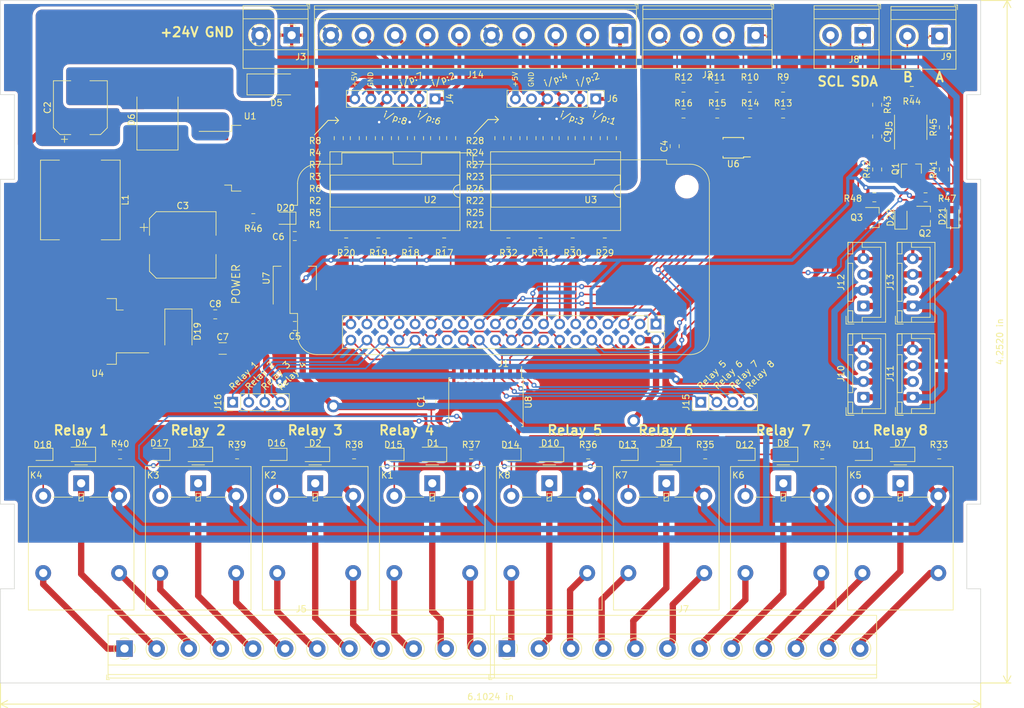
<source format=kicad_pcb>
(kicad_pcb (version 20171130) (host pcbnew 5.1.6)
  (title_block (title Vishnu) (date 2020-02-03) (rev v0.2))
  (layers (0 F.Cu signal) (31 B.Cu signal) (34 B.Paste user) (35 F.Paste user) (36 B.SilkS user) (37 F.SilkS user) (38 B.Mask user) (39 F.Mask user) (44 Edge.Cuts user))
  (net 0 "")
  (net 1 +5V)
  (net 2 +3V3)
  (net 3 "Net-(D1-Pad2)")
  (net 4 "Net-(D6-Pad1)")
  (net 5 DO_2)
  (net 6 CS0)
  (net 7 DO_3)
  (net 8 DI_1)
  (net 9 DI_0)
  (net 10 SCK)
  (net 11 DO_1)
  (net 12 MISO)
  (net 13 MOSI)
  (net 14 DO_0)
  (net 15 DI_3)
  (net 16 DI_2)
  (net 17 /2)
  (net 18 /1)
  (net 19 /3)
  (net 20 /4)
  (net 21 /5)
  (net 22 /6)
  (net 23 /7)
  (net 24 /8)
  (net 25 /9)
  (net 26 /10)
  (net 27 /11)
  (net 28 /12)
  (net 29 /DIGND)
  (net 30 /14)
  (net 31 /13)
  (net 32 /15)
  (net 33 /16)
  (net 34 /17)
  (net 35 /18)
  (net 36 /19)
  (net 37 /20)
  (net 38 /21)
  (net 39 /22)
  (net 40 /23)
  (net 41 /24)
  (net 42 DI_4)
  (net 43 DO_4)
  (net 44 DO_5)
  (net 45 DO_6)
  (net 46 DO_7)
  (net 47 DI_5)
  (net 48 DI_6)
  (net 49 DI_7)
  (net 50 "Net-(D10-Pad2)")
  (net 51 "Net-(D15-Pad2)")
  (net 52 "Net-(D13-Pad2)")
  (net 53 "Net-(D11-Pad2)")
  (net 54 "Net-(D12-Pad2)")
  (net 55 "Net-(D14-Pad2)")
  (net 56 "Net-(D16-Pad2)")
  (net 57 "Net-(D17-Pad2)")
  (net 58 "Net-(D18-Pad2)")
  (net 59 "Net-(D12-Pad1)")
  (net 60 "Net-(D13-Pad1)")
  (net 61 "Net-(D17-Pad1)")
  (net 62 "Net-(D11-Pad1)")
  (net 63 GND)
  (net 64 +12V)
  (net 65 "Net-(D16-Pad1)")
  (net 66 "Net-(D18-Pad1)")
  (net 67 SDA)
  (net 68 SCL)
  (net 69 /TXD)
  (net 70 /RXD)
  (net 71 "Net-(Q1-Pad1)")
  (net 72 "Net-(Q1-Pad3)")
  (net 73 /B)
  (net 74 /A)
  (net 75 "Net-(D20-Pad2)")
  (net 76 "Net-(D21-Pad2)")
  (net 77 "Net-(D22-Pad2)")
  (net 78 "Net-(R10-Pad2)")
  (net 79 "Net-(R11-Pad2)")
  (net 80 "Net-(R12-Pad2)")
  (net 81 "Net-(C4-Pad1)")
  (net 82 "Net-(J2-Pad4)")
  (net 83 "Net-(J2-Pad3)")
  (net 84 "Net-(J2-Pad2)")
  (net 85 "Net-(J2-Pad1)")
  (net 86 "Net-(R13-Pad2)")
  (net 87 "Net-(R1-Pad2)")
  (net 88 "Net-(R2-Pad2)")
  (net 89 "Net-(R3-Pad2)")
  (net 90 "Net-(R4-Pad2)")
  (net 91 "Net-(R21-Pad2)")
  (net 92 "Net-(R22-Pad2)")
  (net 93 "Net-(R23-Pad2)")
  (net 94 "Net-(R24-Pad2)")
  (net 95 in_8)
  (net 96 in_7)
  (net 97 in_6)
  (net 98 in_5)
  (net 99 in_4)
  (net 100 in_3)
  (net 101 in_2)
  (net 102 in_1)
  (net 103 +24V)
  (module fossee_openplc:bergStrip_1x04_P2.54mm_Vertical (layer F.Cu) (at 105.492571 110.871 90)
    (fp_text reference J16 (at 0 -2.33 90) (layer F.SilkS))
    (fp_text value bergStrip_01x04_Male)
    (pad 1 thru_hole rect (at 0 0 90) (size 1.7 1.7) (drill 1) (layers *.Cu *.Mask) (net 14 DO_0))
    (pad 2 thru_hole oval (at 0 2.54 90) (size 1.7 1.7) (drill 1) (layers *.Cu *.Mask) (net 11 DO_1))
    (pad 3 thru_hole oval (at 0 5.08 90) (size 1.7 1.7) (drill 1) (layers *.Cu *.Mask) (net 5 DO_2))
    (pad 4 thru_hole oval (at 0 7.62 90) (size 1.7 1.7) (drill 1) (layers *.Cu *.Mask) (net 7 DO_3))
  )
  (module fossee_openplc:bergStrip_1x04_P2.54mm_Vertical (layer F.Cu) (at 179.515428 110.871 90)
    (fp_text reference J15 (at 0 -2.33 90) (layer F.SilkS))
    (fp_text value bergStrip_01x04_Male)
    (pad 1 thru_hole rect (at 0 0 90) (size 1.7 1.7) (drill 1) (layers *.Cu *.Mask) (net 43 DO_4))
    (pad 2 thru_hole oval (at 0 2.54 90) (size 1.7 1.7) (drill 1) (layers *.Cu *.Mask) (net 44 DO_5))
    (pad 3 thru_hole oval (at 0 5.08 90) (size 1.7 1.7) (drill 1) (layers *.Cu *.Mask) (net 45 DO_6))
    (pad 4 thru_hole oval (at 0 7.62 90) (size 1.7 1.7) (drill 1) (layers *.Cu *.Mask) (net 46 DO_7))
  )
  (module fossee_openplc:R_0805_2012Metric_Pad1.15x1.40mm_HandSolder (layer F.Cu) (at 155.288 69.088 270)
    (fp_text reference R23 (at 6.109284 11.478) (layer F.SilkS))
    (fp_text value 10k)
    (pad 2 smd roundrect (at 1.025 0 270) (size 1.15 1.4) (layers F.Cu F.Paste F.Mask) (roundrect_rratio 0.217391) (net 93 "Net-(R23-Pad2)"))
    (pad 1 smd roundrect (at -1.025 0 270) (size 1.15 1.4) (layers F.Cu F.Paste F.Mask) (roundrect_rratio 0.217391) (net 100 in_3))
  )
  (module fossee_openplc:R_0805_2012Metric_Pad1.15x1.40mm_HandSolder (layer F.Cu) (at 164.338 85.598 180)
    (fp_text reference R29 (at 0 -1.65) (layer F.SilkS))
    (fp_text value 10k)
    (pad 2 smd roundrect (at 1.025 0 180) (size 1.15 1.4) (layers F.Cu F.Paste F.Mask) (roundrect_rratio 0.217391) (net 2 +3V3))
    (pad 1 smd roundrect (at -1.025 0 180) (size 1.15 1.4) (layers F.Cu F.Paste F.Mask) (roundrect_rratio 0.217391) (net 49 DI_7))
  )
  (module fossee_openplc:R_0805_2012Metric_Pad1.15x1.40mm_HandSolder (layer F.Cu) (at 150.208 69.088 270)
    (fp_text reference R24 (at 2.316428 6.398) (layer F.SilkS))
    (fp_text value 10k)
    (pad 2 smd roundrect (at 1.025 0 270) (size 1.15 1.4) (layers F.Cu F.Paste F.Mask) (roundrect_rratio 0.217391) (net 94 "Net-(R24-Pad2)"))
    (pad 1 smd roundrect (at -1.025 0 270) (size 1.15 1.4) (layers F.Cu F.Paste F.Mask) (roundrect_rratio 0.217391) (net 99 in_4))
  )
  (module fossee_openplc:R_0805_2012Metric_Pad1.15x1.40mm_HandSolder (layer F.Cu) (at 152.748 69.088 270)
    (fp_text reference R27 (at 4.212856 8.938) (layer F.SilkS))
    (fp_text value 10k)
    (pad 2 smd roundrect (at 1.025 0 270) (size 1.15 1.4) (layers F.Cu F.Paste F.Mask) (roundrect_rratio 0.217391) (net 93 "Net-(R23-Pad2)"))
    (pad 1 smd roundrect (at -1.025 0 270) (size 1.15 1.4) (layers F.Cu F.Paste F.Mask) (roundrect_rratio 0.217391) (net 29 /DIGND))
  )
  (module fossee_openplc:R_0805_2012Metric_Pad1.15x1.40mm_HandSolder (layer F.Cu) (at 165.448 69.088 270)
    (fp_text reference R21 (at 13.695 21.638) (layer F.SilkS))
    (fp_text value 10k)
    (pad 2 smd roundrect (at 1.025 0 270) (size 1.15 1.4) (layers F.Cu F.Paste F.Mask) (roundrect_rratio 0.217391) (net 91 "Net-(R21-Pad2)"))
    (pad 1 smd roundrect (at -1.025 0 270) (size 1.15 1.4) (layers F.Cu F.Paste F.Mask) (roundrect_rratio 0.217391) (net 102 in_1))
  )
  (module fossee_openplc:DIP-16_W8.89mm_SMDSocket_LongPads (layer F.Cu) (at 131.154262 77.47 270)
    (fp_text reference U2 (at 1.376 -5.564738 180) (layer F.SilkS))
    (fp_text value LTV-847)
    (pad 16 smd rect (at 4.445 -8.89 270) (size 3.1 1.6) (layers F.Cu F.Paste F.Mask) (net 15 DI_3))
    (pad 8 smd rect (at -4.445 8.89 270) (size 3.1 1.6) (layers F.Cu F.Paste F.Mask) (net 29 /DIGND))
    (pad 15 smd rect (at 4.445 -6.35 270) (size 3.1 1.6) (layers F.Cu F.Paste F.Mask) (net 63 GND))
    (pad 7 smd rect (at -4.445 6.35 270) (size 3.1 1.6) (layers F.Cu F.Paste F.Mask) (net 90 "Net-(R4-Pad2)"))
    (pad 14 smd rect (at 4.445 -3.81 270) (size 3.1 1.6) (layers F.Cu F.Paste F.Mask) (net 16 DI_2))
    (pad 6 smd rect (at -4.445 3.81 270) (size 3.1 1.6) (layers F.Cu F.Paste F.Mask) (net 29 /DIGND))
    (pad 13 smd rect (at 4.445 -1.27 270) (size 3.1 1.6) (layers F.Cu F.Paste F.Mask) (net 63 GND))
    (pad 5 smd rect (at -4.445 1.27 270) (size 3.1 1.6) (layers F.Cu F.Paste F.Mask) (net 89 "Net-(R3-Pad2)"))
    (pad 12 smd rect (at 4.445 1.27 270) (size 3.1 1.6) (layers F.Cu F.Paste F.Mask) (net 8 DI_1))
    (pad 4 smd rect (at -4.445 -1.27 270) (size 3.1 1.6) (layers F.Cu F.Paste F.Mask) (net 29 /DIGND))
    (pad 11 smd rect (at 4.445 3.81 270) (size 3.1 1.6) (layers F.Cu F.Paste F.Mask) (net 63 GND))
    (pad 3 smd rect (at -4.445 -3.81 270) (size 3.1 1.6) (layers F.Cu F.Paste F.Mask) (net 88 "Net-(R2-Pad2)"))
    (pad 10 smd rect (at 4.445 6.35 270) (size 3.1 1.6) (layers F.Cu F.Paste F.Mask) (net 9 DI_0))
    (pad 2 smd rect (at -4.445 -6.35 270) (size 3.1 1.6) (layers F.Cu F.Paste F.Mask) (net 29 /DIGND))
    (pad 9 smd rect (at 4.445 8.89 270) (size 3.1 1.6) (layers F.Cu F.Paste F.Mask) (net 63 GND))
    (pad 1 smd rect (at -4.445 -8.89 270) (size 3.1 1.6) (layers F.Cu F.Paste F.Mask) (net 87 "Net-(R1-Pad2)"))
  )
  (module fossee_openplc:R_0805_2012Metric_Pad1.15x1.40mm_HandSolder (layer F.Cu) (at 138.938 85.598 180)
    (fp_text reference R17 (at 0 -1.65) (layer F.SilkS))
    (fp_text value 10k)
    (pad 2 smd roundrect (at 1.025 0 180) (size 1.15 1.4) (layers F.Cu F.Paste F.Mask) (roundrect_rratio 0.217391) (net 2 +3V3))
    (pad 1 smd roundrect (at -1.025 0 180) (size 1.15 1.4) (layers F.Cu F.Paste F.Mask) (roundrect_rratio 0.217391) (net 15 DI_3))
  )
  (module fossee_openplc:R_0805_2012Metric_Pad1.15x1.40mm_HandSolder (layer F.Cu) (at 124.804262 69.088 270)
    (fp_text reference R4 (at 2.316428 6.267262) (layer F.SilkS))
    (fp_text value 10k)
    (pad 2 smd roundrect (at 1.025 0 270) (size 1.15 1.4) (layers F.Cu F.Paste F.Mask) (roundrect_rratio 0.217391) (net 90 "Net-(R4-Pad2)"))
    (pad 1 smd roundrect (at -1.025 0 270) (size 1.15 1.4) (layers F.Cu F.Paste F.Mask) (roundrect_rratio 0.217391) (net 95 in_8))
  )
  (module fossee_openplc:R_0805_2012Metric_Pad1.15x1.40mm_HandSolder (layer F.Cu) (at 132.424262 69.088 270)
    (fp_text reference R6 (at 8.005712 13.887262) (layer F.SilkS))
    (fp_text value 10k)
    (pad 2 smd roundrect (at 1.025 0 270) (size 1.15 1.4) (layers F.Cu F.Paste F.Mask) (roundrect_rratio 0.217391) (net 88 "Net-(R2-Pad2)"))
    (pad 1 smd roundrect (at -1.025 0 270) (size 1.15 1.4) (layers F.Cu F.Paste F.Mask) (roundrect_rratio 0.217391) (net 29 /DIGND))
  )
  (module fossee_openplc:R_0805_2012Metric_Pad1.15x1.40mm_HandSolder (layer F.Cu) (at 154.178 85.598 180)
    (fp_text reference R31 (at 0 -1.65) (layer F.SilkS))
    (fp_text value 10k)
    (pad 2 smd roundrect (at 1.025 0 180) (size 1.15 1.4) (layers F.Cu F.Paste F.Mask) (roundrect_rratio 0.217391) (net 2 +3V3))
    (pad 1 smd roundrect (at -1.025 0 180) (size 1.15 1.4) (layers F.Cu F.Paste F.Mask) (roundrect_rratio 0.217391) (net 47 DI_5))
  )
  (module fossee_openplc:R_0805_2012Metric_Pad1.15x1.40mm_HandSolder (layer F.Cu) (at 129.884262 69.088 270)
    (fp_text reference R3 (at 6.109284 11.347262) (layer F.SilkS))
    (fp_text value 10k)
    (pad 2 smd roundrect (at 1.025 0 270) (size 1.15 1.4) (layers F.Cu F.Paste F.Mask) (roundrect_rratio 0.217391) (net 89 "Net-(R3-Pad2)"))
    (pad 1 smd roundrect (at -1.025 0 270) (size 1.15 1.4) (layers F.Cu F.Paste F.Mask) (roundrect_rratio 0.217391) (net 96 in_7))
  )
  (module fossee_openplc:R_0805_2012Metric_Pad1.15x1.40mm_HandSolder (layer F.Cu) (at 162.908 69.088 270)
    (fp_text reference R25 (at 11.798568 19.098) (layer F.SilkS))
    (fp_text value 10k)
    (pad 2 smd roundrect (at 1.025 0 270) (size 1.15 1.4) (layers F.Cu F.Paste F.Mask) (roundrect_rratio 0.217391) (net 91 "Net-(R21-Pad2)"))
    (pad 1 smd roundrect (at -1.025 0 270) (size 1.15 1.4) (layers F.Cu F.Paste F.Mask) (roundrect_rratio 0.217391) (net 29 /DIGND))
  )
  (module fossee_openplc:R_0805_2012Metric_Pad1.15x1.40mm_HandSolder (layer F.Cu) (at 137.504262 69.088 270)
    (fp_text reference R5 (at 11.798568 18.967262) (layer F.SilkS))
    (fp_text value 10k)
    (pad 2 smd roundrect (at 1.025 0 270) (size 1.15 1.4) (layers F.Cu F.Paste F.Mask) (roundrect_rratio 0.217391) (net 87 "Net-(R1-Pad2)"))
    (pad 1 smd roundrect (at -1.025 0 270) (size 1.15 1.4) (layers F.Cu F.Paste F.Mask) (roundrect_rratio 0.217391) (net 29 /DIGND))
  )
  (module fossee_openplc:R_0805_2012Metric_Pad1.15x1.40mm_HandSolder (layer F.Cu) (at 127.344262 69.088 270)
    (fp_text reference R7 (at 4.212856 8.807262) (layer F.SilkS))
    (fp_text value 10k)
    (pad 2 smd roundrect (at 1.025 0 270) (size 1.15 1.4) (layers F.Cu F.Paste F.Mask) (roundrect_rratio 0.217391) (net 89 "Net-(R3-Pad2)"))
    (pad 1 smd roundrect (at -1.025 0 270) (size 1.15 1.4) (layers F.Cu F.Paste F.Mask) (roundrect_rratio 0.217391) (net 29 /DIGND))
  )
  (module fossee_openplc:DIP-16_W8.89mm_SMDSocket_LongPads (layer F.Cu) (at 156.558 77.47 270)
    (fp_text reference U3 (at 1.376 -5.561 180) (layer F.SilkS))
    (fp_text value LTV-847)
    (pad 16 smd rect (at 4.445 -8.89 270) (size 3.1 1.6) (layers F.Cu F.Paste F.Mask) (net 49 DI_7))
    (pad 8 smd rect (at -4.445 8.89 270) (size 3.1 1.6) (layers F.Cu F.Paste F.Mask) (net 29 /DIGND))
    (pad 15 smd rect (at 4.445 -6.35 270) (size 3.1 1.6) (layers F.Cu F.Paste F.Mask) (net 63 GND))
    (pad 7 smd rect (at -4.445 6.35 270) (size 3.1 1.6) (layers F.Cu F.Paste F.Mask) (net 94 "Net-(R24-Pad2)"))
    (pad 14 smd rect (at 4.445 -3.81 270) (size 3.1 1.6) (layers F.Cu F.Paste F.Mask) (net 48 DI_6))
    (pad 6 smd rect (at -4.445 3.81 270) (size 3.1 1.6) (layers F.Cu F.Paste F.Mask) (net 29 /DIGND))
    (pad 13 smd rect (at 4.445 -1.27 270) (size 3.1 1.6) (layers F.Cu F.Paste F.Mask) (net 63 GND))
    (pad 5 smd rect (at -4.445 1.27 270) (size 3.1 1.6) (layers F.Cu F.Paste F.Mask) (net 93 "Net-(R23-Pad2)"))
    (pad 12 smd rect (at 4.445 1.27 270) (size 3.1 1.6) (layers F.Cu F.Paste F.Mask) (net 47 DI_5))
    (pad 4 smd rect (at -4.445 -1.27 270) (size 3.1 1.6) (layers F.Cu F.Paste F.Mask) (net 29 /DIGND))
    (pad 11 smd rect (at 4.445 3.81 270) (size 3.1 1.6) (layers F.Cu F.Paste F.Mask) (net 63 GND))
    (pad 3 smd rect (at -4.445 -3.81 270) (size 3.1 1.6) (layers F.Cu F.Paste F.Mask) (net 92 "Net-(R22-Pad2)"))
    (pad 10 smd rect (at 4.445 6.35 270) (size 3.1 1.6) (layers F.Cu F.Paste F.Mask) (net 42 DI_4))
    (pad 2 smd rect (at -4.445 -6.35 270) (size 3.1 1.6) (layers F.Cu F.Paste F.Mask) (net 29 /DIGND))
    (pad 9 smd rect (at 4.445 8.89 270) (size 3.1 1.6) (layers F.Cu F.Paste F.Mask) (net 63 GND))
    (pad 1 smd rect (at -4.445 -8.89 270) (size 3.1 1.6) (layers F.Cu F.Paste F.Mask) (net 91 "Net-(R21-Pad2)"))
  )
  (module fossee_openplc:R_0805_2012Metric_Pad1.15x1.40mm_HandSolder (layer F.Cu) (at 133.604 85.598 180)
    (fp_text reference R18 (at 0 -1.65) (layer F.SilkS))
    (fp_text value 10k)
    (pad 2 smd roundrect (at 1.025 0 180) (size 1.15 1.4) (layers F.Cu F.Paste F.Mask) (roundrect_rratio 0.217391) (net 2 +3V3))
    (pad 1 smd roundrect (at -1.025 0 180) (size 1.15 1.4) (layers F.Cu F.Paste F.Mask) (roundrect_rratio 0.217391) (net 16 DI_2))
  )
  (module fossee_openplc:R_0805_2012Metric_Pad1.15x1.40mm_HandSolder (layer F.Cu) (at 160.368 69.088 270)
    (fp_text reference R22 (at 9.90214 16.558) (layer F.SilkS))
    (fp_text value 10k)
    (pad 2 smd roundrect (at 1.025 0 270) (size 1.15 1.4) (layers F.Cu F.Paste F.Mask) (roundrect_rratio 0.217391) (net 92 "Net-(R22-Pad2)"))
    (pad 1 smd roundrect (at -1.025 0 270) (size 1.15 1.4) (layers F.Cu F.Paste F.Mask) (roundrect_rratio 0.217391) (net 101 in_2))
  )
  (module fossee_openplc:R_0805_2012Metric_Pad1.15x1.40mm_HandSolder (layer F.Cu) (at 149.098 85.598 180)
    (fp_text reference R32 (at 0 -1.65) (layer F.SilkS))
    (fp_text value 10k)
    (pad 2 smd roundrect (at 1.025 0 180) (size 1.15 1.4) (layers F.Cu F.Paste F.Mask) (roundrect_rratio 0.217391) (net 2 +3V3))
    (pad 1 smd roundrect (at -1.025 0 180) (size 1.15 1.4) (layers F.Cu F.Paste F.Mask) (roundrect_rratio 0.217391) (net 42 DI_4))
  )
  (module fossee_openplc:R_0805_2012Metric_Pad1.15x1.40mm_HandSolder (layer F.Cu) (at 134.964262 69.088 270)
    (fp_text reference R2 (at 9.90214 16.427262) (layer F.SilkS))
    (fp_text value 10k)
    (pad 2 smd roundrect (at 1.025 0 270) (size 1.15 1.4) (layers F.Cu F.Paste F.Mask) (roundrect_rratio 0.217391) (net 88 "Net-(R2-Pad2)"))
    (pad 1 smd roundrect (at -1.025 0 270) (size 1.15 1.4) (layers F.Cu F.Paste F.Mask) (roundrect_rratio 0.217391) (net 97 in_6))
  )
  (module fossee_openplc:R_0805_2012Metric_Pad1.15x1.40mm_HandSolder (layer F.Cu) (at 128.524 85.598 180)
    (fp_text reference R19 (at 0 -1.65) (layer F.SilkS))
    (fp_text value 10k)
    (pad 2 smd roundrect (at 1.025 0 180) (size 1.15 1.4) (layers F.Cu F.Paste F.Mask) (roundrect_rratio 0.217391) (net 2 +3V3))
    (pad 1 smd roundrect (at -1.025 0 180) (size 1.15 1.4) (layers F.Cu F.Paste F.Mask) (roundrect_rratio 0.217391) (net 8 DI_1))
  )
  (module fossee_openplc:R_0805_2012Metric_Pad1.15x1.40mm_HandSolder (layer F.Cu) (at 159.258 85.598 180)
    (fp_text reference R30 (at 0 -1.65) (layer F.SilkS))
    (fp_text value 10k)
    (pad 2 smd roundrect (at 1.025 0 180) (size 1.15 1.4) (layers F.Cu F.Paste F.Mask) (roundrect_rratio 0.217391) (net 2 +3V3))
    (pad 1 smd roundrect (at -1.025 0 180) (size 1.15 1.4) (layers F.Cu F.Paste F.Mask) (roundrect_rratio 0.217391) (net 48 DI_6))
  )
  (module fossee_openplc:R_0805_2012Metric_Pad1.15x1.40mm_HandSolder (layer F.Cu) (at 157.828 69.088 270)
    (fp_text reference R26 (at 8.005712 14.018) (layer F.SilkS))
    (fp_text value 10k)
    (pad 2 smd roundrect (at 1.025 0 270) (size 1.15 1.4) (layers F.Cu F.Paste F.Mask) (roundrect_rratio 0.217391) (net 92 "Net-(R22-Pad2)"))
    (pad 1 smd roundrect (at -1.025 0 270) (size 1.15 1.4) (layers F.Cu F.Paste F.Mask) (roundrect_rratio 0.217391) (net 29 /DIGND))
  )
  (module fossee_openplc:R_0805_2012Metric_Pad1.15x1.40mm_HandSolder (layer F.Cu) (at 147.668 69.088 270)
    (fp_text reference R28 (at 0.42 3.858) (layer F.SilkS))
    (fp_text value 10k)
    (pad 2 smd roundrect (at 1.025 0 270) (size 1.15 1.4) (layers F.Cu F.Paste F.Mask) (roundrect_rratio 0.217391) (net 94 "Net-(R24-Pad2)"))
    (pad 1 smd roundrect (at -1.025 0 270) (size 1.15 1.4) (layers F.Cu F.Paste F.Mask) (roundrect_rratio 0.217391) (net 29 /DIGND))
  )
  (module fossee_openplc:R_0805_2012Metric_Pad1.15x1.40mm_HandSolder (layer F.Cu) (at 123.444 85.598 180)
    (fp_text reference R20 (at 0 -1.65) (layer F.SilkS))
    (fp_text value 10k)
    (pad 2 smd roundrect (at 1.025 0 180) (size 1.15 1.4) (layers F.Cu F.Paste F.Mask) (roundrect_rratio 0.217391) (net 2 +3V3))
    (pad 1 smd roundrect (at -1.025 0 180) (size 1.15 1.4) (layers F.Cu F.Paste F.Mask) (roundrect_rratio 0.217391) (net 9 DI_0))
  )
  (module fossee_openplc:R_0805_2012Metric_Pad1.15x1.40mm_HandSolder (layer F.Cu) (at 122.264262 69.088 270)
    (fp_text reference R8 (at 0.42 3.727262) (layer F.SilkS))
    (fp_text value 10k)
    (pad 2 smd roundrect (at 1.025 0 270) (size 1.15 1.4) (layers F.Cu F.Paste F.Mask) (roundrect_rratio 0.217391) (net 90 "Net-(R4-Pad2)"))
    (pad 1 smd roundrect (at -1.025 0 270) (size 1.15 1.4) (layers F.Cu F.Paste F.Mask) (roundrect_rratio 0.217391) (net 29 /DIGND))
  )
  (module fossee_openplc:R_0805_2012Metric_Pad1.15x1.40mm_HandSolder (layer F.Cu) (at 140.044262 69.088 270)
    (fp_text reference R1 (at 13.695 21.507262) (layer F.SilkS))
    (fp_text value 10k)
    (pad 2 smd roundrect (at 1.025 0 270) (size 1.15 1.4) (layers F.Cu F.Paste F.Mask) (roundrect_rratio 0.217391) (net 87 "Net-(R1-Pad2)"))
    (pad 1 smd roundrect (at -1.025 0 270) (size 1.15 1.4) (layers F.Cu F.Paste F.Mask) (roundrect_rratio 0.217391) (net 98 in_5))
  )
  (module fossee_openplc:C_0805_2012Metric (layer F.Cu) (at 115.316 84.582 180)
    (fp_text reference C6 (at 2.6 -0.106) (layer F.SilkS))
    (fp_text value 22uf)
    (pad 2 smd roundrect (at 0.9375 0 180) (size 0.975 1.4) (layers F.Cu F.Paste F.Mask) (net 63 GND))
    (pad 1 smd roundrect (at -0.9375 0 180) (size 0.975 1.4) (layers F.Cu F.Paste F.Mask) (net 2 +3V3))
  )
  (module fossee_openplc:Raspberry_Pi_Zero_FaceUp_SingleMountingHole (layer F.Cu) (at 172.4406 98.5012 270)
    (fp_text reference J1 (at 6.27 24.13) (layer F.SilkS))
    (fp_text value Raspberry_Pi_2_3)
    (pad "" np_thru_hole circle (at -21.73 -4.87 180) (size 2.75 2.75) (drill 2.75) (layers *.Cu *.Mask))
    (pad 40 thru_hole oval (at 2.54 48.26 270) (size 1.7 1.7) (drill 1) (layers *.Cu *.Mask) (net 14 DO_0))
    (pad 39 thru_hole oval (at 0 48.26 270) (size 1.7 1.7) (drill 1) (layers *.Cu *.Mask) (net 63 GND))
    (pad 26 thru_hole oval (at 2.54 30.48 270) (size 1.7 1.7) (drill 1) (layers *.Cu *.Mask) (net 43 DO_4))
    (pad 25 thru_hole oval (at 0 30.48 270) (size 1.7 1.7) (drill 1) (layers *.Cu *.Mask) (net 63 GND))
    (pad 22 thru_hole oval (at 2.54 25.4 270) (size 1.7 1.7) (drill 1) (layers *.Cu *.Mask) (net 44 DO_5))
    (pad 21 thru_hole oval (at 0 25.4 270) (size 1.7 1.7) (drill 1) (layers *.Cu *.Mask) (net 12 MISO))
    (pad 30 thru_hole oval (at 2.54 35.56 270) (size 1.7 1.7) (drill 1) (layers *.Cu *.Mask) (net 63 GND))
    (pad 29 thru_hole oval (at 0 35.56 270) (size 1.7 1.7) (drill 1) (layers *.Cu *.Mask) (net 42 DI_4))
    (pad 8 thru_hole oval (at 2.54 7.62 270) (size 1.7 1.7) (drill 1) (layers *.Cu *.Mask) (net 69 /TXD))
    (pad 7 thru_hole oval (at 0 7.62 270) (size 1.7 1.7) (drill 1) (layers *.Cu *.Mask))
    (pad 32 thru_hole oval (at 2.54 38.1 270) (size 1.7 1.7) (drill 1) (layers *.Cu *.Mask) (net 7 DO_3))
    (pad 31 thru_hole oval (at 0 38.1 270) (size 1.7 1.7) (drill 1) (layers *.Cu *.Mask) (net 15 DI_3))
    (pad 18 thru_hole oval (at 2.54 20.32 270) (size 1.7 1.7) (drill 1) (layers *.Cu *.Mask) (net 45 DO_6))
    (pad 17 thru_hole oval (at 0 20.32 270) (size 1.7 1.7) (drill 1) (layers *.Cu *.Mask) (net 2 +3V3))
    (pad 36 thru_hole oval (at 2.54 43.18 270) (size 1.7 1.7) (drill 1) (layers *.Cu *.Mask) (net 5 DO_2))
    (pad 35 thru_hole oval (at 0 43.18 270) (size 1.7 1.7) (drill 1) (layers *.Cu *.Mask) (net 8 DI_1))
    (pad 34 thru_hole oval (at 2.54 40.64 270) (size 1.7 1.7) (drill 1) (layers *.Cu *.Mask) (net 63 GND))
    (pad 33 thru_hole oval (at 0 40.64 270) (size 1.7 1.7) (drill 1) (layers *.Cu *.Mask) (net 16 DI_2))
    (pad 38 thru_hole oval (at 2.54 45.72 270) (size 1.7 1.7) (drill 1) (layers *.Cu *.Mask) (net 11 DO_1))
    (pad 37 thru_hole oval (at 0 45.72 270) (size 1.7 1.7) (drill 1) (layers *.Cu *.Mask) (net 9 DI_0))
    (pad 20 thru_hole oval (at 2.54 22.86 270) (size 1.7 1.7) (drill 1) (layers *.Cu *.Mask) (net 63 GND))
    (pad 19 thru_hole oval (at 0 22.86 270) (size 1.7 1.7) (drill 1) (layers *.Cu *.Mask) (net 13 MOSI))
    (pad 10 thru_hole oval (at 2.54 10.16 270) (size 1.7 1.7) (drill 1) (layers *.Cu *.Mask) (net 70 /RXD))
    (pad 9 thru_hole oval (at 0 10.16 270) (size 1.7 1.7) (drill 1) (layers *.Cu *.Mask) (net 63 GND))
    (pad 14 thru_hole oval (at 2.54 15.24 270) (size 1.7 1.7) (drill 1) (layers *.Cu *.Mask) (net 63 GND))
    (pad 13 thru_hole oval (at 0 15.24 270) (size 1.7 1.7) (drill 1) (layers *.Cu *.Mask) (net 48 DI_6))
    (pad 28 thru_hole oval (at 2.54 33.02 270) (size 1.7 1.7) (drill 1) (layers *.Cu *.Mask))
    (pad 27 thru_hole oval (at 0 33.02 270) (size 1.7 1.7) (drill 1) (layers *.Cu *.Mask))
    (pad 12 thru_hole oval (at 2.54 12.7 270) (size 1.7 1.7) (drill 1) (layers *.Cu *.Mask))
    (pad 11 thru_hole oval (at 0 12.7 270) (size 1.7 1.7) (drill 1) (layers *.Cu *.Mask) (net 49 DI_7))
    (pad 24 thru_hole oval (at 2.54 27.94 270) (size 1.7 1.7) (drill 1) (layers *.Cu *.Mask) (net 6 CS0))
    (pad 23 thru_hole oval (at 0 27.94 270) (size 1.7 1.7) (drill 1) (layers *.Cu *.Mask) (net 10 SCK))
    (pad 1 thru_hole rect (at 0 0 270) (size 1.7 1.7) (drill 1) (layers *.Cu *.Mask) (net 2 +3V3))
    (pad 2 thru_hole oval (at 2.54 0 270) (size 1.7 1.7) (drill 1) (layers *.Cu *.Mask) (net 1 +5V))
    (pad 5 thru_hole oval (at 0 5.08 270) (size 1.7 1.7) (drill 1) (layers *.Cu *.Mask) (net 68 SCL))
    (pad 4 thru_hole oval (at 2.54 2.54 270) (size 1.7 1.7) (drill 1) (layers *.Cu *.Mask) (net 1 +5V))
    (pad 16 thru_hole oval (at 2.54 17.78 270) (size 1.7 1.7) (drill 1) (layers *.Cu *.Mask) (net 46 DO_7))
    (pad 15 thru_hole oval (at 0 17.78 270) (size 1.7 1.7) (drill 1) (layers *.Cu *.Mask) (net 47 DI_5))
    (pad 3 thru_hole oval (at 0 2.54 270) (size 1.7 1.7) (drill 1) (layers *.Cu *.Mask) (net 67 SDA))
    (pad 6 thru_hole oval (at 2.54 5.08 270) (size 1.7 1.7) (drill 1) (layers *.Cu *.Mask) (net 63 GND))
  )
  (module fossee_openplc:bergStrip_male_1x06_P2.54mm_Vertical (layer F.Cu) (at 162.908 62.872278 270)
    (fp_text reference J6 (at -0.028278 -2.64) (layer F.SilkS))
    (fp_text value bergStrip_01x06_Male)
    (pad 6 thru_hole oval (at 0 12.7 270) (size 1.7 1.7) (drill 1) (layers *.Cu *.Mask) (net 1 +5V))
    (pad 5 thru_hole oval (at 0 10.16 270) (size 1.7 1.7) (drill 1) (layers *.Cu *.Mask) (net 63 GND))
    (pad 4 thru_hole oval (at 0 7.62 270) (size 1.7 1.7) (drill 1) (layers *.Cu *.Mask) (net 99 in_4))
    (pad 3 thru_hole oval (at 0 5.08 270) (size 1.7 1.7) (drill 1) (layers *.Cu *.Mask) (net 100 in_3))
    (pad 2 thru_hole oval (at 0 2.54 270) (size 1.7 1.7) (drill 1) (layers *.Cu *.Mask) (net 101 in_2))
    (pad 1 thru_hole rect (at 0 0 270) (size 1.7 1.7) (drill 1) (layers *.Cu *.Mask) (net 102 in_1))
  )
  (module fossee_openplc:bergStrip_male_1x06_P2.54mm_Vertical (layer F.Cu) (at 137.504262 62.872278 270)
    (fp_text reference J4 (at 0 -2.33 90) (layer F.SilkS))
    (fp_text value bergStrip_01x06_Male)
    (pad 6 thru_hole oval (at 0 12.7 270) (size 1.7 1.7) (drill 1) (layers *.Cu *.Mask) (net 1 +5V))
    (pad 5 thru_hole oval (at 0 10.16 270) (size 1.7 1.7) (drill 1) (layers *.Cu *.Mask) (net 63 GND))
    (pad 4 thru_hole oval (at 0 7.62 270) (size 1.7 1.7) (drill 1) (layers *.Cu *.Mask) (net 95 in_8))
    (pad 3 thru_hole oval (at 0 5.08 270) (size 1.7 1.7) (drill 1) (layers *.Cu *.Mask) (net 96 in_7))
    (pad 2 thru_hole oval (at 0 2.54 270) (size 1.7 1.7) (drill 1) (layers *.Cu *.Mask) (net 97 in_6))
    (pad 1 thru_hole rect (at 0 0 270) (size 1.7 1.7) (drill 1) (layers *.Cu *.Mask) (net 98 in_5))
  )
  (module fossee_openplc:TerminalBlock_Phoenix_MKDS-1,5-10-5.08_1x10_P5.08mm_Horizontal (layer F.Cu) (at 166.74 52.796556 180)
    (fp_text reference J14 (at 22.86 -6.26) (layer F.SilkS))
    (fp_text value Screw_Terminal_01x10)
    (pad 10 thru_hole circle (at 45.72 0 180) (size 2.6 2.6) (drill 1.3) (layers *.Cu *.Mask) (net 29 /DIGND))
    (pad 9 thru_hole circle (at 40.64 0 180) (size 2.6 2.6) (drill 1.3) (layers *.Cu *.Mask) (net 95 in_8))
    (pad 8 thru_hole circle (at 35.56 0 180) (size 2.6 2.6) (drill 1.3) (layers *.Cu *.Mask) (net 96 in_7))
    (pad 7 thru_hole circle (at 30.48 0 180) (size 2.6 2.6) (drill 1.3) (layers *.Cu *.Mask) (net 97 in_6))
    (pad 6 thru_hole circle (at 25.4 0 180) (size 2.6 2.6) (drill 1.3) (layers *.Cu *.Mask) (net 98 in_5))
    (pad 5 thru_hole circle (at 20.32 0 180) (size 2.6 2.6) (drill 1.3) (layers *.Cu *.Mask) (net 29 /DIGND))
    (pad 4 thru_hole circle (at 15.24 0 180) (size 2.6 2.6) (drill 1.3) (layers *.Cu *.Mask) (net 99 in_4))
    (pad 3 thru_hole circle (at 10.16 0 180) (size 2.6 2.6) (drill 1.3) (layers *.Cu *.Mask) (net 100 in_3))
    (pad 2 thru_hole circle (at 5.08 0 180) (size 2.6 2.6) (drill 1.3) (layers *.Cu *.Mask) (net 101 in_2))
    (pad 1 thru_hole rect (at 0 0 180) (size 2.6 2.6) (drill 1.3) (layers *.Cu *.Mask) (net 102 in_1))
  )
  (module fossee_openplc:JST_XH_B4B-XH-A_1x04_P2.50mm_Vertical (layer F.Cu) (at 205.235001 95.645999 90)
    (fp_text reference J12 (at 3.75 -3.55 90) (layer F.SilkS))
    (fp_text value Conn_01x04)
    (pad 4 thru_hole oval (at 7.5 0 90) (size 1.7 1.95) (drill 0.95) (layers *.Cu *.Mask) (net 63 GND))
    (pad 3 thru_hole oval (at 5 0 90) (size 1.7 1.95) (drill 0.95) (layers *.Cu *.Mask) (net 1 +5V))
    (pad 2 thru_hole oval (at 2.5 0 90) (size 1.7 1.95) (drill 0.95) (layers *.Cu *.Mask) (net 64 +12V))
    (pad 1 thru_hole roundrect (at 0 0 90) (size 1.7 1.95) (drill 0.95) (layers *.Cu *.Mask) (roundrect_rratio 0.147059) (net 103 +24V))
  )
  (module fossee_openplc:SOIC-18W_7.5x11.6mm_P1.27mm (layer F.Cu) (at 145.542 110.871 270)
    (fp_text reference U8 (at 0 -6.72 90) (layer F.SilkS))
    (fp_text value ULN2803A)
    (pad 18 smd roundrect (at 4.65 -5.08 270) (size 2.05 0.6) (layers F.Cu F.Paste F.Mask) (net 62 "Net-(D11-Pad1)"))
    (pad 17 smd roundrect (at 4.65 -3.81 270) (size 2.05 0.6) (layers F.Cu F.Paste F.Mask) (net 59 "Net-(D12-Pad1)"))
    (pad 16 smd roundrect (at 4.65 -2.54 270) (size 2.05 0.6) (layers F.Cu F.Paste F.Mask) (net 60 "Net-(D13-Pad1)"))
    (pad 15 smd roundrect (at 4.65 -1.27 270) (size 2.05 0.6) (layers F.Cu F.Paste F.Mask) (net 50 "Net-(D10-Pad2)"))
    (pad 14 smd roundrect (at 4.65 0 270) (size 2.05 0.6) (layers F.Cu F.Paste F.Mask) (net 3 "Net-(D1-Pad2)"))
    (pad 13 smd roundrect (at 4.65 1.27 270) (size 2.05 0.6) (layers F.Cu F.Paste F.Mask) (net 65 "Net-(D16-Pad1)"))
    (pad 12 smd roundrect (at 4.65 2.54 270) (size 2.05 0.6) (layers F.Cu F.Paste F.Mask) (net 61 "Net-(D17-Pad1)"))
    (pad 11 smd roundrect (at 4.65 3.81 270) (size 2.05 0.6) (layers F.Cu F.Paste F.Mask) (net 66 "Net-(D18-Pad1)"))
    (pad 10 smd roundrect (at 4.65 5.08 270) (size 2.05 0.6) (layers F.Cu F.Paste F.Mask) (net 1 +5V))
    (pad 9 smd roundrect (at -4.65 5.08 270) (size 2.05 0.6) (layers F.Cu F.Paste F.Mask) (net 63 GND))
    (pad 8 smd roundrect (at -4.65 3.81 270) (size 2.05 0.6) (layers F.Cu F.Paste F.Mask) (net 14 DO_0))
    (pad 7 smd roundrect (at -4.65 2.54 270) (size 2.05 0.6) (layers F.Cu F.Paste F.Mask) (net 11 DO_1))
    (pad 6 smd roundrect (at -4.65 1.27 270) (size 2.05 0.6) (layers F.Cu F.Paste F.Mask) (net 5 DO_2))
    (pad 5 smd roundrect (at -4.65 0 270) (size 2.05 0.6) (layers F.Cu F.Paste F.Mask) (net 7 DO_3))
    (pad 4 smd roundrect (at -4.65 -1.27 270) (size 2.05 0.6) (layers F.Cu F.Paste F.Mask) (net 43 DO_4))
    (pad 3 smd roundrect (at -4.65 -2.54 270) (size 2.05 0.6) (layers F.Cu F.Paste F.Mask) (net 44 DO_5))
    (pad 2 smd roundrect (at -4.65 -3.81 270) (size 2.05 0.6) (layers F.Cu F.Paste F.Mask) (net 45 DO_6))
    (pad 1 smd roundrect (at -4.65 -5.08 270) (size 2.05 0.6) (layers F.Cu F.Paste F.Mask) (net 46 DO_7))
  )
  (module fossee_openplc:R_0805_2012Metric_Pad1.15x1.40mm_HandSolder (layer F.Cu) (at 87.684 119.126)
    (fp_text reference R40 (at 0 -1.65) (layer F.SilkS))
    (fp_text value 220R)
    (pad 2 smd roundrect (at 1.025 0) (size 1.15 1.4) (layers F.Cu F.Paste F.Mask) (roundrect_rratio 0.217391) (net 58 "Net-(D18-Pad2)"))
    (pad 1 smd roundrect (at -1.025 0) (size 1.15 1.4) (layers F.Cu F.Paste F.Mask) (roundrect_rratio 0.217391) (net 1 +5V))
  )
  (module fossee_openplc:R_0805_2012Metric_Pad1.15x1.40mm_HandSolder (layer F.Cu) (at 106.189714 119.126 180)
    (fp_text reference R39 (at 0.017714 1.524) (layer F.SilkS))
    (fp_text value 220R)
    (pad 2 smd roundrect (at 1.025 0 180) (size 1.15 1.4) (layers F.Cu F.Paste F.Mask) (roundrect_rratio 0.217391) (net 1 +5V))
    (pad 1 smd roundrect (at -1.025 0 180) (size 1.15 1.4) (layers F.Cu F.Paste F.Mask) (roundrect_rratio 0.217391) (net 57 "Net-(D17-Pad2)"))
  )
  (module fossee_openplc:R_0805_2012Metric_Pad1.15x1.40mm_HandSolder (layer F.Cu) (at 124.695428 119.126 180)
    (fp_text reference R38 (at 0 1.524) (layer F.SilkS))
    (fp_text value 220R)
    (pad 2 smd roundrect (at 1.025 0 180) (size 1.15 1.4) (layers F.Cu F.Paste F.Mask) (roundrect_rratio 0.217391) (net 1 +5V))
    (pad 1 smd roundrect (at -1.025 0 180) (size 1.15 1.4) (layers F.Cu F.Paste F.Mask) (roundrect_rratio 0.217391) (net 56 "Net-(D16-Pad2)"))
  )
  (module fossee_openplc:R_0805_2012Metric_Pad1.15x1.40mm_HandSolder (layer F.Cu) (at 143.201142 119.126 180)
    (fp_text reference R37 (at 0 1.524) (layer F.SilkS))
    (fp_text value 220R)
    (pad 2 smd roundrect (at 1.025 0 180) (size 1.15 1.4) (layers F.Cu F.Paste F.Mask) (roundrect_rratio 0.217391) (net 1 +5V))
    (pad 1 smd roundrect (at -1.025 0 180) (size 1.15 1.4) (layers F.Cu F.Paste F.Mask) (roundrect_rratio 0.217391) (net 51 "Net-(D15-Pad2)"))
  )
  (module fossee_openplc:R_0805_2012Metric_Pad1.15x1.40mm_HandSolder (layer F.Cu) (at 161.706856 119.126 180)
    (fp_text reference R36 (at 0 1.524) (layer F.SilkS))
    (fp_text value 220R)
    (pad 2 smd roundrect (at 1.025 0 180) (size 1.15 1.4) (layers F.Cu F.Paste F.Mask) (roundrect_rratio 0.217391) (net 1 +5V))
    (pad 1 smd roundrect (at -1.025 0 180) (size 1.15 1.4) (layers F.Cu F.Paste F.Mask) (roundrect_rratio 0.217391) (net 55 "Net-(D14-Pad2)"))
  )
  (module fossee_openplc:R_0805_2012Metric_Pad1.15x1.40mm_HandSolder (layer F.Cu) (at 180.21257 119.126 180)
    (fp_text reference R35 (at 0 1.524) (layer F.SilkS))
    (fp_text value 220R)
    (pad 2 smd roundrect (at 1.025 0 180) (size 1.15 1.4) (layers F.Cu F.Paste F.Mask) (roundrect_rratio 0.217391) (net 1 +5V))
    (pad 1 smd roundrect (at -1.025 0 180) (size 1.15 1.4) (layers F.Cu F.Paste F.Mask) (roundrect_rratio 0.217391) (net 52 "Net-(D13-Pad2)"))
  )
  (module fossee_openplc:R_0805_2012Metric_Pad1.15x1.40mm_HandSolder (layer F.Cu) (at 198.718284 119.126 180)
    (fp_text reference R34 (at 0 1.524) (layer F.SilkS))
    (fp_text value 220R)
    (pad 2 smd roundrect (at 1.025 0 180) (size 1.15 1.4) (layers F.Cu F.Paste F.Mask) (roundrect_rratio 0.217391) (net 1 +5V))
    (pad 1 smd roundrect (at -1.025 0 180) (size 1.15 1.4) (layers F.Cu F.Paste F.Mask) (roundrect_rratio 0.217391) (net 54 "Net-(D12-Pad2)"))
  )
  (module fossee_openplc:R_0805_2012Metric_Pad1.15x1.40mm_HandSolder (layer F.Cu) (at 217.224 119.126 180)
    (fp_text reference R33 (at 0.054 1.524) (layer F.SilkS))
    (fp_text value 220R)
    (pad 2 smd roundrect (at 1.025 0 180) (size 1.15 1.4) (layers F.Cu F.Paste F.Mask) (roundrect_rratio 0.217391) (net 1 +5V))
    (pad 1 smd roundrect (at -1.025 0 180) (size 1.15 1.4) (layers F.Cu F.Paste F.Mask) (roundrect_rratio 0.217391) (net 53 "Net-(D11-Pad2)"))
  )
  (module fossee_openplc:Relay_SPDT_Omron-G5LE-1 (layer F.Cu) (at 155.556856 123.698)
    (fp_text reference K8 (at -7.112 -1.27) (layer F.SilkS))
    (fp_text value G5LE-1)
    (pad 5 thru_hole oval (at 6 2) (size 2.5 2.5) (drill 1.3) (layers *.Cu *.Mask) (net 1 +5V))
    (pad 4 thru_hole oval (at 6 14.2) (size 2.5 2.5) (drill 1.3) (layers *.Cu *.Mask) (net 41 /24))
    (pad 3 thru_hole oval (at -6 14.2) (size 2.5 2.5) (drill 1.3) (layers *.Cu *.Mask) (net 39 /22))
    (pad 2 thru_hole oval (at -6 2) (size 2.5 2.5) (drill 1.3) (layers *.Cu *.Mask) (net 50 "Net-(D10-Pad2)"))
    (pad 1 thru_hole rect (at 0 0) (size 2.5 2.5) (drill 1.3) (layers *.Cu *.Mask) (net 40 /23))
  )
  (module fossee_openplc:Relay_SPDT_Omron-G5LE-1 (layer F.Cu) (at 174.06257 123.698)
    (fp_text reference K7 (at -7.112 -1.27) (layer F.SilkS))
    (fp_text value G5LE-1)
    (pad 5 thru_hole oval (at 6 2) (size 2.5 2.5) (drill 1.3) (layers *.Cu *.Mask) (net 1 +5V))
    (pad 4 thru_hole oval (at 6 14.2) (size 2.5 2.5) (drill 1.3) (layers *.Cu *.Mask) (net 38 /21))
    (pad 3 thru_hole oval (at -6 14.2) (size 2.5 2.5) (drill 1.3) (layers *.Cu *.Mask) (net 36 /19))
    (pad 2 thru_hole oval (at -6 2) (size 2.5 2.5) (drill 1.3) (layers *.Cu *.Mask) (net 60 "Net-(D13-Pad1)"))
    (pad 1 thru_hole rect (at 0 0) (size 2.5 2.5) (drill 1.3) (layers *.Cu *.Mask) (net 37 /20))
  )
  (module fossee_openplc:Relay_SPDT_Omron-G5LE-1 (layer F.Cu) (at 192.568284 123.698)
    (fp_text reference K6 (at -7.112 -1.27) (layer F.SilkS))
    (fp_text value G5LE-1)
    (pad 5 thru_hole oval (at 6 2) (size 2.5 2.5) (drill 1.3) (layers *.Cu *.Mask) (net 1 +5V))
    (pad 4 thru_hole oval (at 6 14.2) (size 2.5 2.5) (drill 1.3) (layers *.Cu *.Mask) (net 35 /18))
    (pad 3 thru_hole oval (at -6 14.2) (size 2.5 2.5) (drill 1.3) (layers *.Cu *.Mask) (net 33 /16))
    (pad 2 thru_hole oval (at -6 2) (size 2.5 2.5) (drill 1.3) (layers *.Cu *.Mask) (net 59 "Net-(D12-Pad1)"))
    (pad 1 thru_hole rect (at 0 0) (size 2.5 2.5) (drill 1.3) (layers *.Cu *.Mask) (net 34 /17))
  )
  (module fossee_openplc:Relay_SPDT_Omron-G5LE-1 (layer F.Cu) (at 211.074 123.698)
    (fp_text reference K5 (at -7.112 -1.27) (layer F.SilkS))
    (fp_text value G5LE-1)
    (pad 5 thru_hole oval (at 6 2) (size 2.5 2.5) (drill 1.3) (layers *.Cu *.Mask) (net 1 +5V))
    (pad 4 thru_hole oval (at 6 14.2) (size 2.5 2.5) (drill 1.3) (layers *.Cu *.Mask) (net 32 /15))
    (pad 3 thru_hole oval (at -6 14.2) (size 2.5 2.5) (drill 1.3) (layers *.Cu *.Mask) (net 31 /13))
    (pad 2 thru_hole oval (at -6 2) (size 2.5 2.5) (drill 1.3) (layers *.Cu *.Mask) (net 62 "Net-(D11-Pad1)"))
    (pad 1 thru_hole rect (at 0 0) (size 2.5 2.5) (drill 1.3) (layers *.Cu *.Mask) (net 30 /14))
  )
  (module fossee_openplc:Relay_SPDT_Omron-G5LE-1 (layer F.Cu) (at 81.534 123.698)
    (fp_text reference K4 (at -7.112 -1.27) (layer F.SilkS))
    (fp_text value G5LE-1)
    (pad 5 thru_hole oval (at 6 2) (size 2.5 2.5) (drill 1.3) (layers *.Cu *.Mask) (net 1 +5V))
    (pad 4 thru_hole oval (at 6 14.2) (size 2.5 2.5) (drill 1.3) (layers *.Cu *.Mask) (net 28 /12))
    (pad 3 thru_hole oval (at -6 14.2) (size 2.5 2.5) (drill 1.3) (layers *.Cu *.Mask) (net 26 /10))
    (pad 2 thru_hole oval (at -6 2) (size 2.5 2.5) (drill 1.3) (layers *.Cu *.Mask) (net 66 "Net-(D18-Pad1)"))
    (pad 1 thru_hole rect (at 0 0) (size 2.5 2.5) (drill 1.3) (layers *.Cu *.Mask) (net 27 /11))
  )
  (module fossee_openplc:Relay_SPDT_Omron-G5LE-1 (layer F.Cu) (at 100.039714 123.698)
    (fp_text reference K3 (at -7.112 -1.27) (layer F.SilkS))
    (fp_text value G5LE-1)
    (pad 5 thru_hole oval (at 6 2) (size 2.5 2.5) (drill 1.3) (layers *.Cu *.Mask) (net 1 +5V))
    (pad 4 thru_hole oval (at 6 14.2) (size 2.5 2.5) (drill 1.3) (layers *.Cu *.Mask) (net 25 /9))
    (pad 3 thru_hole oval (at -6 14.2) (size 2.5 2.5) (drill 1.3) (layers *.Cu *.Mask) (net 23 /7))
    (pad 2 thru_hole oval (at -6 2) (size 2.5 2.5) (drill 1.3) (layers *.Cu *.Mask) (net 61 "Net-(D17-Pad1)"))
    (pad 1 thru_hole rect (at 0 0) (size 2.5 2.5) (drill 1.3) (layers *.Cu *.Mask) (net 24 /8))
  )
  (module fossee_openplc:Relay_SPDT_Omron-G5LE-1 (layer F.Cu) (at 118.545428 123.698)
    (fp_text reference K2 (at -7.112 -1.27) (layer F.SilkS))
    (fp_text value G5LE-1)
    (pad 5 thru_hole oval (at 6 2) (size 2.5 2.5) (drill 1.3) (layers *.Cu *.Mask) (net 1 +5V))
    (pad 4 thru_hole oval (at 6 14.2) (size 2.5 2.5) (drill 1.3) (layers *.Cu *.Mask) (net 22 /6))
    (pad 3 thru_hole oval (at -6 14.2) (size 2.5 2.5) (drill 1.3) (layers *.Cu *.Mask) (net 20 /4))
    (pad 2 thru_hole oval (at -6 2) (size 2.5 2.5) (drill 1.3) (layers *.Cu *.Mask) (net 65 "Net-(D16-Pad1)"))
    (pad 1 thru_hole rect (at 0 0) (size 2.5 2.5) (drill 1.3) (layers *.Cu *.Mask) (net 21 /5))
  )
  (module fossee_openplc:Relay_SPDT_Omron-G5LE-1 (layer F.Cu) (at 137.051142 123.698)
    (fp_text reference K1 (at -7.112 -1.27) (layer F.SilkS))
    (fp_text value G5LE-1)
    (pad 5 thru_hole oval (at 6 2) (size 2.5 2.5) (drill 1.3) (layers *.Cu *.Mask) (net 1 +5V))
    (pad 4 thru_hole oval (at 6 14.2) (size 2.5 2.5) (drill 1.3) (layers *.Cu *.Mask) (net 19 /3))
    (pad 3 thru_hole oval (at -6 14.2) (size 2.5 2.5) (drill 1.3) (layers *.Cu *.Mask) (net 18 /1))
    (pad 2 thru_hole oval (at -6 2) (size 2.5 2.5) (drill 1.3) (layers *.Cu *.Mask) (net 3 "Net-(D1-Pad2)"))
    (pad 1 thru_hole rect (at 0 0) (size 2.5 2.5) (drill 1.3) (layers *.Cu *.Mask) (net 17 /2))
  )
  (module fossee_openplc:TerminalBlock_Phoenix_MKDS-1,5-12-5.08_1x12_P5.08mm_Horizontal (layer F.Cu) (at 148.844 149.86)
    (fp_text reference J7 (at 27.94 -6.26) (layer F.SilkS))
    (fp_text value Screw_Terminal_01x12)
    (pad 1 thru_hole rect (at 0 0) (size 2.6 2.6) (drill 1.3) (layers *.Cu *.Mask) (net 39 /22))
    (pad 2 thru_hole circle (at 5.08 0) (size 2.6 2.6) (drill 1.3) (layers *.Cu *.Mask) (net 40 /23))
    (pad 3 thru_hole circle (at 10.16 0) (size 2.6 2.6) (drill 1.3) (layers *.Cu *.Mask) (net 41 /24))
    (pad 4 thru_hole circle (at 15.24 0) (size 2.6 2.6) (drill 1.3) (layers *.Cu *.Mask) (net 36 /19))
    (pad 5 thru_hole circle (at 20.32 0) (size 2.6 2.6) (drill 1.3) (layers *.Cu *.Mask) (net 37 /20))
    (pad 6 thru_hole circle (at 25.4 0) (size 2.6 2.6) (drill 1.3) (layers *.Cu *.Mask) (net 38 /21))
    (pad 7 thru_hole circle (at 30.48 0) (size 2.6 2.6) (drill 1.3) (layers *.Cu *.Mask) (net 33 /16))
    (pad 8 thru_hole circle (at 35.56 0) (size 2.6 2.6) (drill 1.3) (layers *.Cu *.Mask) (net 34 /17))
    (pad 9 thru_hole circle (at 40.64 0) (size 2.6 2.6) (drill 1.3) (layers *.Cu *.Mask) (net 35 /18))
    (pad 10 thru_hole circle (at 45.72 0) (size 2.6 2.6) (drill 1.3) (layers *.Cu *.Mask) (net 31 /13))
    (pad 11 thru_hole circle (at 50.8 0) (size 2.6 2.6) (drill 1.3) (layers *.Cu *.Mask) (net 30 /14))
    (pad 12 thru_hole circle (at 55.88 0) (size 2.6 2.6) (drill 1.3) (layers *.Cu *.Mask) (net 32 /15))
  )
  (module fossee_openplc:TerminalBlock_Phoenix_MKDS-1,5-12-5.08_1x12_P5.08mm_Horizontal (layer F.Cu) (at 88.392 149.86)
    (fp_text reference J5 (at 27.94 -6.26) (layer F.SilkS))
    (fp_text value Screw_Terminal_01x12)
    (pad 1 thru_hole rect (at 0 0) (size 2.6 2.6) (drill 1.3) (layers *.Cu *.Mask) (net 26 /10))
    (pad 2 thru_hole circle (at 5.08 0) (size 2.6 2.6) (drill 1.3) (layers *.Cu *.Mask) (net 27 /11))
    (pad 3 thru_hole circle (at 10.16 0) (size 2.6 2.6) (drill 1.3) (layers *.Cu *.Mask) (net 28 /12))
    (pad 4 thru_hole circle (at 15.24 0) (size 2.6 2.6) (drill 1.3) (layers *.Cu *.Mask) (net 23 /7))
    (pad 5 thru_hole circle (at 20.32 0) (size 2.6 2.6) (drill 1.3) (layers *.Cu *.Mask) (net 24 /8))
    (pad 6 thru_hole circle (at 25.4 0) (size 2.6 2.6) (drill 1.3) (layers *.Cu *.Mask) (net 25 /9))
    (pad 7 thru_hole circle (at 30.48 0) (size 2.6 2.6) (drill 1.3) (layers *.Cu *.Mask) (net 20 /4))
    (pad 8 thru_hole circle (at 35.56 0) (size 2.6 2.6) (drill 1.3) (layers *.Cu *.Mask) (net 21 /5))
    (pad 9 thru_hole circle (at 40.64 0) (size 2.6 2.6) (drill 1.3) (layers *.Cu *.Mask) (net 22 /6))
    (pad 10 thru_hole circle (at 45.72 0) (size 2.6 2.6) (drill 1.3) (layers *.Cu *.Mask) (net 18 /1))
    (pad 11 thru_hole circle (at 50.8 0) (size 2.6 2.6) (drill 1.3) (layers *.Cu *.Mask) (net 17 /2))
    (pad 12 thru_hole circle (at 55.88 0) (size 2.6 2.6) (drill 1.3) (layers *.Cu *.Mask) (net 19 /3))
  )
  (module fossee_openplc:LED_0805_2012Metric (layer F.Cu) (at 75.384 119.126 180)
    (fp_text reference D18 (at -0.054 1.524) (layer F.SilkS))
    (fp_text value LED)
    (pad 2 smd roundrect (at 0.9375 0 180) (size 0.975 1.4) (layers F.Cu F.Paste F.Mask) (net 58 "Net-(D18-Pad2)"))
    (pad 1 smd roundrect (at -0.9375 0 180) (size 0.975 1.4) (layers F.Cu F.Paste F.Mask) (net 66 "Net-(D18-Pad1)"))
  )
  (module fossee_openplc:LED_0805_2012Metric (layer F.Cu) (at 93.889714 119.126 180)
    (fp_text reference D17 (at 0 1.778) (layer F.SilkS))
    (fp_text value LED)
    (pad 2 smd roundrect (at 0.9375 0 180) (size 0.975 1.4) (layers F.Cu F.Paste F.Mask) (net 57 "Net-(D17-Pad2)"))
    (pad 1 smd roundrect (at -0.9375 0 180) (size 0.975 1.4) (layers F.Cu F.Paste F.Mask) (net 61 "Net-(D17-Pad1)"))
  )
  (module fossee_openplc:LED_0805_2012Metric (layer F.Cu) (at 112.395428 119.126 180)
    (fp_text reference D16 (at -0.02 1.778) (layer F.SilkS))
    (fp_text value LED)
    (pad 2 smd roundrect (at 0.9375 0 180) (size 0.975 1.4) (layers F.Cu F.Paste F.Mask) (net 56 "Net-(D16-Pad2)"))
    (pad 1 smd roundrect (at -0.9375 0 180) (size 0.975 1.4) (layers F.Cu F.Paste F.Mask) (net 65 "Net-(D16-Pad1)"))
  )
  (module fossee_openplc:LED_0805_2012Metric (layer F.Cu) (at 130.901142 119.126 180)
    (fp_text reference D15 (at 0 1.524) (layer F.SilkS))
    (fp_text value LED)
    (pad 2 smd roundrect (at 0.9375 0 180) (size 0.975 1.4) (layers F.Cu F.Paste F.Mask) (net 51 "Net-(D15-Pad2)"))
    (pad 1 smd roundrect (at -0.9375 0 180) (size 0.975 1.4) (layers F.Cu F.Paste F.Mask) (net 3 "Net-(D1-Pad2)"))
  )
  (module fossee_openplc:LED_0805_2012Metric (layer F.Cu) (at 149.406856 119.126 180)
    (fp_text reference D14 (at 0 1.524) (layer F.SilkS))
    (fp_text value LED)
    (pad 2 smd roundrect (at 0.9375 0 180) (size 0.975 1.4) (layers F.Cu F.Paste F.Mask) (net 55 "Net-(D14-Pad2)"))
    (pad 1 smd roundrect (at -0.9375 0 180) (size 0.975 1.4) (layers F.Cu F.Paste F.Mask) (net 50 "Net-(D10-Pad2)"))
  )
  (module fossee_openplc:LED_0805_2012Metric (layer F.Cu) (at 167.91257 119.126 180)
    (fp_text reference D13 (at 0 1.524) (layer F.SilkS))
    (fp_text value LED)
    (pad 2 smd roundrect (at 0.9375 0 180) (size 0.975 1.4) (layers F.Cu F.Paste F.Mask) (net 52 "Net-(D13-Pad2)"))
    (pad 1 smd roundrect (at -0.9375 0 180) (size 0.975 1.4) (layers F.Cu F.Paste F.Mask) (net 60 "Net-(D13-Pad1)"))
  )
  (module fossee_openplc:LED_0805_2012Metric (layer F.Cu) (at 186.418284 119.126 180)
    (fp_text reference D12 (at -0.017716 1.524) (layer F.SilkS))
    (fp_text value LED)
    (pad 2 smd roundrect (at 0.9375 0 180) (size 0.975 1.4) (layers F.Cu F.Paste F.Mask) (net 54 "Net-(D12-Pad2)"))
    (pad 1 smd roundrect (at -0.9375 0 180) (size 0.975 1.4) (layers F.Cu F.Paste F.Mask) (net 59 "Net-(D12-Pad1)"))
  )
  (module fossee_openplc:LED_0805_2012Metric (layer F.Cu) (at 204.924 119.126 180)
    (fp_text reference D11 (at 0 1.524) (layer F.SilkS))
    (fp_text value LED)
    (pad 2 smd roundrect (at 0.9375 0 180) (size 0.975 1.4) (layers F.Cu F.Paste F.Mask) (net 53 "Net-(D11-Pad2)"))
    (pad 1 smd roundrect (at -0.9375 0 180) (size 0.975 1.4) (layers F.Cu F.Paste F.Mask) (net 62 "Net-(D11-Pad1)"))
  )
  (module fossee_openplc:D_1206_3216Metric (layer F.Cu) (at 155.556856 119.126 180)
    (fp_text reference D10 (at -0.145144 1.778) (layer F.SilkS))
    (fp_text value D_Zener)
    (pad 1 smd roundrect (at -1.4 0 180) (size 1.25 1.75) (layers F.Cu F.Paste F.Mask) (roundrect_rratio 0.2) (net 1 +5V))
    (pad 2 smd roundrect (at 1.4 0 180) (size 1.25 1.75) (layers F.Cu F.Paste F.Mask) (roundrect_rratio 0.2) (net 50 "Net-(D10-Pad2)"))
  )
  (module fossee_openplc:D_1206_3216Metric (layer F.Cu) (at 174.06257 119.126 180)
    (fp_text reference D9 (at 0 1.778) (layer F.SilkS))
    (fp_text value D_Zener)
    (pad 1 smd roundrect (at -1.4 0 180) (size 1.25 1.75) (layers F.Cu F.Paste F.Mask) (roundrect_rratio 0.2) (net 1 +5V))
    (pad 2 smd roundrect (at 1.4 0 180) (size 1.25 1.75) (layers F.Cu F.Paste F.Mask) (roundrect_rratio 0.2) (net 60 "Net-(D13-Pad1)"))
  )
  (module fossee_openplc:D_1206_3216Metric (layer F.Cu) (at 192.568284 119.126 180)
    (fp_text reference D8 (at 0.036284 1.778) (layer F.SilkS))
    (fp_text value D_Zener)
    (pad 1 smd roundrect (at -1.4 0 180) (size 1.25 1.75) (layers F.Cu F.Paste F.Mask) (roundrect_rratio 0.2) (net 1 +5V))
    (pad 2 smd roundrect (at 1.4 0 180) (size 1.25 1.75) (layers F.Cu F.Paste F.Mask) (roundrect_rratio 0.2) (net 59 "Net-(D12-Pad1)"))
  )
  (module fossee_openplc:D_1206_3216Metric (layer F.Cu) (at 211.074 119.126 180)
    (fp_text reference D7 (at 0 1.778) (layer F.SilkS))
    (fp_text value D_Zener)
    (pad 1 smd roundrect (at -1.4 0 180) (size 1.25 1.75) (layers F.Cu F.Paste F.Mask) (roundrect_rratio 0.2) (net 1 +5V))
    (pad 2 smd roundrect (at 1.4 0 180) (size 1.25 1.75) (layers F.Cu F.Paste F.Mask) (roundrect_rratio 0.2) (net 62 "Net-(D11-Pad1)"))
  )
  (module fossee_openplc:D_1206_3216Metric (layer F.Cu) (at 81.534 119.126 180)
    (fp_text reference D4 (at 0 1.778) (layer F.SilkS))
    (fp_text value D_Zener)
    (pad 1 smd roundrect (at -1.4 0 180) (size 1.25 1.75) (layers F.Cu F.Paste F.Mask) (roundrect_rratio 0.2) (net 1 +5V))
    (pad 2 smd roundrect (at 1.4 0 180) (size 1.25 1.75) (layers F.Cu F.Paste F.Mask) (roundrect_rratio 0.2) (net 66 "Net-(D18-Pad1)"))
  )
  (module fossee_openplc:D_1206_3216Metric (layer F.Cu) (at 100.039714 119.126 180)
    (fp_text reference D3 (at 0 1.778) (layer F.SilkS))
    (fp_text value D_Zener)
    (pad 1 smd roundrect (at -1.4 0 180) (size 1.25 1.75) (layers F.Cu F.Paste F.Mask) (roundrect_rratio 0.2) (net 1 +5V))
    (pad 2 smd roundrect (at 1.4 0 180) (size 1.25 1.75) (layers F.Cu F.Paste F.Mask) (roundrect_rratio 0.2) (net 61 "Net-(D17-Pad1)"))
  )
  (module fossee_openplc:D_1206_3216Metric (layer F.Cu) (at 118.545428 119.126 180)
    (fp_text reference D2 (at 0 1.778) (layer F.SilkS))
    (fp_text value D_Zener)
    (pad 1 smd roundrect (at -1.4 0 180) (size 1.25 1.75) (layers F.Cu F.Paste F.Mask) (roundrect_rratio 0.2) (net 1 +5V))
    (pad 2 smd roundrect (at 1.4 0 180) (size 1.25 1.75) (layers F.Cu F.Paste F.Mask) (roundrect_rratio 0.2) (net 65 "Net-(D16-Pad1)"))
  )
  (module fossee_openplc:D_1206_3216Metric (layer F.Cu) (at 137.051142 119.126 180)
    (fp_text reference D1 (at -0.108858 1.778) (layer F.SilkS))
    (fp_text value D_Zener)
    (pad 1 smd roundrect (at -1.4 0 180) (size 1.25 1.75) (layers F.Cu F.Paste F.Mask) (roundrect_rratio 0.2) (net 1 +5V))
    (pad 2 smd roundrect (at 1.4 0 180) (size 1.25 1.75) (layers F.Cu F.Paste F.Mask) (roundrect_rratio 0.2) (net 3 "Net-(D1-Pad2)"))
  )
  (module fossee_openplc:C_0805_2012Metric (layer F.Cu) (at 136.906 110.744 90)
    (fp_text reference C1 (at 0 -1.65 90) (layer F.SilkS))
    (fp_text value 100nf)
    (pad 2 smd roundrect (at 0.9375 0 90) (size 0.975 1.4) (layers F.Cu F.Paste F.Mask) (net 63 GND))
    (pad 1 smd roundrect (at -0.9375 0 90) (size 0.975 1.4) (layers F.Cu F.Paste F.Mask) (net 1 +5V))
  )
  (module fossee_openplc:SOT-223-3_TabPin2 (layer F.Cu) (at 115.312262 91.257556 90)
    (fp_text reference U7 (at 0 -4.5 90) (layer F.SilkS))
    (fp_text value AMS1117-3.3)
    (pad 1 smd rect (at -3.15 -2.3 90) (size 2 1.5) (layers F.Cu F.Paste F.Mask) (net 63 GND))
    (pad 3 smd rect (at -3.15 2.3 90) (size 2 1.5) (layers F.Cu F.Paste F.Mask) (net 1 +5V))
    (pad 2 smd rect (at -3.15 0 90) (size 2 1.5) (layers F.Cu F.Paste F.Mask) (net 2 +3V3))
    (pad 2 smd rect (at 3.15 0 90) (size 2 3.8) (layers F.Cu F.Paste F.Mask) (net 2 +3V3))
  )
  (module fossee_openplc:C_0805_2012Metric (layer F.Cu) (at 115.316 98.806 180)
    (fp_text reference C5 (at 0 -1.65) (layer F.SilkS))
    (fp_text value 22uf)
    (pad 2 smd roundrect (at 0.9375 0 180) (size 0.975 1.4) (layers F.Cu F.Paste F.Mask) (net 63 GND))
    (pad 1 smd roundrect (at -0.9375 0 180) (size 0.975 1.4) (layers F.Cu F.Paste F.Mask) (net 1 +5V))
  )
  (module fossee_openplc:TO-263-2 (layer F.Cu) (at 84.146999 99.672 180)
    (fp_text reference U4 (at 0 -6.65) (layer F.SilkS))
    (fp_text value power_L7812_smd)
    (pad 2 smd rect (at 3.375 0 180) (size 9.4 10.8) (layers F.Cu F.Mask) (net 63 GND))
    (pad 3 smd rect (at -5.775 2.54 180) (size 4.6 1.1) (layers F.Cu F.Paste F.Mask) (net 64 +12V))
    (pad 1 smd rect (at -5.775 -2.54 180) (size 4.6 1.1) (layers F.Cu F.Paste F.Mask) (net 103 +24V))
  )
  (module fossee_openplc:JST_XH_B4B-XH-A_1x04_P2.50mm_Vertical (layer F.Cu) (at 213.035001 95.645999 90)
    (fp_text reference J13 (at 3.75 -3.55 90) (layer F.SilkS))
    (fp_text value Conn_01x04)
    (pad 4 thru_hole oval (at 7.5 0 90) (size 1.7 1.95) (drill 0.95) (layers *.Cu *.Mask) (net 63 GND))
    (pad 3 thru_hole oval (at 5 0 90) (size 1.7 1.95) (drill 0.95) (layers *.Cu *.Mask) (net 1 +5V))
    (pad 2 thru_hole oval (at 2.5 0 90) (size 1.7 1.95) (drill 0.95) (layers *.Cu *.Mask) (net 64 +12V))
    (pad 1 thru_hole roundrect (at 0 0 90) (size 1.7 1.95) (drill 0.95) (layers *.Cu *.Mask) (roundrect_rratio 0.147059) (net 103 +24V))
  )
  (module fossee_openplc:JST_XH_B4B-XH-A_1x04_P2.50mm_Vertical (layer F.Cu) (at 213.035001 110.095999 90)
    (fp_text reference J11 (at 3.75 -3.55 90) (layer F.SilkS))
    (fp_text value Conn_01x04)
    (pad 4 thru_hole oval (at 7.5 0 90) (size 1.7 1.95) (drill 0.95) (layers *.Cu *.Mask) (net 63 GND))
    (pad 3 thru_hole oval (at 5 0 90) (size 1.7 1.95) (drill 0.95) (layers *.Cu *.Mask) (net 1 +5V))
    (pad 2 thru_hole oval (at 2.5 0 90) (size 1.7 1.95) (drill 0.95) (layers *.Cu *.Mask) (net 64 +12V))
    (pad 1 thru_hole roundrect (at 0 0 90) (size 1.7 1.95) (drill 0.95) (layers *.Cu *.Mask) (roundrect_rratio 0.147059) (net 103 +24V))
  )
  (module fossee_openplc:JST_XH_B4B-XH-A_1x04_P2.50mm_Vertical (layer F.Cu) (at 205.235001 110.095999 90)
    (fp_text reference J10 (at 3.75 -3.55 90) (layer F.SilkS))
    (fp_text value Conn_01x04)
    (pad 4 thru_hole oval (at 7.5 0 90) (size 1.7 1.95) (drill 0.95) (layers *.Cu *.Mask) (net 63 GND))
    (pad 3 thru_hole oval (at 5 0 90) (size 1.7 1.95) (drill 0.95) (layers *.Cu *.Mask) (net 1 +5V))
    (pad 2 thru_hole oval (at 2.5 0 90) (size 1.7 1.95) (drill 0.95) (layers *.Cu *.Mask) (net 64 +12V))
    (pad 1 thru_hole roundrect (at 0 0 90) (size 1.7 1.95) (drill 0.95) (layers *.Cu *.Mask) (roundrect_rratio 0.147059) (net 103 +24V))
  )
  (module fossee_openplc:D_SMB (layer F.Cu) (at 96.91 99.672 270)
    (fp_text reference D19 (at 0 -3 90) (layer F.SilkS))
    (fp_text value S1BB)
    (pad 1 smd rect (at -2.15 0 270) (size 2.5 2.3) (layers F.Cu F.Paste F.Mask) (net 64 +12V))
    (pad 2 smd rect (at 2.15 0 270) (size 2.5 2.3) (layers F.Cu F.Paste F.Mask) (net 103 +24V))
  )
  (module fossee_openplc:C_0805_2012Metric (layer F.Cu) (at 102.735 96.972)
    (fp_text reference C8 (at 0 -1.65) (layer F.SilkS))
    (fp_text value .1uf)
    (pad 2 smd roundrect (at 0.9375 0) (size 0.975 1.4) (layers F.Cu F.Paste F.Mask) (net 63 GND))
    (pad 1 smd roundrect (at -0.9375 0) (size 0.975 1.4) (layers F.Cu F.Paste F.Mask) (net 64 +12V))
  )
  (module fossee_openplc:C_1206_3216Metric_Pad1.42x1.75mm_HandSolder (layer F.Cu) (at 103.91 102.372)
    (fp_text reference C7 (at 0 -1.82) (layer F.SilkS))
    (fp_text value .33uf)
    (pad 1 smd roundrect (at -1.4875 0) (size 1.425 1.75) (layers F.Cu F.Paste F.Mask) (roundrect_rratio 0.175439) (net 103 +24V))
    (pad 2 smd roundrect (at 1.4875 0) (size 1.425 1.75) (layers F.Cu F.Paste F.Mask) (roundrect_rratio 0.175439) (net 63 GND))
  )
  (module fossee_openplc:TO-263-5_TabPin3 (layer F.Cu) (at 108.258001 72.263)
    (fp_text reference U1 (at 0 -6.65) (layer F.SilkS))
    (fp_text value power_LM2576)
    (pad 3 smd rect (at 3.375 0) (size 9.4 10.8) (layers F.Cu F.Mask) (net 63 GND))
    (pad 5 smd rect (at -5.775 3.4) (size 4.6 1.1) (layers F.Cu F.Paste F.Mask) (net 63 GND))
    (pad 4 smd rect (at -5.775 1.7) (size 4.6 1.1) (layers F.Cu F.Paste F.Mask) (net 1 +5V))
    (pad 3 smd rect (at -5.775 0) (size 4.6 1.1) (layers F.Cu F.Paste F.Mask) (net 63 GND))
    (pad 2 smd rect (at -5.775 -1.7) (size 4.6 1.1) (layers F.Cu F.Paste F.Mask) (net 4 "Net-(D6-Pad1)"))
    (pad 1 smd rect (at -5.775 -3.4) (size 4.6 1.1) (layers F.Cu F.Paste F.Mask) (net 103 +24V))
  )
  (module fossee_openplc:R_0805_2012Metric_Pad1.15x1.40mm_HandSolder (layer F.Cu) (at 108.76 81.746 180)
    (fp_text reference R46 (at 0 -1.65) (layer F.SilkS))
    (fp_text value 220)
    (pad 2 smd roundrect (at 1.025 0 180) (size 1.15 1.4) (layers F.Cu F.Paste F.Mask) (roundrect_rratio 0.217391) (net 1 +5V))
    (pad 1 smd roundrect (at -1.025 0 180) (size 1.15 1.4) (layers F.Cu F.Paste F.Mask) (roundrect_rratio 0.217391) (net 75 "Net-(D20-Pad2)"))
  )
  (module fossee_openplc:L_12x12mm_H6mm (layer F.Cu) (at 81.407 78.867 270)
    (fp_text reference L1 (at 0 -7.1 90) (layer F.SilkS))
    (fp_text value 680uh)
    (pad 2 smd rect (at 4.95 0 270) (size 2.9 5.4) (layers F.Cu F.Paste F.Mask) (net 1 +5V))
    (pad 1 smd rect (at -4.95 0 270) (size 2.9 5.4) (layers F.Cu F.Paste F.Mask) (net 4 "Net-(D6-Pad1)"))
  )
  (module fossee_openplc:TerminalBlock_Phoenix_MKDS-1,5-2-5.08_1x02_P5.08mm_Horizontal (layer F.Cu) (at 114.8207 52.7939 180)
    (fp_text reference J3 (at -1.4351 -3.429) (layer F.SilkS))
    (fp_text value Screw_Terminal_01x02)
    (pad 2 thru_hole circle (at 5.08 0 180) (size 2.6 2.6) (drill 1.3) (layers *.Cu *.Mask) (net 103 +24V))
    (pad 1 thru_hole rect (at 0 0 180) (size 2.6 2.6) (drill 1.3) (layers *.Cu *.Mask) (net 63 GND))
  )
  (module fossee_openplc:LED_0805_2012Metric (layer F.Cu) (at 113.81 81.746 180)
    (fp_text reference D20 (at -0.049 1.63) (layer F.SilkS))
    (fp_text value LED_ALT)
    (pad 2 smd roundrect (at 0.9375 0 180) (size 0.975 1.4) (layers F.Cu F.Paste F.Mask) (net 75 "Net-(D20-Pad2)"))
    (pad 1 smd roundrect (at -0.9375 0 180) (size 0.975 1.4) (layers F.Cu F.Paste F.Mask) (net 63 GND))
  )
  (module fossee_openplc:D_SMC (layer F.Cu) (at 93.599 66.167 90)
    (fp_text reference D6 (at 0 -4.1 90) (layer F.SilkS))
    (fp_text value B340)
    (pad 1 smd rect (at -3.4 0 180) (size 3.3 2.5) (layers F.Cu F.Paste F.Mask) (net 4 "Net-(D6-Pad1)"))
    (pad 2 smd rect (at 3.4 0 180) (size 3.3 2.5) (layers F.Cu F.Paste F.Mask) (net 63 GND))
  )
  (module fossee_openplc:D_SMA_Handsoldering (layer F.Cu) (at 112.1664 60.579)
    (fp_text reference D5 (at 0.2413 2.9083) (layer F.SilkS))
    (fp_text value NTS245SF)
    (pad 2 smd rect (at 2.5 0) (size 3.5 1.8) (layers F.Cu F.Paste F.Mask) (net 63 GND))
    (pad 1 smd rect (at -2.5 0) (size 3.5 1.8) (layers F.Cu F.Paste F.Mask) (net 103 +24V))
  )
  (module fossee_openplc:CP_Elec_10x10 (layer F.Cu) (at 97.599 85.979)
    (fp_text reference C3 (at 0 -6.2) (layer F.SilkS))
    (fp_text value 1000uf)
    (pad 2 smd roundrect (at 4 0) (size 4 2.5) (layers F.Cu F.Paste F.Mask) (roundrect_rratio 0.1) (net 63 GND))
    (pad 1 smd roundrect (at -4 0) (size 4 2.5) (layers F.Cu F.Paste F.Mask) (roundrect_rratio 0.1) (net 1 +5V))
  )
  (module fossee_openplc:CP_Elec_8x10 (layer F.Cu) (at 81.407 64.262 90)
    (fp_text reference C2 (at 0 -5.2 90) (layer F.SilkS))
    (fp_text value 150uf)
    (pad 1 smd roundrect (at -3.25 0 90) (size 3.5 2.5) (layers F.Cu F.Paste F.Mask) (roundrect_rratio 0.1) (net 103 +24V))
    (pad 2 smd roundrect (at 3.25 0 90) (size 3.5 2.5) (layers F.Cu F.Paste F.Mask) (roundrect_rratio 0.1) (net 63 GND))
  )
  (module fossee_openplc:TSSOP-10_3x3mm_P0.5mm (layer F.Cu) (at 184.658 70.612 180)
    (fp_text reference U6 (at 0 -2.55) (layer F.SilkS))
    (fp_text value ADS1018IDGS)
    (pad 10 smd rect (at 2.15 -1 180) (size 1.1 0.25) (layers F.Cu F.Paste F.Mask) (net 13 MOSI))
    (pad 9 smd rect (at 2.15 -0.5 180) (size 1.1 0.25) (layers F.Cu F.Paste F.Mask) (net 12 MISO))
    (pad 8 smd rect (at 2.15 0 180) (size 1.1 0.25) (layers F.Cu F.Paste F.Mask) (net 81 "Net-(C4-Pad1)"))
    (pad 7 smd rect (at 2.15 0.5 180) (size 1.1 0.25) (layers F.Cu F.Paste F.Mask) (net 80 "Net-(R12-Pad2)"))
    (pad 6 smd rect (at 2.15 1 180) (size 1.1 0.25) (layers F.Cu F.Paste F.Mask) (net 79 "Net-(R11-Pad2)"))
    (pad 5 smd rect (at -2.15 1 180) (size 1.1 0.25) (layers F.Cu F.Paste F.Mask) (net 78 "Net-(R10-Pad2)"))
    (pad 4 smd rect (at -2.15 0.5 180) (size 1.1 0.25) (layers F.Cu F.Paste F.Mask) (net 86 "Net-(R13-Pad2)"))
    (pad 3 smd rect (at -2.15 0 180) (size 1.1 0.25) (layers F.Cu F.Paste F.Mask) (net 63 GND))
    (pad 2 smd rect (at -2.15 -0.5 180) (size 1.1 0.25) (layers F.Cu F.Paste F.Mask) (net 6 CS0))
    (pad 1 smd rect (at -2.15 -1 180) (size 1.1 0.25) (layers F.Cu F.Paste F.Mask) (net 10 SCK))
  )
  (module fossee_openplc:R_0805_2012Metric_Pad1.15x1.40mm_HandSolder (layer F.Cu) (at 176.784 65.195185)
    (fp_text reference R16 (at 0 -1.65) (layer F.SilkS))
    (fp_text value 5k)
    (pad 2 smd roundrect (at 1.025 0) (size 1.15 1.4) (layers F.Cu F.Paste F.Mask) (roundrect_rratio 0.217391) (net 80 "Net-(R12-Pad2)"))
    (pad 1 smd roundrect (at -1.025 0) (size 1.15 1.4) (layers F.Cu F.Paste F.Mask) (roundrect_rratio 0.217391) (net 63 GND))
  )
  (module fossee_openplc:R_0805_2012Metric_Pad1.15x1.40mm_HandSolder (layer F.Cu) (at 182.118 65.195185)
    (fp_text reference R15 (at 0 -1.65) (layer F.SilkS))
    (fp_text value 5k)
    (pad 2 smd roundrect (at 1.025 0) (size 1.15 1.4) (layers F.Cu F.Paste F.Mask) (roundrect_rratio 0.217391) (net 79 "Net-(R11-Pad2)"))
    (pad 1 smd roundrect (at -1.025 0) (size 1.15 1.4) (layers F.Cu F.Paste F.Mask) (roundrect_rratio 0.217391) (net 63 GND))
  )
  (module fossee_openplc:R_0805_2012Metric_Pad1.15x1.40mm_HandSolder (layer F.Cu) (at 187.325 65.195185)
    (fp_text reference R14 (at 0 -1.65) (layer F.SilkS))
    (fp_text value 5k)
    (pad 2 smd roundrect (at 1.025 0) (size 1.15 1.4) (layers F.Cu F.Paste F.Mask) (roundrect_rratio 0.217391) (net 78 "Net-(R10-Pad2)"))
    (pad 1 smd roundrect (at -1.025 0) (size 1.15 1.4) (layers F.Cu F.Paste F.Mask) (roundrect_rratio 0.217391) (net 63 GND))
  )
  (module fossee_openplc:R_0805_2012Metric_Pad1.15x1.40mm_HandSolder (layer F.Cu) (at 192.532 65.195185)
    (fp_text reference R13 (at 0 -1.65) (layer F.SilkS))
    (fp_text value 5k)
    (pad 2 smd roundrect (at 1.025 0) (size 1.15 1.4) (layers F.Cu F.Paste F.Mask) (roundrect_rratio 0.217391) (net 86 "Net-(R13-Pad2)"))
    (pad 1 smd roundrect (at -1.025 0) (size 1.15 1.4) (layers F.Cu F.Paste F.Mask) (roundrect_rratio 0.217391) (net 63 GND))
  )
  (module fossee_openplc:R_0805_2012Metric_Pad1.15x1.40mm_HandSolder (layer F.Cu) (at 176.784 61.09337)
    (fp_text reference R12 (at 0 -1.65) (layer F.SilkS))
    (fp_text value 10k)
    (pad 2 smd roundrect (at 1.025 0) (size 1.15 1.4) (layers F.Cu F.Paste F.Mask) (roundrect_rratio 0.217391) (net 80 "Net-(R12-Pad2)"))
    (pad 1 smd roundrect (at -1.025 0) (size 1.15 1.4) (layers F.Cu F.Paste F.Mask) (roundrect_rratio 0.217391) (net 82 "Net-(J2-Pad4)"))
  )
  (module fossee_openplc:R_0805_2012Metric_Pad1.15x1.40mm_HandSolder (layer F.Cu) (at 182.033333 61.09337)
    (fp_text reference R11 (at 0 -1.65) (layer F.SilkS))
    (fp_text value 10k)
    (pad 2 smd roundrect (at 1.025 0) (size 1.15 1.4) (layers F.Cu F.Paste F.Mask) (roundrect_rratio 0.217391) (net 79 "Net-(R11-Pad2)"))
    (pad 1 smd roundrect (at -1.025 0) (size 1.15 1.4) (layers F.Cu F.Paste F.Mask) (roundrect_rratio 0.217391) (net 83 "Net-(J2-Pad3)"))
  )
  (module fossee_openplc:R_0805_2012Metric_Pad1.15x1.40mm_HandSolder (layer F.Cu) (at 187.282666 61.09337)
    (fp_text reference R10 (at 0 -1.65) (layer F.SilkS))
    (fp_text value 10k)
    (pad 2 smd roundrect (at 1.025 0) (size 1.15 1.4) (layers F.Cu F.Paste F.Mask) (roundrect_rratio 0.217391) (net 78 "Net-(R10-Pad2)"))
    (pad 1 smd roundrect (at -1.025 0) (size 1.15 1.4) (layers F.Cu F.Paste F.Mask) (roundrect_rratio 0.217391) (net 84 "Net-(J2-Pad2)"))
  )
  (module fossee_openplc:R_0805_2012Metric_Pad1.15x1.40mm_HandSolder (layer F.Cu) (at 192.532 61.09337)
    (fp_text reference R9 (at 0 -1.65) (layer F.SilkS))
    (fp_text value 10k)
    (pad 2 smd roundrect (at 1.025 0) (size 1.15 1.4) (layers F.Cu F.Paste F.Mask) (roundrect_rratio 0.217391) (net 86 "Net-(R13-Pad2)"))
    (pad 1 smd roundrect (at -1.025 0) (size 1.15 1.4) (layers F.Cu F.Paste F.Mask) (roundrect_rratio 0.217391) (net 85 "Net-(J2-Pad1)"))
  )
  (module fossee_openplc:C_0805_2012Metric (layer F.Cu) (at 175.387 70.358 90)
    (fp_text reference C4 (at 0 -1.65 90) (layer F.SilkS))
    (fp_text value 100n)
    (pad 2 smd roundrect (at 0.9375 0 90) (size 0.975 1.4) (layers F.Cu F.Paste F.Mask) (net 63 GND))
    (pad 1 smd roundrect (at -0.9375 0 90) (size 0.975 1.4) (layers F.Cu F.Paste F.Mask) (net 81 "Net-(C4-Pad1)"))
  )
  (module fossee_openplc:TerminalBlock_Phoenix_MKDS-1,5-4-5.08_1x04_P5.08mm_Horizontal (layer F.Cu) (at 188.1886 52.8066 180)
    (fp_text reference J2 (at 7.62 -6.26) (layer F.SilkS))
    (fp_text value Screw_Terminal_01x04)
    (pad 4 thru_hole circle (at 15.24 0 180) (size 2.6 2.6) (drill 1.3) (layers *.Cu *.Mask) (net 82 "Net-(J2-Pad4)"))
    (pad 3 thru_hole circle (at 10.16 0 180) (size 2.6 2.6) (drill 1.3) (layers *.Cu *.Mask) (net 83 "Net-(J2-Pad3)"))
    (pad 2 thru_hole circle (at 5.08 0 180) (size 2.6 2.6) (drill 1.3) (layers *.Cu *.Mask) (net 84 "Net-(J2-Pad2)"))
    (pad 1 thru_hole rect (at 0 0 180) (size 2.6 2.6) (drill 1.3) (layers *.Cu *.Mask) (net 85 "Net-(J2-Pad1)"))
  )
  (module Package_SO:SOIC-8_3.9x4.9mm_P1.27mm (layer F.Cu) (at 212.71 67.371 90)
    (fp_text reference U5 (at 0 -3.4 90) (layer F.SilkS))
    (fp_text value MAX481E)
    (pad 8 smd roundrect (at 2.475 -1.905 90) (size 1.95 0.6) (layers F.Cu F.Paste F.Mask) (net 2 +3V3))
    (pad 7 smd roundrect (at 2.475 -0.635 90) (size 1.95 0.6) (layers F.Cu F.Paste F.Mask) (net 73 /B))
    (pad 6 smd roundrect (at 2.475 0.635 90) (size 1.95 0.6) (layers F.Cu F.Paste F.Mask) (net 74 /A))
    (pad 5 smd roundrect (at 2.475 1.905 90) (size 1.95 0.6) (layers F.Cu F.Paste F.Mask) (net 63 GND))
    (pad 4 smd roundrect (at -2.475 1.905 90) (size 1.95 0.6) (layers F.Cu F.Paste F.Mask) (net 69 /TXD))
    (pad 3 smd roundrect (at -2.475 0.635 90) (size 1.95 0.6) (layers F.Cu F.Paste F.Mask) (net 72 "Net-(Q1-Pad3)"))
    (pad 2 smd roundrect (at -2.475 -0.635 90) (size 1.95 0.6) (layers F.Cu F.Paste F.Mask) (net 72 "Net-(Q1-Pad3)"))
    (pad 1 smd roundrect (at -2.475 -1.905 90) (size 1.95 0.6) (layers F.Cu F.Paste F.Mask) (net 70 /RXD))
  )
  (module Package_TO_SOT_SMD:SOT-23 (layer F.Cu) (at 212.81 73.946 90)
    (fp_text reference Q1 (at 0 -2.5 90) (layer F.SilkS))
    (fp_text value BSS123)
    (pad 3 smd rect (at 1 0 90) (size 0.9 0.8) (layers F.Cu F.Paste F.Mask) (net 72 "Net-(Q1-Pad3)"))
    (pad 2 smd rect (at -1 0.95 90) (size 0.9 0.8) (layers F.Cu F.Paste F.Mask) (net 63 GND))
    (pad 1 smd rect (at -1 -0.95 90) (size 0.9 0.8) (layers F.Cu F.Paste F.Mask) (net 71 "Net-(Q1-Pad1)"))
  )
  (module Resistor_SMD:R_0805_2012Metric_Pad1.15x1.40mm_HandSolder (layer F.Cu) (at 206.96 78.446)
    (fp_text reference R48 (at -3.4 0.2) (layer F.SilkS))
    (fp_text value 510R)
    (pad 2 smd roundrect (at 1.025 0) (size 1.15 1.4) (layers F.Cu F.Paste F.Mask) (roundrect_rratio 0.217391) (net 77 "Net-(D22-Pad2)"))
    (pad 1 smd roundrect (at -1.025 0) (size 1.15 1.4) (layers F.Cu F.Paste F.Mask) (roundrect_rratio 0.217391) (net 2 +3V3))
  )
  (module Resistor_SMD:R_0805_2012Metric_Pad1.15x1.40mm_HandSolder (layer F.Cu) (at 215.06 78.446)
    (fp_text reference R47 (at 3.4 0.2) (layer F.SilkS))
    (fp_text value 510R)
    (pad 2 smd roundrect (at 1.025 0) (size 1.15 1.4) (layers F.Cu F.Paste F.Mask) (roundrect_rratio 0.217391) (net 76 "Net-(D21-Pad2)"))
    (pad 1 smd roundrect (at -1.025 0) (size 1.15 1.4) (layers F.Cu F.Paste F.Mask) (roundrect_rratio 0.217391) (net 2 +3V3))
  )
  (module Package_TO_SOT_SMD:SOT-23 (layer F.Cu) (at 206.96 81.646)
    (fp_text reference Q3 (at -2.8 0 180) (layer F.SilkS))
    (fp_text value 2N7002)
    (pad 3 smd rect (at 1 0) (size 0.9 0.8) (layers F.Cu F.Paste F.Mask) (net 77 "Net-(D22-Pad2)"))
    (pad 2 smd rect (at -1 0.95) (size 0.9 0.8) (layers F.Cu F.Paste F.Mask) (net 63 GND))
    (pad 1 smd rect (at -1 -0.95) (size 0.9 0.8) (layers F.Cu F.Paste F.Mask) (net 70 /RXD))
  )
  (module Package_TO_SOT_SMD:SOT-23 (layer F.Cu) (at 215.06 81.446)
    (fp_text reference Q2 (at -0.1 2.7) (layer F.SilkS))
    (fp_text value 2N7002)
    (pad 3 smd rect (at 1 0) (size 0.9 0.8) (layers F.Cu F.Paste F.Mask) (net 76 "Net-(D21-Pad2)"))
    (pad 2 smd rect (at -1 0.95) (size 0.9 0.8) (layers F.Cu F.Paste F.Mask) (net 63 GND))
    (pad 1 smd rect (at -1 -0.95) (size 0.9 0.8) (layers F.Cu F.Paste F.Mask) (net 69 /TXD))
  )
  (module LED_SMD:LED_0805_2012Metric_Pad1.15x1.40mm_HandSolder (layer F.Cu) (at 211.16 81.6235 90)
    (fp_text reference D22 (at 0 -1.65 90) (layer F.SilkS))
    (fp_text value LED)
    (pad 2 smd roundrect (at 1.025 0 90) (size 1.15 1.4) (layers F.Cu F.Paste F.Mask) (roundrect_rratio 0.217391) (net 77 "Net-(D22-Pad2)"))
    (pad 1 smd roundrect (at -1.025 0 90) (size 1.15 1.4) (layers F.Cu F.Paste F.Mask) (roundrect_rratio 0.217391) (net 63 GND))
  )
  (module LED_SMD:LED_0805_2012Metric_Pad1.15x1.40mm_HandSolder (layer F.Cu) (at 219.36 81.4235 90)
    (fp_text reference D21 (at 0 -1.65 90) (layer F.SilkS))
    (fp_text value LED)
    (pad 2 smd roundrect (at 1.025 0 90) (size 1.15 1.4) (layers F.Cu F.Paste F.Mask) (roundrect_rratio 0.217391) (net 76 "Net-(D21-Pad2)"))
    (pad 1 smd roundrect (at -1.025 0 90) (size 1.15 1.4) (layers F.Cu F.Paste F.Mask) (roundrect_rratio 0.217391) (net 63 GND))
  )
  (module Capacitor_SMD:C_0805_2012Metric_Pad1.15x1.40mm_HandSolder (layer F.Cu) (at 207.41 68.821 270)
    (fp_text reference C9 (at 0 -1.65 90) (layer F.SilkS))
    (fp_text value 1uf)
    (pad 2 smd roundrect (at 1.025 0 270) (size 1.15 1.4) (layers F.Cu F.Paste F.Mask) (roundrect_rratio 0.217391) (net 63 GND))
    (pad 1 smd roundrect (at -1.025 0 270) (size 1.15 1.4) (layers F.Cu F.Paste F.Mask) (roundrect_rratio 0.217391) (net 2 +3V3))
  )
  (module Resistor_SMD:R_0805_2012Metric_Pad1.15x1.40mm_HandSolder (layer F.Cu) (at 217.96 67.371 90)
    (fp_text reference R45 (at 0 -1.65 90) (layer F.SilkS))
    (fp_text value 10k)
    (pad 2 smd roundrect (at 1.025 0 90) (size 1.15 1.4) (layers F.Cu F.Paste F.Mask) (roundrect_rratio 0.217391) (net 74 /A))
    (pad 1 smd roundrect (at -1.025 0 90) (size 1.15 1.4) (layers F.Cu F.Paste F.Mask) (roundrect_rratio 0.217391) (net 63 GND))
  )
  (module Resistor_SMD:R_0805_2012Metric_Pad1.15x1.40mm_HandSolder (layer F.Cu) (at 212.885 61.621 180)
    (fp_text reference R44 (at 0 -1.65) (layer F.SilkS))
    (fp_text value 120R)
    (pad 2 smd roundrect (at 1.025 0 180) (size 1.15 1.4) (layers F.Cu F.Paste F.Mask) (roundrect_rratio 0.217391) (net 73 /B))
    (pad 1 smd roundrect (at -1.025 0 180) (size 1.15 1.4) (layers F.Cu F.Paste F.Mask) (roundrect_rratio 0.217391) (net 74 /A))
  )
  (module Resistor_SMD:R_0805_2012Metric_Pad1.15x1.40mm_HandSolder (layer F.Cu) (at 207.41 63.796 270)
    (fp_text reference R43 (at 0 -1.65 90) (layer F.SilkS))
    (fp_text value 10k)
    (pad 2 smd roundrect (at 1.025 0 270) (size 1.15 1.4) (layers F.Cu F.Paste F.Mask) (roundrect_rratio 0.217391) (net 2 +3V3))
    (pad 1 smd roundrect (at -1.025 0 270) (size 1.15 1.4) (layers F.Cu F.Paste F.Mask) (roundrect_rratio 0.217391) (net 73 /B))
  )
  (module Resistor_SMD:R_0805_2012Metric_Pad1.15x1.40mm_HandSolder (layer F.Cu) (at 207.41 74.046 90)
    (fp_text reference R42 (at 0 -1.65 90) (layer F.SilkS))
    (fp_text value 10k)
    (pad 2 smd roundrect (at 1.025 0 90) (size 1.15 1.4) (layers F.Cu F.Paste F.Mask) (roundrect_rratio 0.217391) (net 2 +3V3))
    (pad 1 smd roundrect (at -1.025 0 90) (size 1.15 1.4) (layers F.Cu F.Paste F.Mask) (roundrect_rratio 0.217391) (net 72 "Net-(Q1-Pad3)"))
  )
  (module Resistor_SMD:R_0805_2012Metric_Pad1.15x1.40mm_HandSolder (layer F.Cu) (at 217.96 74.046 90)
    (fp_text reference R41 (at 0 -1.65 90) (layer F.SilkS))
    (fp_text value 10k)
    (pad 2 smd roundrect (at 1.025 0 90) (size 1.15 1.4) (layers F.Cu F.Paste F.Mask) (roundrect_rratio 0.217391) (net 69 /TXD))
    (pad 1 smd roundrect (at -1.025 0 90) (size 1.15 1.4) (layers F.Cu F.Paste F.Mask) (roundrect_rratio 0.217391) (net 71 "Net-(Q1-Pad1)"))
  )
  (module TerminalBlock_Phoenix:TerminalBlock_Phoenix_MKDS-1,5-2-5.08_1x02_P5.08mm_Horizontal (layer F.Cu) (at 205.11 52.796 180)
    (fp_text reference J8 (at 1.3512 -3.846) (layer F.SilkS))
    (fp_text value Screw_Terminal_01x02)
    (pad 2 thru_hole circle (at 5.08 0 180) (size 2.6 2.6) (drill 1.3) (layers *.Cu *.Mask) (net 68 SCL))
    (pad 1 thru_hole rect (at 0 0 180) (size 2.6 2.6) (drill 1.3) (layers *.Cu *.Mask) (net 67 SDA))
  )
  (module TerminalBlock_Phoenix:TerminalBlock_Phoenix_MKDS-1,5-2-5.08_1x02_P5.08mm_Horizontal (layer F.Cu) (at 217.26 52.921 180)
    (fp_text reference J9 (at -1.0784 -3.2638) (layer F.SilkS))
    (fp_text value Screw_Terminal_01x02)
    (pad 2 thru_hole circle (at 5.08 0 180) (size 2.6 2.6) (drill 1.3) (layers *.Cu *.Mask) (net 73 /B))
    (pad 1 thru_hole rect (at 0 0 180) (size 2.6 2.6) (drill 1.3) (layers *.Cu *.Mask) (net 74 /A))
  )
  (gr_text +5V (at 150.154 59.796 90) (layer F.SilkS) (effects (font (size 0.8 0.8) (thickness 0.12))))
  (gr_text +5V (at 124.750262 59.796 90) (layer F.SilkS) (effects (font (size 0.8 0.8) (thickness 0.12))))
  (gr_text GND (at 127.290262 59.796 90) (layer F.SilkS) (effects (font (size 0.8 0.8) (thickness 0.12))))
  (gr_text GND (at 152.694 59.796 90) (layer F.SilkS) (effects (font (size 0.8 0.8) (thickness 0.12))))
  (gr_text i/p:7 (at 133.716083 59.796 20) (layer F.SilkS) (effects (font (size 1 1))))
  (gr_text i/p:6 (at 136.559994 65.892 -20) (layer F.SilkS) (effects (font (size 1 1))))
  (gr_text i/p:8 (at 131.222256 65.892 -20) (layer F.SilkS) (effects (font (size 1 1))))
  (gr_text i/p:2 (at 138.796083 59.796 20) (layer F.SilkS) (effects (font (size 1 1))))
  (gr_text i/p:4 (at 156.579821 59.796 20) (layer F.SilkS) (effects (font (size 1 1))))
  (gr_text i/p:3 (at 159.165994 65.892 -20) (layer F.SilkS) (effects (font (size 1 1))))
  (gr_text i/p:2 (at 161.659821 59.796 20) (layer F.SilkS) (effects (font (size 1 1))))
  (gr_text i/p:1 (at 164.245994 65.892 -20) (layer F.SilkS) (effects (font (size 1 1))))
  (gr_line (start 120.59 66.273) (end 122.241 66.273) (layer F.SilkS) (width 0.15))
  (gr_line (start 122.241 66.273) (end 121.733 65.765) (layer F.SilkS) (width 0.15))
  (gr_line (start 122.241 66.273) (end 121.733 66.781) (layer F.SilkS) (width 0.15))
  (gr_line (start 147.514 66.146) (end 147.006 66.654) (layer F.SilkS) (width 0.15))
  (gr_line (start 147.514 66.146) (end 147.006 65.638) (layer F.SilkS) (width 0.15))
  (gr_line (start 118.431 68.559) (end 120.59 66.273) (layer F.SilkS) (width 0.15))
  (gr_line (start 145.863 66.146) (end 147.514 66.146) (layer F.SilkS) (width 0.15))
  (gr_line (start 143.704 68.432) (end 145.863 66.146) (layer F.SilkS) (width 0.15))
  (gr_text "Relay 1" (at 107.241862 106.68 45) (layer F.SilkS) (effects (font (size 1 1))))
  (gr_text "Relay 4" (at 114.861862 106.68 45) (layer F.SilkS) (effects (font (size 1 1))))
  (gr_text "Relay 3" (at 112.321862 106.68 45) (layer F.SilkS) (effects (font (size 1 1))))
  (gr_text "Relay 2" (at 109.781862 106.68 45) (layer F.SilkS) (effects (font (size 1 1))))
  (gr_text "Relay 5" (at 181.264719 106.553 45) (layer F.SilkS) (effects (font (size 1 1))))
  (gr_text "Relay 6" (at 183.857752 106.553 45) (layer F.SilkS) (effects (font (size 1 1))))
  (gr_text "Relay 7" (at 186.344719 106.553 45) (layer F.SilkS) (effects (font (size 1 1))))
  (gr_text "Relay 8" (at 188.884719 106.553 45) (layer F.SilkS) (effects (font (size 1 1))))
  (gr_text "POWER\n" (at 106.0196 92.1893 90) (layer F.SilkS) (effects (font (size 1.25 1.25))))
  (dimension 155 (width 0.15) (layer F.SilkS) (gr_text "155.000 mm" (at 146.274 159.946) (layer F.SilkS) (effects (font (size 1 1) (thickness 0.15)))) (feature1 (pts (xy 223.774 155.3) (xy 223.774 159.232421))) (feature2 (pts (xy 68.774 155.3) (xy 68.774 159.232421))) (crossbar (pts (xy 68.774 158.646) (xy 223.774 158.646))) (arrow1a (pts (xy 223.774 158.646) (xy 222.647496 159.232421))) (arrow1b (pts (xy 223.774 158.646) (xy 222.647496 158.059579))) (arrow2a (pts (xy 68.774 158.646) (xy 69.900504 159.232421))) (arrow2b (pts (xy 68.774 158.646) (xy 69.900504 158.059579))))
  (dimension 108 (width 0.15) (layer F.SilkS) (gr_text "108.000 mm" (at 229.26 101.3 270) (layer F.SilkS) (effects (font (size 1 1) (thickness 0.15)))) (feature1 (pts (xy 223.774 155.3) (xy 228.546421 155.3))) (feature2 (pts (xy 223.774 47.3) (xy 228.546421 47.3))) (crossbar (pts (xy 227.96 47.3) (xy 227.96 155.3))) (arrow1a (pts (xy 227.96 155.3) (xy 227.373579 154.173496))) (arrow1b (pts (xy 227.96 155.3) (xy 228.546421 154.173496))) (arrow2a (pts (xy 227.96 47.3) (xy 227.373579 48.426504))) (arrow2b (pts (xy 227.96 47.3) (xy 228.546421 48.426504))))
  (gr_text GND (at 103.3788 52.3106) (layer F.SilkS) (effects (font (size 1.5 1.5) (thickness 0.3))))
  (gr_text +24V (at 97.0788 52.3106) (layer F.SilkS) (effects (font (size 1.5 1.5) (thickness 0.3))))
  (gr_text SCL (at 200.0631 60.1091) (layer F.SilkS) (effects (font (size 1.5 1.5) (thickness 0.3))))
  (gr_text SDA (at 205.3844 60.1091) (layer F.SilkS) (effects (font (size 1.5 1.5) (thickness 0.3))))
  (gr_text B (at 212.26 59.436) (layer F.SilkS) (effects (font (size 1.5 1.5) (thickness 0.3))))
  (gr_text A (at 217.26 59.436) (layer F.SilkS) (effects (font (size 1.5 1.5) (thickness 0.3))))
  (gr_text "Relay 8" (at 211.074 115.316) (layer F.SilkS) (effects (font (size 1.5 1.5) (thickness 0.3))))
  (gr_text "Relay 7" (at 192.568284 115.316) (layer F.SilkS) (effects (font (size 1.5 1.5) (thickness 0.3))))
  (gr_text "Relay 6" (at 173.99 115.316) (layer F.SilkS) (effects (font (size 1.5 1.5) (thickness 0.3))))
  (gr_text "Relay 5" (at 159.610428 115.316) (layer F.SilkS) (effects (font (size 1.5 1.5) (thickness 0.3))))
  (gr_text "Relay 4" (at 132.997569 115.316) (layer F.SilkS) (effects (font (size 1.5 1.5) (thickness 0.3))))
  (gr_text "Relay 3" (at 118.545428 115.316) (layer F.SilkS) (effects (font (size 1.5 1.5) (thickness 0.3))))
  (gr_text "Relay 2" (at 100.039714 115.316) (layer F.SilkS) (effects (font (size 1.5 1.5) (thickness 0.3))))
  (gr_text "Relay 1" (at 81.534 115.316) (layer F.SilkS) (effects (font (size 1.5 1.5) (thickness 0.3))))
  (gr_line (start 68.774 75.6) (end 70.974 75.6) (layer Edge.Cuts) (width 0.1))
  (gr_line (start 68.774 101.3) (end 68.774 75.6) (layer Edge.Cuts) (width 0.1))
  (gr_line (start 221.574 75.6) (end 223.774 75.6) (layer Edge.Cuts) (width 0.1))
  (gr_line (start 223.774 155.3) (end 68.774 155.3) (layer Edge.Cuts) (width 0.1))
  (gr_line (start 68.774 47.3) (end 223.774 47.3) (layer Edge.Cuts) (width 0.1))
  (gr_line (start 70.974 140.4) (end 70.974 127) (layer Edge.Cuts) (width 0.1))
  (gr_line (start 223.774 75.6) (end 223.774 101.3) (layer Edge.Cuts) (width 0.1))
  (gr_line (start 223.774 62.2) (end 221.574 62.2) (layer Edge.Cuts) (width 0.1))
  (gr_line (start 68.774 127) (end 68.774 101.3) (layer Edge.Cuts) (width 0.1))
  (gr_line (start 70.974 62.2) (end 68.774 62.2) (layer Edge.Cuts) (width 0.1))
  (gr_line (start 221.574 62.2) (end 221.574 75.6) (layer Edge.Cuts) (width 0.1))
  (gr_line (start 223.774 140.4) (end 223.774 155.3) (layer Edge.Cuts) (width 0.1))
  (gr_line (start 68.774 62.2) (end 68.774 47.3) (layer Edge.Cuts) (width 0.1))
  (gr_line (start 68.774 155.3) (end 68.774 140.4) (layer Edge.Cuts) (width 0.1))
  (gr_line (start 70.974 75.6) (end 70.974 62.2) (layer Edge.Cuts) (width 0.1))
  (gr_line (start 70.974 127) (end 68.774 127) (layer Edge.Cuts) (width 0.1))
  (gr_line (start 223.774 47.3) (end 223.774 62.2) (layer Edge.Cuts) (width 0.1))
  (gr_line (start 68.774 140.4) (end 70.974 140.4) (layer Edge.Cuts) (width 0.1))
  (gr_line (start 221.574 140.4) (end 223.774 140.4) (layer Edge.Cuts) (width 0.1))
  (gr_line (start 223.774 101.3) (end 223.774 127) (layer Edge.Cuts) (width 0.1))
  (gr_line (start 221.574 127) (end 221.574 140.4) (layer Edge.Cuts) (width 0.1))
  (gr_line (start 223.774 127) (end 221.574 127) (layer Edge.Cuts) (width 0.1))
  (segment (start 164.846 99.06) (end 166.321001 97.584999) (width 0.25) (layer B.Cu) (net 0))
  (segment (start 96.393001 76.753001) (end 96.669501 76.476501) (width 1) (layer F.Cu) (net 1))
  (segment (start 102.483001 73.963) (end 99.183001 73.963) (width 1) (layer F.Cu) (net 1))
  (segment (start 99.183001 73.963) (end 96.393001 76.753001) (width 1) (layer F.Cu) (net 1))
  (segment (start 116.566 98.806) (end 116.84 98.806) (width 1) (layer F.Cu) (net 1))
  (segment (start 116.84 98.806) (end 117.612262 98.033738) (width 1) (layer F.Cu) (net 1))
  (segment (start 117.612262 98.033738) (end 117.612262 97.165262) (width 1) (layer F.Cu) (net 1))
  (segment (start 117.612262 97.165262) (end 117.612262 94.407556) (width 1) (layer F.Cu) (net 1))
  (segment (start 141.732 118.776) (end 141.732 119.476) (width 0.25) (layer F.Cu) (net 1))
  (segment (start 212.574 119.126) (end 215.874 119.126) (width 1) (layer F.Cu) (net 1))
  (segment (start 215.874 124.498) (end 217.074 125.698) (width 1) (layer F.Cu) (net 1))
  (segment (start 215.874 119.126) (end 215.874 124.498) (width 1) (layer F.Cu) (net 1))
  (segment (start 197.368284 124.498) (end 198.568284 125.698) (width 1) (layer F.Cu) (net 1))
  (segment (start 197.368284 119.126) (end 197.368284 124.498) (width 1) (layer F.Cu) (net 1))
  (segment (start 194.068284 119.126) (end 197.368284 119.126) (width 1) (layer F.Cu) (net 1))
  (segment (start 178.86257 124.498) (end 180.06257 125.698) (width 1) (layer F.Cu) (net 1))
  (segment (start 178.86257 119.126) (end 178.86257 124.498) (width 1) (layer F.Cu) (net 1))
  (segment (start 175.56257 119.126) (end 178.86257 119.126) (width 1) (layer F.Cu) (net 1))
  (segment (start 160.356856 124.498) (end 161.556856 125.698) (width 1) (layer F.Cu) (net 1))
  (segment (start 160.356856 119.126) (end 160.356856 124.498) (width 1) (layer F.Cu) (net 1))
  (segment (start 157.056856 119.126) (end 160.356856 119.126) (width 1) (layer F.Cu) (net 1))
  (segment (start 141.851142 124.498) (end 143.051142 125.698) (width 1) (layer F.Cu) (net 1))
  (segment (start 141.851142 119.126) (end 141.851142 124.498) (width 1) (layer F.Cu) (net 1))
  (segment (start 138.551142 119.126) (end 141.851142 119.126) (width 1) (layer F.Cu) (net 1))
  (segment (start 120.045428 119.126) (end 123.345428 119.126) (width 1) (layer F.Cu) (net 1))
  (segment (start 123.345428 124.498) (end 124.545428 125.698) (width 1) (layer F.Cu) (net 1))
  (segment (start 123.345428 119.126) (end 123.345428 124.498) (width 1) (layer F.Cu) (net 1))
  (segment (start 104.839714 124.498) (end 106.039714 125.698) (width 1) (layer F.Cu) (net 1))
  (segment (start 104.839714 119.126) (end 104.839714 124.498) (width 1) (layer F.Cu) (net 1))
  (segment (start 101.539714 119.126) (end 104.839714 119.126) (width 1) (layer F.Cu) (net 1))
  (segment (start 83.034 119.126) (end 86.334 119.126) (width 1) (layer F.Cu) (net 1))
  (segment (start 86.334 124.498) (end 87.534 125.698) (width 1) (layer F.Cu) (net 1))
  (segment (start 86.334 119.126) (end 86.334 124.498) (width 1) (layer F.Cu) (net 1))
  (segment (start 213.602766 130.937) (end 213.106 130.937) (width 1) (layer B.Cu) (net 1))
  (segment (start 217.074 127.465766) (end 213.602766 130.937) (width 1) (layer B.Cu) (net 1))
  (segment (start 217.074 125.698) (end 217.074 127.465766) (width 1) (layer B.Cu) (net 1))
  (segment (start 87.534 125.698) (end 87.534 127.465766) (width 1) (layer B.Cu) (net 1))
  (segment (start 91.005234 130.937) (end 92.202 130.937) (width 1) (layer B.Cu) (net 1))
  (segment (start 87.534 127.465766) (end 91.005234 130.937) (width 1) (layer B.Cu) (net 1))
  (segment (start 106.039714 125.698) (end 106.039714 127.883714) (width 1) (layer B.Cu) (net 1))
  (segment (start 106.039714 127.883714) (end 109.093 130.937) (width 1) (layer B.Cu) (net 1))
  (segment (start 92.202 130.937) (end 109.093 130.937) (width 1) (layer B.Cu) (net 1))
  (segment (start 127.889 130.809338) (end 127.889 130.937) (width 1) (layer B.Cu) (net 1))
  (segment (start 124.545428 125.698) (end 124.545428 127.465766) (width 1) (layer B.Cu) (net 1))
  (segment (start 109.093 130.937) (end 127.889 130.937) (width 1) (layer B.Cu) (net 1))
  (segment (start 124.545428 127.465766) (end 127.889 130.809338) (width 1) (layer B.Cu) (net 1))
  (segment (start 127.889 130.937) (end 129.794 130.937) (width 1) (layer B.Cu) (net 1))
  (segment (start 146.522376 130.937) (end 147.574 130.937) (width 1) (layer B.Cu) (net 1))
  (segment (start 143.051142 125.698) (end 143.051142 127.465766) (width 1) (layer B.Cu) (net 1))
  (segment (start 143.051142 127.465766) (end 146.522376 130.937) (width 1) (layer B.Cu) (net 1))
  (segment (start 129.794 130.937) (end 147.574 130.937) (width 1) (layer B.Cu) (net 1))
  (segment (start 166.795856 130.937) (end 167.513 130.937) (width 1) (layer B.Cu) (net 1))
  (segment (start 161.556856 125.698) (end 166.795856 130.937) (width 1) (layer B.Cu) (net 1))
  (segment (start 147.574 130.937) (end 167.513 130.937) (width 1) (layer B.Cu) (net 1))
  (segment (start 180.06257 127.86557) (end 183.134 130.937) (width 1) (layer B.Cu) (net 1))
  (segment (start 180.06257 125.698) (end 180.06257 127.86557) (width 1) (layer B.Cu) (net 1))
  (segment (start 167.513 130.937) (end 183.134 130.937) (width 1) (layer B.Cu) (net 1))
  (segment (start 202.039518 130.937) (end 202.438 130.937) (width 1) (layer B.Cu) (net 1))
  (segment (start 198.568284 127.465766) (end 202.039518 130.937) (width 1) (layer B.Cu) (net 1))
  (segment (start 198.568284 125.698) (end 198.568284 127.465766) (width 1) (layer B.Cu) (net 1))
  (segment (start 202.438 130.937) (end 213.106 130.937) (width 1) (layer B.Cu) (net 1))
  (segment (start 183.134 130.937) (end 189.865 130.937) (width 1) (layer B.Cu) (net 1))
  (via (at 121.409568 111.47099) (size 2) (drill 1.2) (layers F.Cu B.Cu) (net 1))
  (segment (start 189.865 130.937) (end 202.438 130.937) (width 1) (layer B.Cu) (net 1))
  (segment (start 136.906 111.994) (end 136.906 114.092) (width 0.25) (layer F.Cu) (net 1))
  (segment (start 138.385 115.571) (end 140.462 115.571) (width 0.25) (layer F.Cu) (net 1))
  (segment (start 136.906 114.092) (end 138.385 115.571) (width 0.25) (layer F.Cu) (net 1))
  (segment (start 116.566 98.806) (end 116.566 106.627422) (width 1) (layer F.Cu) (net 1))
  (segment (start 116.566 106.627422) (end 120.409569 110.470991) (width 1) (layer F.Cu) (net 1))
  (segment (start 121.932578 111.994) (end 121.409568 111.47099) (width 0.25) (layer F.Cu) (net 1))
  (segment (start 136.906 111.994) (end 121.932578 111.994) (width 0.25) (layer F.Cu) (net 1))
  (segment (start 120.409569 110.470991) (end 121.409568 111.47099) (width 1) (layer F.Cu) (net 1))
  (segment (start 205.235001 105.095999) (end 213.035001 105.095999) (width 1) (layer F.Cu) (net 1))
  (segment (start 205.235001 90.645999) (end 213.035001 90.645999) (width 1) (layer F.Cu) (net 1))
  (segment (start 217.074 125.698) (end 221.51 121.262) (width 1) (layer F.Cu) (net 1))
  (segment (start 221.51 121.262) (end 221.51 107.796) (width 1) (layer F.Cu) (net 1))
  (segment (start 218.809999 105.095999) (end 213.035001 105.095999) (width 1) (layer F.Cu) (net 1))
  (segment (start 221.51 107.796) (end 218.809999 105.095999) (width 1) (layer F.Cu) (net 1))
  (segment (start 221.51 107.796) (end 221.51 93.221) (width 1) (layer F.Cu) (net 1))
  (segment (start 218.934999 90.645999) (end 213.035001 90.645999) (width 1) (layer F.Cu) (net 1))
  (segment (start 221.51 93.221) (end 218.934999 90.645999) (width 1) (layer F.Cu) (net 1))
  (segment (start 117.596525 97.180999) (end 117.612262 97.165262) (width 1) (layer F.Cu) (net 1))
  (segment (start 110.642999 97.180999) (end 117.596525 97.180999) (width 1) (layer F.Cu) (net 1))
  (segment (start 105.783002 73.963001) (end 105.918 74.097999) (width 1) (layer F.Cu) (net 1))
  (segment (start 109.855 96.393) (end 110.642999 97.180999) (width 1) (layer F.Cu) (net 1))
  (segment (start 102.483001 73.963) (end 105.783002 73.963001) (width 1) (layer F.Cu) (net 1))
  (segment (start 109.855 89.791) (end 109.855 96.393) (width 1) (layer F.Cu) (net 1))
  (segment (start 105.918 85.854) (end 107.51 87.446) (width 1) (layer F.Cu) (net 1))
  (segment (start 107.51 87.446) (end 109.855 89.791) (width 1) (layer F.Cu) (net 1))
  (segment (start 107.735 81.746) (end 107.735 82.587) (width 1) (layer F.Cu) (net 1))
  (segment (start 105.918 74.097999) (end 105.918 84.404) (width 1) (layer F.Cu) (net 1))
  (segment (start 107.735 82.587) (end 105.918 84.404) (width 1) (layer F.Cu) (net 1))
  (segment (start 105.918 84.404) (end 105.918 85.854) (width 1) (layer F.Cu) (net 1))
  (segment (start 169.9006 101.0412) (end 172.4406 101.0412) (width 1) (layer F.Cu) (net 1))
  (segment (start 124.804262 62.872278) (end 120.642722 62.872278) (width 1) (layer F.Cu) (net 1))
  (segment (start 120.642722 62.872278) (end 118.745 64.77) (width 1) (layer F.Cu) (net 1))
  (segment (start 118.745 64.77) (end 118.745 77.978) (width 1) (layer F.Cu) (net 1))
  (segment (start 118.745 77.978) (end 117.348 79.375) (width 1) (layer F.Cu) (net 1))
  (segment (start 117.348 79.375) (end 108.585 79.375) (width 1) (layer F.Cu) (net 1))
  (segment (start 107.735 80.225) (end 107.735 81.746) (width 1) (layer F.Cu) (net 1))
  (segment (start 108.585 79.375) (end 107.735 80.225) (width 1) (layer F.Cu) (net 1))
  (segment (start 124.804262 61.670197) (end 126.276459 60.198) (width 1) (layer B.Cu) (net 1))
  (segment (start 124.804262 62.872278) (end 124.804262 61.670197) (width 1) (layer B.Cu) (net 1))
  (segment (start 126.276459 60.198) (end 149.352 60.198) (width 1) (layer B.Cu) (net 1))
  (segment (start 150.208 61.054) (end 150.208 62.872278) (width 1) (layer B.Cu) (net 1))
  (segment (start 149.352 60.198) (end 150.208 61.054) (width 1) (layer B.Cu) (net 1))
  (segment (start 172.4406 108.966) (end 172.4406 101.0412) (width 1) (layer F.Cu) (net 1))
  (segment (start 168.91 113.792) (end 172.4406 108.966) (width 1) (layer F.Cu) (net 1))
  (via (at 168.91 113.792) (size 2) (drill 1.2) (layers F.Cu B.Cu) (net 1))
  (segment (start 189.865 115.256919) (end 151.462268 115.256919) (width 1) (layer B.Cu) (net 1))
  (segment (start 122.823781 111.47099) (end 121.409568 111.47099) (width 1) (layer B.Cu) (net 1))
  (segment (start 151.462268 115.256919) (end 147.676339 111.47099) (width 1) (layer B.Cu) (net 1))
  (segment (start 147.676339 111.47099) (end 122.823781 111.47099) (width 1) (layer B.Cu) (net 1))
  (segment (start 189.865 130.937) (end 189.865 115.256919) (width 1) (layer B.Cu) (net 1))
  (segment (start 116.566 86.853818) (end 115.312262 88.107556) (width 0.4) (layer F.Cu) (net 2))
  (segment (start 116.566 84.582) (end 116.566 86.853818) (width 0.4) (layer F.Cu) (net 2))
  (segment (start 115.312262 89.607556) (end 115.312262 94.407556) (width 0.5) (layer F.Cu) (net 2))
  (segment (start 115.312262 88.107556) (end 115.312262 89.607556) (width 0.5) (layer F.Cu) (net 2))
  (segment (start 207.41 65.146) (end 207.41 67.571) (width 0.5) (layer F.Cu) (net 2))
  (segment (start 208.56 72.696) (end 209.235 72.021) (width 0.5) (layer F.Cu) (net 2))
  (segment (start 207.41 72.696) (end 208.56 72.696) (width 0.5) (layer F.Cu) (net 2))
  (segment (start 209.235 72.021) (end 209.235 68.171) (width 0.5) (layer F.Cu) (net 2))
  (segment (start 208.635 67.571) (end 207.41 67.571) (width 0.5) (layer F.Cu) (net 2))
  (segment (start 209.235 68.171) (end 208.635 67.571) (width 0.5) (layer F.Cu) (net 2))
  (segment (start 209.235 68.171) (end 210.06 68.171) (width 0.5) (layer F.Cu) (net 2))
  (segment (start 210.805 67.426) (end 210.805 64.671) (width 0.5) (layer F.Cu) (net 2))
  (segment (start 210.06 68.171) (end 210.805 67.426) (width 0.5) (layer F.Cu) (net 2))
  (via (at 205.16 72.996) (size 0.8) (drill 0.4) (layers F.Cu B.Cu) (net 2))
  (segment (start 207.11 72.996) (end 207.41 72.696) (width 0.5) (layer F.Cu) (net 2))
  (segment (start 205.16 72.996) (end 207.11 72.996) (width 0.5) (layer F.Cu) (net 2))
  (via (at 205.61 76.896) (size 0.8) (drill 0.4) (layers F.Cu B.Cu) (net 2))
  (segment (start 205.935 78.446) (end 205.935 77.221) (width 0.5) (layer F.Cu) (net 2))
  (segment (start 205.935 77.221) (end 205.61 76.896) (width 0.5) (layer F.Cu) (net 2))
  (segment (start 204.11 75.396) (end 202.76 75.396) (width 0.5) (layer B.Cu) (net 2))
  (segment (start 205.61 76.896) (end 204.11 75.396) (width 0.5) (layer B.Cu) (net 2))
  (segment (start 202.76 75.396) (end 205.16 72.996) (width 0.5) (layer B.Cu) (net 2))
  (via (at 212.51 78.146) (size 0.8) (drill 0.4) (layers F.Cu B.Cu) (net 2))
  (segment (start 214.035 78.446) (end 212.81 78.446) (width 0.5) (layer F.Cu) (net 2))
  (segment (start 212.81 78.446) (end 212.51 78.146) (width 0.5) (layer F.Cu) (net 2))
  (segment (start 212.110001 77.746001) (end 210.910001 77.746001) (width 0.5) (layer B.Cu) (net 2))
  (segment (start 212.51 78.146) (end 212.110001 77.746001) (width 0.5) (layer B.Cu) (net 2))
  (segment (start 210.06 76.896) (end 205.61 76.896) (width 0.5) (layer B.Cu) (net 2))
  (segment (start 210.910001 77.746001) (end 210.06 76.896) (width 0.5) (layer B.Cu) (net 2))
  (segment (start 172.4406 97.1512) (end 171.5935 96.3041) (width 0.5) (layer B.Cu) (net 2))
  (segment (start 172.4406 98.5012) (end 172.4406 97.1512) (width 0.5) (layer B.Cu) (net 2))
  (segment (start 153.153719 96.266) (end 155.2194 96.266) (width 0.5) (layer B.Cu) (net 2))
  (segment (start 152.1206 97.299119) (end 153.153719 96.266) (width 0.5) (layer B.Cu) (net 2))
  (segment (start 152.1206 98.5012) (end 152.1206 97.299119) (width 0.5) (layer B.Cu) (net 2))
  (segment (start 171.5935 96.3041) (end 166.014681 96.291119) (width 0.5) (layer B.Cu) (net 2))
  (segment (start 115.312262 94.407556) (end 115.312262 92.967738) (width 0.4) (layer F.Cu) (net 2))
  (segment (start 115.312262 92.967738) (end 117.094 91.186) (width 0.4) (layer F.Cu) (net 2))
  (via (at 117.094 91.186) (size 0.8) (drill 0.4) (layers F.Cu B.Cu) (net 2))
  (segment (start 117.094 91.186) (end 119.888 88.392) (width 0.5) (layer B.Cu) (net 2))
  (segment (start 202.76 79.561) (end 202.76 75.396) (width 0.5) (layer B.Cu) (net 2))
  (segment (start 193.929 88.392) (end 202.76 79.561) (width 0.5) (layer B.Cu) (net 2))
  (segment (start 119.888 88.392) (end 121.031 88.392) (width 0.5) (layer B.Cu) (net 2))
  (segment (start 127.499 85.598) (end 127.381 85.598) (width 0.5) (layer F.Cu) (net 2))
  (segment (start 158.233 85.598) (end 158.233 85.607) (width 0.5) (layer F.Cu) (net 2))
  (segment (start 132.579 85.598) (end 132.579 85.988) (width 0.5) (layer F.Cu) (net 2))
  (segment (start 122.419 85.598) (end 122.419 85.607) (width 0.5) (layer F.Cu) (net 2))
  (segment (start 120.199685 88.392) (end 119.888 88.392) (width 0.5) (layer B.Cu) (net 2))
  (via (at 161.036 88.392) (size 0.8) (drill 0.4) (layers F.Cu B.Cu) (net 2))
  (segment (start 163.313 86.115) (end 161.036 88.392) (width 0.5) (layer F.Cu) (net 2))
  (segment (start 163.313 85.598) (end 163.313 86.115) (width 0.5) (layer F.Cu) (net 2))
  (via (at 156.21 88.392) (size 0.8) (drill 0.4) (layers F.Cu B.Cu) (net 2))
  (segment (start 158.233 86.369) (end 156.21 88.392) (width 0.5) (layer F.Cu) (net 2))
  (segment (start 158.233 85.598) (end 158.233 86.369) (width 0.5) (layer F.Cu) (net 2))
  (segment (start 156.21 88.392) (end 161.036 88.392) (width 0.5) (layer B.Cu) (net 2))
  (via (at 151.257 88.392) (size 0.8) (drill 0.4) (layers F.Cu B.Cu) (net 2))
  (segment (start 153.153 86.496) (end 151.257 88.392) (width 0.5) (layer F.Cu) (net 2))
  (segment (start 153.153 85.598) (end 153.153 86.496) (width 0.5) (layer F.Cu) (net 2))
  (segment (start 151.257 88.392) (end 156.21 88.392) (width 0.5) (layer B.Cu) (net 2))
  (segment (start 148.073 86.623) (end 146.304 88.392) (width 0.5) (layer F.Cu) (net 2))
  (via (at 146.304 88.392) (size 0.8) (drill 0.4) (layers F.Cu B.Cu) (net 2))
  (segment (start 148.073 85.598) (end 148.073 86.623) (width 0.5) (layer F.Cu) (net 2))
  (segment (start 146.304 88.392) (end 151.257 88.392) (width 0.5) (layer B.Cu) (net 2))
  (segment (start 137.913 85.598) (end 137.795 85.598) (width 0.5) (layer F.Cu) (net 2))
  (via (at 136.144 88.392) (size 0.8) (drill 0.4) (layers F.Cu B.Cu) (net 2))
  (segment (start 137.795 86.741) (end 136.144 88.392) (width 0.5) (layer F.Cu) (net 2))
  (segment (start 137.795 85.598) (end 137.795 86.741) (width 0.5) (layer F.Cu) (net 2))
  (segment (start 136.144 88.392) (end 146.304 88.392) (width 0.5) (layer B.Cu) (net 2))
  (via (at 131.064 88.392) (size 0.8) (drill 0.4) (layers F.Cu B.Cu) (net 2))
  (segment (start 132.579 86.877) (end 131.064 88.392) (width 0.5) (layer F.Cu) (net 2))
  (segment (start 131.064 88.392) (end 136.144 88.392) (width 0.5) (layer B.Cu) (net 2))
  (segment (start 132.579 85.598) (end 132.579 86.877) (width 0.5) (layer F.Cu) (net 2))
  (segment (start 127.499 86.75) (end 125.857 88.392) (width 0.5) (layer F.Cu) (net 2))
  (segment (start 127.499 85.598) (end 127.499 86.75) (width 0.5) (layer F.Cu) (net 2))
  (via (at 125.857 88.392) (size 0.8) (drill 0.4) (layers F.Cu B.Cu) (net 2))
  (segment (start 125.857 88.392) (end 131.064 88.392) (width 0.5) (layer B.Cu) (net 2))
  (segment (start 121.031 88.392) (end 125.857 88.392) (width 0.5) (layer B.Cu) (net 2))
  (via (at 121.031 88.392) (size 0.8) (drill 0.4) (layers F.Cu B.Cu) (net 2))
  (segment (start 122.419 87.004) (end 121.031 88.392) (width 0.5) (layer F.Cu) (net 2))
  (segment (start 122.419 85.598) (end 122.419 87.004) (width 0.5) (layer F.Cu) (net 2))
  (segment (start 162.162844 96.282156) (end 162.162844 92.980156) (width 0.5) (layer B.Cu) (net 2))
  (segment (start 166.751 88.392) (end 193.929 88.392) (width 0.5) (layer B.Cu) (net 2))
  (segment (start 161.036 88.392) (end 166.751 88.392) (width 0.5) (layer B.Cu) (net 2))
  (segment (start 162.162844 92.980156) (end 166.751 88.392) (width 0.5) (layer B.Cu) (net 2))
  (segment (start 166.014681 96.291119) (end 162.162844 96.282156) (width 0.5) (layer B.Cu) (net 2))
  (segment (start 162.162844 96.282156) (end 155.2194 96.266) (width 0.5) (layer B.Cu) (net 2))
  (segment (start 132.251142 119.126) (end 135.551142 119.126) (width 0.25) (layer F.Cu) (net 3))
  (segment (start 132.151142 119.126) (end 132.251142 119.126) (width 0.25) (layer F.Cu) (net 3))
  (segment (start 131.051142 120.226) (end 132.151142 119.126) (width 0.25) (layer F.Cu) (net 3))
  (segment (start 131.051142 125.698) (end 131.051142 120.226) (width 0.25) (layer F.Cu) (net 3))
  (segment (start 145.542 115.571) (end 145.542 116.271) (width 0.25) (layer F.Cu) (net 3))
  (segment (start 145.542 115.571) (end 145.542 116.821) (width 0.25) (layer F.Cu) (net 3))
  (segment (start 144.662001 117.700999) (end 135.664001 117.700999) (width 0.25) (layer F.Cu) (net 3))
  (segment (start 145.542 116.821) (end 144.662001 117.700999) (width 0.25) (layer F.Cu) (net 3))
  (segment (start 135.551142 117.813858) (end 135.551142 119.126) (width 0.25) (layer F.Cu) (net 3))
  (segment (start 135.664001 117.700999) (end 135.551142 117.813858) (width 0.25) (layer F.Cu) (net 3))
  (segment (start 102.483001 70.563) (end 97.712 70.563) (width 1.1) (layer F.Cu) (net 4))
  (segment (start 130.110599 101.891199) (end 129.2606 101.0412) (width 0.25) (layer F.Cu) (net 5))
  (segment (start 131.41241 103.19301) (end 130.110599 101.891199) (width 0.25) (layer F.Cu) (net 5))
  (segment (start 142.26901 103.19301) (end 131.41241 103.19301) (width 0.25) (layer F.Cu) (net 5))
  (segment (start 144.272 105.196) (end 142.26901 103.19301) (width 0.25) (layer F.Cu) (net 5))
  (segment (start 144.272 106.221) (end 144.272 105.196) (width 0.25) (layer F.Cu) (net 5))
  (segment (start 110.572571 106.978429) (end 112.591011 104.959989) (width 0.25) (layer B.Cu) (net 5))
  (segment (start 110.572571 110.871) (end 110.572571 106.978429) (width 0.25) (layer B.Cu) (net 5))
  (segment (start 112.591011 104.959989) (end 125.341811 104.959989) (width 0.25) (layer B.Cu) (net 5))
  (segment (start 125.341811 104.959989) (end 129.2606 101.0412) (width 0.25) (layer B.Cu) (net 5))
  (via (at 172.752517 89.886291) (size 0.8) (drill 0.4) (layers F.Cu B.Cu) (net 6))
  (segment (start 185.22399 77.38661) (end 184.4675 78.1431) (width 0.25) (layer F.Cu) (net 6))
  (segment (start 185.22399 71.936008) (end 185.22399 77.38661) (width 0.25) (layer F.Cu) (net 6))
  (segment (start 186.047998 71.112) (end 185.22399 71.936008) (width 0.25) (layer F.Cu) (net 6))
  (segment (start 184.4675 78.1431) (end 172.752517 89.886291) (width 0.25) (layer F.Cu) (net 6))
  (segment (start 186.808 71.112) (end 186.047998 71.112) (width 0.25) (layer F.Cu) (net 6))
  (segment (start 177.8889 95.022674) (end 177.8889 102.0445) (width 0.25) (layer B.Cu) (net 6))
  (segment (start 172.752517 89.886291) (end 177.8889 95.022674) (width 0.25) (layer B.Cu) (net 6))
  (segment (start 177.8889 102.0445) (end 175.7553 104.1781) (width 0.25) (layer B.Cu) (net 6))
  (segment (start 147.6375 104.1781) (end 144.5006 101.0412) (width 0.25) (layer B.Cu) (net 6))
  (segment (start 175.7553 104.1781) (end 147.6375 104.1781) (width 0.25) (layer B.Cu) (net 6))
  (segment (start 134.3406 101.0412) (end 136.0424 102.743) (width 0.25) (layer F.Cu) (net 7))
  (segment (start 136.0424 102.743) (end 143.4719 102.743) (width 0.25) (layer F.Cu) (net 7))
  (segment (start 145.542 104.8131) (end 145.542 106.221) (width 0.25) (layer F.Cu) (net 7))
  (segment (start 143.4719 102.743) (end 145.542 104.8131) (width 0.25) (layer F.Cu) (net 7))
  (segment (start 111.633 109.391429) (end 113.112571 110.871) (width 0.25) (layer B.Cu) (net 7))
  (segment (start 126.503802 105.537) (end 112.903 105.537) (width 0.25) (layer B.Cu) (net 7))
  (segment (start 112.903 105.537) (end 111.633 106.807) (width 0.25) (layer B.Cu) (net 7))
  (segment (start 129.824601 102.216201) (end 126.503802 105.537) (width 0.25) (layer B.Cu) (net 7))
  (segment (start 111.633 106.807) (end 111.633 109.391429) (width 0.25) (layer B.Cu) (net 7))
  (segment (start 133.165599 102.216201) (end 129.824601 102.216201) (width 0.25) (layer B.Cu) (net 7))
  (segment (start 134.3406 101.0412) (end 133.165599 102.216201) (width 0.25) (layer B.Cu) (net 7))
  (segment (start 129.874 85.598) (end 129.874 81.290262) (width 0.25) (layer F.Cu) (net 8))
  (segment (start 129.874 81.290262) (end 129.884262 81.28) (width 0.25) (layer F.Cu) (net 8))
  (segment (start 129.549 98.2128) (end 129.2606 98.5012) (width 0.25) (layer F.Cu) (net 8))
  (segment (start 129.549 85.598) (end 129.549 98.2128) (width 0.25) (layer F.Cu) (net 8))
  (segment (start 124.794 85.598) (end 124.794 81.290262) (width 0.25) (layer F.Cu) (net 9))
  (segment (start 124.794 81.290262) (end 124.804262 81.28) (width 0.25) (layer F.Cu) (net 9))
  (segment (start 124.469 85.598) (end 124.469 91.957) (width 0.25) (layer F.Cu) (net 9))
  (segment (start 126.7206 94.2086) (end 126.7206 98.5012) (width 0.25) (layer F.Cu) (net 9))
  (segment (start 124.469 91.957) (end 126.7206 94.2086) (width 0.25) (layer F.Cu) (net 9))
  (via (at 160.7185 95.1992) (size 0.8) (drill 0.4) (layers F.Cu B.Cu) (net 10))
  (segment (start 168.5036 95.1992) (end 160.7185 95.1992) (width 0.25) (layer F.Cu) (net 10))
  (segment (start 147.8026 95.1992) (end 144.5006 98.5012) (width 0.25) (layer B.Cu) (net 10))
  (segment (start 160.7185 95.1992) (end 147.8026 95.1992) (width 0.25) (layer B.Cu) (net 10))
  (segment (start 186.6867 71.612) (end 185.674 72.6247) (width 0.25) (layer F.Cu) (net 10))
  (segment (start 186.808 71.612) (end 186.6867 71.612) (width 0.25) (layer F.Cu) (net 10))
  (segment (start 185.674 77.9145) (end 182.5752 81.0133) (width 0.25) (layer F.Cu) (net 10))
  (segment (start 185.674 72.6247) (end 185.674 77.9145) (width 0.25) (layer F.Cu) (net 10))
  (segment (start 182.5752 81.0133) (end 168.5036 95.1992) (width 0.25) (layer F.Cu) (net 10))
  (segment (start 127.570599 101.891199) (end 126.7206 101.0412) (width 0.25) (layer F.Cu) (net 11))
  (segment (start 129.32242 103.64302) (end 127.570599 101.891199) (width 0.25) (layer F.Cu) (net 11))
  (segment (start 141.44902 103.64302) (end 129.32242 103.64302) (width 0.25) (layer F.Cu) (net 11))
  (segment (start 143.002 105.196) (end 141.44902 103.64302) (width 0.25) (layer F.Cu) (net 11))
  (segment (start 143.002 106.221) (end 143.002 105.196) (width 0.25) (layer F.Cu) (net 11))
  (segment (start 126.7206 101.0412) (end 123.251822 104.509978) (width 0.25) (layer B.Cu) (net 11))
  (segment (start 123.251822 104.509978) (end 111.771022 104.509978) (width 0.25) (layer B.Cu) (net 11))
  (segment (start 111.771022 104.509978) (end 108.032571 108.248429) (width 0.25) (layer B.Cu) (net 11))
  (segment (start 108.032571 108.248429) (end 108.032571 110.871) (width 0.25) (layer B.Cu) (net 11))
  (via (at 151.384 94.4499) (size 0.8) (drill 0.4) (layers F.Cu B.Cu) (net 12))
  (segment (start 147.0406 98.5012) (end 151.0919 94.4499) (width 0.25) (layer F.Cu) (net 12))
  (segment (start 151.0919 94.4499) (end 151.384 94.4499) (width 0.25) (layer F.Cu) (net 12))
  (via (at 160.6423 93.8022) (size 0.8) (drill 0.4) (layers F.Cu B.Cu) (net 12))
  (segment (start 151.384 94.4499) (end 159.9946 94.4499) (width 0.25) (layer B.Cu) (net 12))
  (segment (start 159.9946 94.4499) (end 160.6423 93.8022) (width 0.25) (layer B.Cu) (net 12))
  (segment (start 160.6423 93.8022) (end 162.5092 93.8403) (width 0.25) (layer F.Cu) (net 12))
  (segment (start 183.5531 71.3571) (end 183.308 71.112) (width 0.25) (layer F.Cu) (net 12))
  (segment (start 183.308 71.112) (end 182.508 71.112) (width 0.25) (layer F.Cu) (net 12))
  (segment (start 162.5092 93.8403) (end 167.4368 93.8403) (width 0.25) (layer F.Cu) (net 12))
  (segment (start 183.5531 77.597) (end 183.5531 71.3571) (width 0.25) (layer F.Cu) (net 12))
  (segment (start 167.4368 93.8403) (end 168.1988 93.0783) (width 0.25) (layer F.Cu) (net 12))
  (segment (start 168.1988 93.0783) (end 183.5531 77.597) (width 0.25) (layer F.Cu) (net 12))
  (segment (start 182.508 78.011699) (end 167.974799 92.5449) (width 0.25) (layer F.Cu) (net 13))
  (segment (start 182.508 71.612) (end 182.508 78.011699) (width 0.25) (layer F.Cu) (net 13))
  (via (at 160.6804 92.5703) (size 0.8) (drill 0.4) (layers F.Cu B.Cu) (net 13))
  (segment (start 167.974799 92.5449) (end 160.7058 92.5449) (width 0.25) (layer F.Cu) (net 13))
  (segment (start 160.7058 92.5449) (end 160.6804 92.5703) (width 0.25) (layer F.Cu) (net 13))
  (segment (start 160.6804 92.5703) (end 153.7843 92.5703) (width 0.25) (layer B.Cu) (net 13))
  (via (at 152.9588 93.6498) (size 0.8) (drill 0.4) (layers F.Cu B.Cu) (net 13))
  (segment (start 153.7843 92.5703) (end 152.9588 93.3958) (width 0.25) (layer B.Cu) (net 13))
  (segment (start 152.9588 93.3958) (end 152.9588 93.6498) (width 0.25) (layer B.Cu) (net 13))
  (segment (start 152.9588 95.123) (end 149.5806 98.5012) (width 0.25) (layer F.Cu) (net 13))
  (segment (start 152.9588 93.6498) (end 152.9588 95.123) (width 0.25) (layer F.Cu) (net 13))
  (segment (start 127.23243 104.09303) (end 125.030599 101.891199) (width 0.25) (layer F.Cu) (net 14))
  (segment (start 141.732 105.196) (end 140.62903 104.09303) (width 0.25) (layer F.Cu) (net 14))
  (segment (start 125.030599 101.891199) (end 124.1806 101.0412) (width 0.25) (layer F.Cu) (net 14))
  (segment (start 140.62903 104.09303) (end 127.23243 104.09303) (width 0.25) (layer F.Cu) (net 14))
  (segment (start 141.732 106.221) (end 141.732 105.196) (width 0.25) (layer F.Cu) (net 14))
  (segment (start 105.492571 110.871) (end 105.492571 109.645429) (width 0.25) (layer B.Cu) (net 14))
  (segment (start 105.492571 109.645429) (end 111.252 103.886) (width 0.25) (layer B.Cu) (net 14))
  (segment (start 121.3358 103.886) (end 124.1806 101.0412) (width 0.25) (layer B.Cu) (net 14))
  (segment (start 111.252 103.886) (end 121.3358 103.886) (width 0.25) (layer B.Cu) (net 14))
  (segment (start 140.288 85.598) (end 140.288 81.523738) (width 0.25) (layer F.Cu) (net 15))
  (segment (start 140.288 81.523738) (end 140.044262 81.28) (width 0.25) (layer F.Cu) (net 15))
  (segment (start 139.963 85.598) (end 139.963 91.304) (width 0.25) (layer F.Cu) (net 15))
  (segment (start 134.3406 96.9264) (end 134.3406 98.5012) (width 0.25) (layer F.Cu) (net 15))
  (segment (start 139.963 91.304) (end 134.3406 96.9264) (width 0.25) (layer F.Cu) (net 15))
  (segment (start 134.954 85.598) (end 134.954 81.290262) (width 0.25) (layer F.Cu) (net 16))
  (segment (start 134.954 81.290262) (end 134.964262 81.28) (width 0.25) (layer F.Cu) (net 16))
  (segment (start 134.629 85.598) (end 134.629 91.431) (width 0.25) (layer F.Cu) (net 16))
  (segment (start 131.8006 94.2594) (end 131.8006 98.5012) (width 0.25) (layer F.Cu) (net 16))
  (segment (start 134.629 91.431) (end 131.8006 94.2594) (width 0.25) (layer F.Cu) (net 16))
  (segment (start 137.051142 123.698) (end 137.051142 143.909142) (width 1) (layer F.Cu) (net 17))
  (segment (start 138.392 145.25) (end 138.392 149.86) (width 1) (layer F.Cu) (net 17))
  (segment (start 137.051142 143.909142) (end 138.392 145.25) (width 1) (layer F.Cu) (net 17))
  (segment (start 131.051142 147.519142) (end 133.392 149.86) (width 1) (layer F.Cu) (net 18))
  (segment (start 131.051142 137.898) (end 131.051142 147.519142) (width 1) (layer F.Cu) (net 18))
  (segment (start 143.051142 149.519142) (end 143.392 149.86) (width 1) (layer F.Cu) (net 19))
  (segment (start 143.051142 137.898) (end 143.051142 149.519142) (width 1) (layer F.Cu) (net 19))
  (segment (start 112.545428 144.013428) (end 118.392 149.86) (width 1) (layer F.Cu) (net 20))
  (segment (start 112.545428 137.898) (end 112.545428 144.013428) (width 1) (layer F.Cu) (net 20))
  (segment (start 118.545428 145.013428) (end 123.392 149.86) (width 1) (layer F.Cu) (net 21))
  (segment (start 118.545428 123.698) (end 118.545428 145.013428) (width 1) (layer F.Cu) (net 21))
  (segment (start 124.545428 146.013428) (end 128.392 149.86) (width 1) (layer F.Cu) (net 22))
  (segment (start 124.545428 137.898) (end 124.545428 146.013428) (width 1) (layer F.Cu) (net 22))
  (segment (start 94.039714 140.507714) (end 103.392 149.86) (width 1) (layer F.Cu) (net 23))
  (segment (start 94.039714 137.898) (end 94.039714 140.507714) (width 1) (layer F.Cu) (net 23))
  (segment (start 100.039714 141.507714) (end 108.392 149.86) (width 1) (layer F.Cu) (net 24))
  (segment (start 100.039714 123.698) (end 100.039714 141.507714) (width 1) (layer F.Cu) (net 24))
  (segment (start 106.039714 142.507714) (end 113.392 149.86) (width 1) (layer F.Cu) (net 25))
  (segment (start 106.039714 137.898) (end 106.039714 142.507714) (width 1) (layer F.Cu) (net 25))
  (segment (start 86.142 149.86) (end 88.392 149.86) (width 1) (layer F.Cu) (net 26))
  (segment (start 85.728234 149.86) (end 86.142 149.86) (width 1) (layer F.Cu) (net 26))
  (segment (start 75.534 139.665766) (end 85.728234 149.86) (width 1) (layer F.Cu) (net 26))
  (segment (start 75.534 137.898) (end 75.534 139.665766) (width 1) (layer F.Cu) (net 26))
  (segment (start 84.121 140.589) (end 93.392 149.86) (width 1) (layer F.Cu) (net 27))
  (segment (start 84.074 140.589) (end 81.534 138.049) (width 1) (layer F.Cu) (net 27))
  (segment (start 84.121 140.589) (end 84.074 140.589) (width 1) (layer F.Cu) (net 27))
  (segment (start 81.534 123.698) (end 81.534 138.049) (width 1) (layer F.Cu) (net 27))
  (segment (start 98.392 148.756) (end 98.392 149.86) (width 1) (layer F.Cu) (net 28))
  (segment (start 87.534 137.898) (end 98.392 148.756) (width 1) (layer F.Cu) (net 28))
  (via (at 156.718 66.04) (size 0.8) (drill 0.4) (layers F.Cu B.Cu) (net 29))
  (segment (start 157.828 67.15) (end 156.718 66.04) (width 1) (layer F.Cu) (net 29))
  (segment (start 157.828 68.063) (end 157.828 67.15) (width 1) (layer F.Cu) (net 29))
  (via (at 154.051 66.04) (size 0.8) (drill 0.4) (layers F.Cu B.Cu) (net 29))
  (segment (start 152.748 67.343) (end 154.051 66.04) (width 1) (layer F.Cu) (net 29))
  (segment (start 152.748 68.063) (end 152.748 67.343) (width 1) (layer F.Cu) (net 29))
  (segment (start 132.424262 67.600738) (end 133.477 66.548) (width 1) (layer F.Cu) (net 29))
  (via (at 133.477 66.548) (size 0.8) (drill 0.4) (layers F.Cu B.Cu) (net 29))
  (segment (start 128.651 66.756262) (end 127.344262 68.063) (width 1) (layer F.Cu) (net 29))
  (segment (start 128.651 66.548) (end 128.651 66.756262) (width 1) (layer F.Cu) (net 29))
  (via (at 128.651 66.548) (size 0.8) (drill 0.4) (layers F.Cu B.Cu) (net 29))
  (segment (start 132.424262 68.063) (end 132.424262 67.600738) (width 1) (layer F.Cu) (net 29))
  (segment (start 211.074 137.63) (end 211.074 123.698) (width 1) (layer F.Cu) (net 30))
  (segment (start 198.844 149.86) (end 211.074 137.63) (width 1) (layer F.Cu) (net 30))
  (segment (start 205.074 138.63) (end 205.074 137.898) (width 1) (layer F.Cu) (net 31))
  (segment (start 193.844 149.86) (end 205.074 138.63) (width 1) (layer F.Cu) (net 31))
  (segment (start 215.806 137.898) (end 217.074 137.898) (width 1) (layer F.Cu) (net 32))
  (segment (start 203.844 149.86) (end 215.806 137.898) (width 1) (layer F.Cu) (net 32))
  (segment (start 186.568284 142.135716) (end 186.568284 137.898) (width 1) (layer F.Cu) (net 33))
  (segment (start 178.844 149.86) (end 186.568284 142.135716) (width 1) (layer F.Cu) (net 33))
  (segment (start 192.262284 141.441716) (end 183.844 149.86) (width 1) (layer F.Cu) (net 34))
  (segment (start 192.568284 141.135716) (end 192.262284 141.441716) (width 1) (layer F.Cu) (net 34))
  (segment (start 192.568284 140.625284) (end 192.568284 141.135716) (width 1) (layer F.Cu) (net 34))
  (segment (start 192.568284 140.625284) (end 192.568284 123.698) (width 1) (layer F.Cu) (net 34))
  (segment (start 198.568284 140.135716) (end 198.568284 137.898) (width 1) (layer F.Cu) (net 35))
  (segment (start 188.844 149.86) (end 198.568284 140.135716) (width 1) (layer F.Cu) (net 35))
  (segment (start 163.622 149.638) (end 163.844 149.86) (width 1) (layer F.Cu) (net 36))
  (segment (start 163.844 142.11657) (end 168.06257 137.898) (width 1) (layer F.Cu) (net 36))
  (segment (start 163.844 149.86) (end 163.844 142.11657) (width 1) (layer F.Cu) (net 36))
  (segment (start 168.844 149.86) (end 168.844 145.481) (width 1) (layer F.Cu) (net 37))
  (segment (start 174.06257 140.26243) (end 174.06257 123.698) (width 1) (layer F.Cu) (net 37))
  (segment (start 168.844 145.481) (end 174.06257 140.26243) (width 1) (layer F.Cu) (net 37))
  (segment (start 175.093999 142.866571) (end 180.06257 137.898) (width 1) (layer F.Cu) (net 38))
  (segment (start 173.844 149.86) (end 175.093999 148.610001) (width 1) (layer F.Cu) (net 38))
  (segment (start 175.093999 148.610001) (end 175.093999 142.866571) (width 1) (layer F.Cu) (net 38))
  (segment (start 149.556856 149.147144) (end 148.844 149.86) (width 1) (layer F.Cu) (net 39))
  (segment (start 149.556856 137.898) (end 149.556856 149.147144) (width 1) (layer F.Cu) (net 39))
  (segment (start 153.67 149.686) (end 153.844 149.86) (width 1) (layer F.Cu) (net 40))
  (segment (start 155.556856 148.147144) (end 153.844 149.86) (width 1) (layer F.Cu) (net 40))
  (segment (start 155.556856 123.698) (end 155.556856 148.147144) (width 1) (layer F.Cu) (net 40))
  (segment (start 158.844 140.610856) (end 158.844 149.86) (width 1) (layer F.Cu) (net 41))
  (segment (start 161.556856 137.898) (end 158.844 140.610856) (width 1) (layer F.Cu) (net 41))
  (segment (start 150.208 81.28) (end 150.208 85.358) (width 0.25) (layer F.Cu) (net 42))
  (segment (start 150.123 86.298) (end 140.282 96.139) (width 0.25) (layer F.Cu) (net 42))
  (segment (start 150.123 85.598) (end 150.123 86.298) (width 0.25) (layer F.Cu) (net 42))
  (segment (start 139.2428 96.139) (end 136.8806 98.5012) (width 0.25) (layer F.Cu) (net 42))
  (segment (start 140.282 96.139) (end 139.2428 96.139) (width 0.25) (layer F.Cu) (net 42))
  (segment (start 146.812 105.196) (end 146.812 106.221) (width 0.25) (layer F.Cu) (net 43))
  (segment (start 143.507199 101.891199) (end 146.812 105.196) (width 0.25) (layer F.Cu) (net 43))
  (segment (start 141.9606 101.0412) (end 142.810599 101.891199) (width 0.25) (layer F.Cu) (net 43))
  (segment (start 142.810599 101.891199) (end 143.507199 101.891199) (width 0.25) (layer F.Cu) (net 43))
  (via (at 148.775771 109.906415) (size 0.8) (drill 0.4) (layers F.Cu B.Cu) (net 43))
  (segment (start 146.812 106.221) (end 146.812 107.942644) (width 0.25) (layer F.Cu) (net 43))
  (segment (start 146.812 107.942644) (end 148.775771 109.906415) (width 0.25) (layer F.Cu) (net 43))
  (segment (start 148.775771 109.906415) (end 178.550843 109.906415) (width 0.25) (layer B.Cu) (net 43))
  (segment (start 178.550843 109.906415) (end 179.515428 110.871) (width 0.25) (layer B.Cu) (net 43))
  (segment (start 148.082 102.0826) (end 148.082 106.221) (width 0.25) (layer F.Cu) (net 44))
  (segment (start 147.0406 101.0412) (end 148.082 102.0826) (width 0.25) (layer F.Cu) (net 44))
  (segment (start 182.055428 110.871) (end 180.640832 109.456404) (width 0.25) (layer B.Cu) (net 44))
  (segment (start 150.299667 109.456404) (end 150.024668 109.181405) (width 0.25) (layer B.Cu) (net 44))
  (segment (start 180.640832 109.456404) (end 150.299667 109.456404) (width 0.25) (layer B.Cu) (net 44))
  (segment (start 148.082 106.221) (end 148.082 107.238737) (width 0.25) (layer F.Cu) (net 44))
  (via (at 150.024668 109.181405) (size 0.8) (drill 0.4) (layers F.Cu B.Cu) (net 44))
  (segment (start 148.082 107.238737) (end 150.024668 109.181405) (width 0.25) (layer F.Cu) (net 44))
  (segment (start 149.352 103.8098) (end 149.352 106.221) (width 0.25) (layer F.Cu) (net 45))
  (segment (start 152.1206 101.0412) (end 149.352 103.8098) (width 0.25) (layer F.Cu) (net 45))
  (segment (start 183.071428 109.347) (end 184.595428 110.871) (width 0.25) (layer B.Cu) (net 45))
  (segment (start 149.052 106.521) (end 149.052 106.716933) (width 0.25) (layer F.Cu) (net 45))
  (via (at 151.066461 108.731394) (size 0.8) (drill 0.4) (layers F.Cu B.Cu) (net 45))
  (segment (start 149.052 106.716933) (end 151.066461 108.731394) (width 0.25) (layer F.Cu) (net 45))
  (segment (start 149.352 106.221) (end 149.052 106.521) (width 0.25) (layer F.Cu) (net 45))
  (segment (start 184.595428 110.871) (end 182.631588 108.90716) (width 0.25) (layer B.Cu) (net 45))
  (segment (start 182.631588 108.90716) (end 151.242227 108.90716) (width 0.25) (layer B.Cu) (net 45))
  (segment (start 151.242227 108.90716) (end 151.066461 108.731394) (width 0.25) (layer B.Cu) (net 45))
  (segment (start 150.622 105.0798) (end 154.6606 101.0412) (width 0.25) (layer F.Cu) (net 46))
  (segment (start 150.622 106.221) (end 150.622 105.0798) (width 0.25) (layer F.Cu) (net 46))
  (segment (start 187.135428 110.871) (end 184.721577 108.457149) (width 0.25) (layer B.Cu) (net 46))
  (segment (start 153.410505 108.457149) (end 153.135506 108.18215) (width 0.25) (layer B.Cu) (net 46))
  (segment (start 184.721577 108.457149) (end 153.410505 108.457149) (width 0.25) (layer B.Cu) (net 46))
  (segment (start 151.174356 106.221) (end 153.135506 108.18215) (width 0.25) (layer F.Cu) (net 46))
  (segment (start 150.622 106.221) (end 151.174356 106.221) (width 0.25) (layer F.Cu) (net 46))
  (via (at 153.135506 108.18215) (size 0.8) (drill 0.4) (layers F.Cu B.Cu) (net 46))
  (segment (start 155.288 81.28) (end 155.288 85.358) (width 0.25) (layer F.Cu) (net 47))
  (segment (start 155.203 97.9588) (end 154.6606 98.5012) (width 0.25) (layer F.Cu) (net 47))
  (segment (start 155.203 85.598) (end 155.203 97.9588) (width 0.25) (layer F.Cu) (net 47))
  (segment (start 160.368 81.28) (end 160.368 85.358) (width 0.25) (layer F.Cu) (net 48))
  (segment (start 157.2006 89.3804) (end 157.2006 97.299119) (width 0.25) (layer F.Cu) (net 48))
  (segment (start 157.2006 97.299119) (end 157.2006 98.5012) (width 0.25) (layer F.Cu) (net 48))
  (segment (start 160.283 86.298) (end 157.2006 89.3804) (width 0.25) (layer F.Cu) (net 48))
  (segment (start 160.283 85.598) (end 160.283 86.298) (width 0.25) (layer F.Cu) (net 48))
  (segment (start 165.688 85.598) (end 165.688 81.52) (width 0.25) (layer F.Cu) (net 49))
  (segment (start 165.688 81.52) (end 165.448 81.28) (width 0.25) (layer F.Cu) (net 49))
  (segment (start 159.7406 91.9204) (end 159.7406 98.5012) (width 0.25) (layer F.Cu) (net 49))
  (segment (start 165.363 85.598) (end 165.363 86.298) (width 0.25) (layer F.Cu) (net 49))
  (segment (start 165.363 86.298) (end 159.7406 91.9204) (width 0.25) (layer F.Cu) (net 49))
  (segment (start 151.756856 119.126) (end 154.056856 119.126) (width 0.25) (layer F.Cu) (net 50))
  (segment (start 150.756856 119.126) (end 151.756856 119.126) (width 0.25) (layer F.Cu) (net 50))
  (segment (start 149.556856 120.226) (end 150.656856 119.126) (width 0.25) (layer F.Cu) (net 50))
  (segment (start 149.556856 125.698) (end 149.556856 120.226) (width 0.25) (layer F.Cu) (net 50))
  (segment (start 146.812 116.821) (end 147.847 117.856) (width 0.25) (layer F.Cu) (net 50))
  (segment (start 146.812 115.571) (end 146.812 116.821) (width 0.25) (layer F.Cu) (net 50))
  (segment (start 150.656856 119.126) (end 150.756856 119.126) (width 0.25) (layer F.Cu) (net 50))
  (segment (start 149.386856 117.856) (end 150.656856 119.126) (width 0.25) (layer F.Cu) (net 50))
  (segment (start 147.847 117.856) (end 149.386856 117.856) (width 0.25) (layer F.Cu) (net 50))
  (segment (start 144.272 118.776) (end 144.272 119.476) (width 0.25) (layer F.Cu) (net 51))
  (via (at 129.921 121.031) (size 0.8) (drill 0.4) (layers F.Cu B.Cu) (net 51))
  (segment (start 129.551142 119.126) (end 129.551142 120.661142) (width 0.25) (layer F.Cu) (net 51))
  (segment (start 129.551142 120.661142) (end 129.921 121.031) (width 0.25) (layer F.Cu) (net 51))
  (via (at 144.145 121.031) (size 0.8) (drill 0.4) (layers F.Cu B.Cu) (net 51))
  (segment (start 144.551142 119.126) (end 144.551142 120.624858) (width 0.25) (layer F.Cu) (net 51))
  (segment (start 144.551142 120.624858) (end 144.145 121.031) (width 0.25) (layer F.Cu) (net 51))
  (segment (start 144.145 121.031) (end 129.921 121.031) (width 0.25) (layer B.Cu) (net 51))
  (segment (start 166.56257 118.226) (end 167.44057 117.348) (width 0.25) (layer F.Cu) (net 52))
  (segment (start 166.56257 119.126) (end 166.56257 118.226) (width 0.25) (layer F.Cu) (net 52))
  (segment (start 180.68457 117.348) (end 167.44057 117.348) (width 0.25) (layer F.Cu) (net 52))
  (segment (start 181.56257 118.226) (end 180.68457 117.348) (width 0.25) (layer F.Cu) (net 52))
  (segment (start 181.56257 119.126) (end 181.56257 118.226) (width 0.25) (layer F.Cu) (net 52))
  (segment (start 203.574 118.226) (end 204.452 117.348) (width 0.25) (layer F.Cu) (net 53))
  (segment (start 203.574 119.126) (end 203.574 118.226) (width 0.25) (layer F.Cu) (net 53))
  (segment (start 217.696 117.348) (end 204.452 117.348) (width 0.25) (layer F.Cu) (net 53))
  (segment (start 218.574 118.226) (end 217.696 117.348) (width 0.25) (layer F.Cu) (net 53))
  (segment (start 218.574 119.126) (end 218.574 118.226) (width 0.25) (layer F.Cu) (net 53))
  (segment (start 185.068284 118.226) (end 185.946284 117.348) (width 0.25) (layer F.Cu) (net 54))
  (segment (start 185.068284 119.126) (end 185.068284 118.226) (width 0.25) (layer F.Cu) (net 54))
  (segment (start 199.190284 117.348) (end 185.946284 117.348) (width 0.25) (layer F.Cu) (net 54))
  (segment (start 200.068284 118.226) (end 199.190284 117.348) (width 0.25) (layer F.Cu) (net 54))
  (segment (start 200.068284 119.126) (end 200.068284 118.226) (width 0.25) (layer F.Cu) (net 54))
  (via (at 148.463 121.031) (size 0.8) (drill 0.4) (layers F.Cu B.Cu) (net 55))
  (segment (start 148.056856 119.126) (end 148.056856 120.624856) (width 0.25) (layer F.Cu) (net 55))
  (segment (start 148.056856 120.624856) (end 148.463 121.031) (width 0.25) (layer F.Cu) (net 55))
  (segment (start 163.056856 119.126) (end 163.056856 120.026144) (width 0.25) (layer F.Cu) (net 55))
  (via (at 162.052 121.031) (size 0.8) (drill 0.4) (layers F.Cu B.Cu) (net 55))
  (segment (start 163.056856 120.026144) (end 162.052 121.031) (width 0.25) (layer F.Cu) (net 55))
  (segment (start 162.052 121.031) (end 148.463 121.031) (width 0.25) (layer B.Cu) (net 55))
  (segment (start 111.045428 118.226) (end 111.796428 117.475) (width 0.25) (layer F.Cu) (net 56))
  (segment (start 111.045428 119.126) (end 111.045428 118.226) (width 0.25) (layer F.Cu) (net 56))
  (segment (start 126.045428 118.226) (end 125.294428 117.475) (width 0.25) (layer F.Cu) (net 56))
  (segment (start 126.045428 119.126) (end 126.045428 118.226) (width 0.25) (layer F.Cu) (net 56))
  (segment (start 125.294428 117.475) (end 111.796428 117.475) (width 0.25) (layer F.Cu) (net 56))
  (segment (start 92.539714 118.226) (end 93.290714 117.475) (width 0.25) (layer F.Cu) (net 57))
  (segment (start 92.539714 119.126) (end 92.539714 118.226) (width 0.25) (layer F.Cu) (net 57))
  (segment (start 93.290714 117.475) (end 106.934 117.475) (width 0.25) (layer F.Cu) (net 57))
  (segment (start 107.539714 118.080714) (end 107.539714 119.126) (width 0.25) (layer F.Cu) (net 57))
  (segment (start 106.934 117.475) (end 107.539714 118.080714) (width 0.25) (layer F.Cu) (net 57))
  (segment (start 74.034 118.226) (end 74.034 119.126) (width 0.25) (layer F.Cu) (net 58))
  (segment (start 74.785 117.475) (end 74.034 118.226) (width 0.25) (layer F.Cu) (net 58))
  (segment (start 88.283 117.475) (end 74.785 117.475) (width 0.25) (layer F.Cu) (net 58))
  (segment (start 89.034 118.226) (end 88.283 117.475) (width 0.25) (layer F.Cu) (net 58))
  (segment (start 89.034 119.126) (end 89.034 118.226) (width 0.25) (layer F.Cu) (net 58))
  (segment (start 188.768284 119.126) (end 191.068284 119.126) (width 0.25) (layer F.Cu) (net 59))
  (segment (start 187.768284 119.126) (end 188.768284 119.126) (width 0.25) (layer F.Cu) (net 59))
  (segment (start 187.668284 119.126) (end 187.768284 119.126) (width 0.25) (layer F.Cu) (net 59))
  (segment (start 186.568284 125.698) (end 186.568284 120.226) (width 0.25) (layer F.Cu) (net 59))
  (segment (start 186.017284 120.777) (end 186.734642 120.059642) (width 0.25) (layer F.Cu) (net 59))
  (segment (start 184.023 120.777) (end 186.017284 120.777) (width 0.25) (layer F.Cu) (net 59))
  (segment (start 183.261 120.015) (end 184.023 120.777) (width 0.25) (layer F.Cu) (net 59))
  (segment (start 183.261 117.221) (end 183.261 120.015) (width 0.25) (layer F.Cu) (net 59))
  (segment (start 182.245 116.205) (end 183.261 117.221) (width 0.25) (layer F.Cu) (net 59))
  (segment (start 151.835999 116.896001) (end 152.527 116.205) (width 0.25) (layer F.Cu) (net 59))
  (segment (start 152.527 116.205) (end 182.245 116.205) (width 0.25) (layer F.Cu) (net 59))
  (segment (start 186.568284 120.226) (end 186.734642 120.059642) (width 0.25) (layer F.Cu) (net 59))
  (segment (start 149.352 115.571) (end 149.352 116.821) (width 0.25) (layer F.Cu) (net 59))
  (segment (start 149.352 116.821) (end 149.427001 116.896001) (width 0.25) (layer F.Cu) (net 59))
  (segment (start 186.734642 120.059642) (end 187.668284 119.126) (width 0.25) (layer F.Cu) (net 59))
  (segment (start 149.427001 116.896001) (end 151.835999 116.896001) (width 0.25) (layer F.Cu) (net 59))
  (segment (start 169.26257 119.126) (end 172.56257 119.126) (width 0.25) (layer F.Cu) (net 60))
  (segment (start 168.06257 125.698) (end 168.06257 120.226) (width 0.25) (layer F.Cu) (net 60))
  (segment (start 148.082 116.821) (end 148.609 117.348) (width 0.25) (layer F.Cu) (net 60))
  (segment (start 148.082 115.571) (end 148.082 116.821) (width 0.25) (layer F.Cu) (net 60))
  (segment (start 148.609 117.348) (end 152.654 117.348) (width 0.25) (layer F.Cu) (net 60))
  (segment (start 152.654 117.348) (end 153.289 116.713) (width 0.25) (layer F.Cu) (net 60))
  (segment (start 155.321 116.713) (end 163.322 116.713) (width 0.25) (layer F.Cu) (net 60))
  (segment (start 153.289 116.713) (end 155.321 116.713) (width 0.25) (layer F.Cu) (net 60))
  (segment (start 155.321 116.713) (end 155.448 116.713) (width 0.25) (layer F.Cu) (net 60))
  (segment (start 163.322 116.713) (end 164.719 118.11) (width 0.25) (layer F.Cu) (net 60))
  (segment (start 164.719 118.11) (end 164.719 120.269) (width 0.25) (layer F.Cu) (net 60))
  (segment (start 164.719 120.269) (end 165.227 120.777) (width 0.25) (layer F.Cu) (net 60))
  (segment (start 165.227 120.777) (end 167.51157 120.777) (width 0.25) (layer F.Cu) (net 60))
  (segment (start 167.51157 120.777) (end 168.147285 120.141285) (width 0.25) (layer F.Cu) (net 60))
  (segment (start 168.06257 120.226) (end 168.147285 120.141285) (width 0.25) (layer F.Cu) (net 60))
  (segment (start 168.147285 120.141285) (end 169.291 118.99757) (width 0.25) (layer F.Cu) (net 60))
  (segment (start 96.239714 119.126) (end 98.539714 119.126) (width 0.25) (layer F.Cu) (net 61))
  (segment (start 95.239714 119.126) (end 96.239714 119.126) (width 0.25) (layer F.Cu) (net 61))
  (segment (start 94.039714 120.226) (end 95.139714 119.126) (width 0.25) (layer F.Cu) (net 61))
  (segment (start 94.039714 125.698) (end 94.039714 120.226) (width 0.25) (layer F.Cu) (net 61))
  (via (at 92.964 120.904) (size 0.8) (drill 0.4) (layers F.Cu B.Cu) (net 61))
  (segment (start 95.139714 119.126) (end 95.239714 119.126) (width 0.25) (layer F.Cu) (net 61))
  (segment (start 93.472 120.793714) (end 95.139714 119.126) (width 0.25) (layer F.Cu) (net 61))
  (segment (start 93.361714 120.904) (end 93.472 120.793714) (width 0.25) (layer F.Cu) (net 61))
  (segment (start 92.964 120.904) (end 93.361714 120.904) (width 0.25) (layer F.Cu) (net 61))
  (via (at 140.91 113.096) (size 0.8) (drill 0.4) (layers F.Cu B.Cu) (net 61))
  (segment (start 141.227 113.096) (end 140.91 113.096) (width 0.25) (layer F.Cu) (net 61))
  (segment (start 143.002 115.571) (end 143.002 114.871) (width 0.25) (layer F.Cu) (net 61))
  (segment (start 143.002 114.871) (end 141.227 113.096) (width 0.25) (layer F.Cu) (net 61))
  (segment (start 91.821 120.904) (end 92.964 120.904) (width 0.25) (layer B.Cu) (net 61))
  (segment (start 90.678 117.729) (end 90.678 119.761) (width 0.25) (layer B.Cu) (net 61))
  (segment (start 95.311 113.096) (end 90.678 117.729) (width 0.25) (layer B.Cu) (net 61))
  (segment (start 140.91 113.096) (end 95.311 113.096) (width 0.25) (layer B.Cu) (net 61))
  (segment (start 90.678 119.761) (end 91.821 120.904) (width 0.25) (layer B.Cu) (net 61))
  (segment (start 207.274 119.126) (end 209.574 119.126) (width 0.25) (layer F.Cu) (net 62))
  (segment (start 206.274 119.126) (end 207.274 119.126) (width 0.25) (layer F.Cu) (net 62))
  (segment (start 206.174 119.126) (end 206.274 119.126) (width 0.25) (layer F.Cu) (net 62))
  (segment (start 205.074 125.698) (end 205.074 120.226) (width 0.25) (layer F.Cu) (net 62))
  (segment (start 204.523 120.777) (end 205.322 119.978) (width 0.25) (layer F.Cu) (net 62))
  (segment (start 202.057 119.888) (end 202.946 120.777) (width 0.25) (layer F.Cu) (net 62))
  (segment (start 202.057 116.205) (end 202.057 119.888) (width 0.25) (layer F.Cu) (net 62))
  (segment (start 205.322 119.978) (end 206.174 119.126) (width 0.25) (layer F.Cu) (net 62))
  (segment (start 205.074 120.226) (end 205.322 119.978) (width 0.25) (layer F.Cu) (net 62))
  (segment (start 151.172 115.571) (end 151.173 115.57) (width 0.25) (layer F.Cu) (net 62))
  (segment (start 150.622 115.571) (end 151.172 115.571) (width 0.25) (layer F.Cu) (net 62))
  (segment (start 202.946 120.777) (end 204.523 120.777) (width 0.25) (layer F.Cu) (net 62))
  (segment (start 151.173 115.57) (end 201.422 115.57) (width 0.25) (layer F.Cu) (net 62))
  (segment (start 201.422 115.57) (end 202.057 116.205) (width 0.25) (layer F.Cu) (net 62))
  (segment (start 102.483001 72.263) (end 111.633001 72.263) (width 1.1) (layer F.Cu) (net 63))
  (segment (start 102.483001 76.463) (end 102.489 76.468999) (width 0.25) (layer F.Cu) (net 63))
  (segment (start 102.483001 75.663) (end 102.483001 76.463) (width 1.1) (layer F.Cu) (net 63))
  (segment (start 102.489 76.468999) (end 102.489 79.629) (width 1.1) (layer F.Cu) (net 63))
  (segment (start 175.387 65.242185) (end 175.434 65.195185) (width 0.25) (layer F.Cu) (net 63))
  (segment (start 175.387 69.108) (end 175.387 65.242185) (width 0.25) (layer F.Cu) (net 63))
  (segment (start 185.975 64.295185) (end 187.198 63.072185) (width 0.25) (layer F.Cu) (net 63))
  (segment (start 185.975 65.195185) (end 185.975 64.295185) (width 0.25) (layer F.Cu) (net 63))
  (segment (start 187.622665 60.118369) (end 189.642667 60.118369) (width 0.25) (layer F.Cu) (net 63))
  (segment (start 187.198 60.543034) (end 187.622665 60.118369) (width 0.25) (layer F.Cu) (net 63))
  (segment (start 187.198 63.072185) (end 187.198 60.543034) (width 0.25) (layer F.Cu) (net 63))
  (segment (start 189.707667 60.183369) (end 189.723369 60.183369) (width 0.25) (layer F.Cu) (net 63))
  (segment (start 189.642667 60.118369) (end 189.707667 60.183369) (width 0.25) (layer F.Cu) (net 63))
  (segment (start 189.865 60.325) (end 189.865 60.833) (width 0.25) (layer F.Cu) (net 63))
  (segment (start 189.723369 60.183369) (end 189.865 60.325) (width 0.25) (layer F.Cu) (net 63))
  (segment (start 189.865 60.579) (end 189.865 60.833) (width 0.25) (layer F.Cu) (net 63))
  (segment (start 191.182 64.295185) (end 191.182 65.195185) (width 0.25) (layer F.Cu) (net 63))
  (segment (start 189.865 62.978185) (end 191.182 64.295185) (width 0.25) (layer F.Cu) (net 63))
  (segment (start 189.865 62.865) (end 189.865 62.978185) (width 0.25) (layer F.Cu) (net 63))
  (segment (start 189.865 60.833) (end 189.865 62.865) (width 0.25) (layer F.Cu) (net 63))
  (segment (start 175.534 65.195185) (end 175.434 65.195185) (width 0.25) (layer F.Cu) (net 63))
  (segment (start 179.324 60.298368) (end 179.144001 60.118369) (width 0.25) (layer F.Cu) (net 63))
  (segment (start 179.144001 60.118369) (end 177.123999 60.118369) (width 0.25) (layer F.Cu) (net 63))
  (segment (start 177.123999 60.118369) (end 177.058999 60.183369) (width 0.25) (layer F.Cu) (net 63))
  (segment (start 177.058999 63.670186) (end 175.534 65.195185) (width 0.25) (layer F.Cu) (net 63))
  (segment (start 177.058999 60.183369) (end 177.058999 63.670186) (width 0.25) (layer F.Cu) (net 63))
  (segment (start 179.337815 62.865) (end 180.768 64.295185) (width 0.25) (layer F.Cu) (net 63))
  (segment (start 180.768 64.295185) (end 180.768 65.195185) (width 0.25) (layer F.Cu) (net 63))
  (segment (start 179.324 62.865) (end 179.337815 62.865) (width 0.25) (layer F.Cu) (net 63))
  (segment (start 179.324 62.865) (end 179.324 60.298368) (width 0.25) (layer F.Cu) (net 63))
  (segment (start 184.982407 63.302593) (end 185.975 64.295185) (width 0.25) (layer F.Cu) (net 63))
  (segment (start 184.658 62.978186) (end 184.982407 63.302593) (width 0.25) (layer F.Cu) (net 63))
  (segment (start 184.658 60.071) (end 184.658 62.978186) (width 0.25) (layer F.Cu) (net 63))
  (segment (start 180.768 63.58) (end 181.991 62.357) (width 0.25) (layer F.Cu) (net 63))
  (segment (start 181.991 62.357) (end 181.991 60.500701) (width 0.25) (layer F.Cu) (net 63))
  (segment (start 180.768 64.295185) (end 180.768 63.58) (width 0.25) (layer F.Cu) (net 63))
  (segment (start 181.991 60.500701) (end 182.547701 59.944) (width 0.25) (layer F.Cu) (net 63))
  (segment (start 184.531 59.944) (end 184.658 60.071) (width 0.25) (layer F.Cu) (net 63))
  (segment (start 182.547701 59.944) (end 184.531 59.944) (width 0.25) (layer F.Cu) (net 63))
  (segment (start 185.975 66.374) (end 185.975 65.195185) (width 0.25) (layer F.Cu) (net 63))
  (segment (start 185.42 66.929) (end 185.975 66.374) (width 0.25) (layer F.Cu) (net 63))
  (segment (start 185.42 70.024) (end 185.42 66.929) (width 0.25) (layer F.Cu) (net 63))
  (segment (start 186.808 70.612) (end 186.008 70.612) (width 0.25) (layer F.Cu) (net 63))
  (segment (start 186.008 70.612) (end 185.42 70.024) (width 0.25) (layer F.Cu) (net 63))
  (segment (start 174.512 69.108) (end 171.831 71.789) (width 0.25) (layer F.Cu) (net 63))
  (segment (start 175.387 69.108) (end 174.512 69.108) (width 0.25) (layer F.Cu) (net 63))
  (segment (start 171.831 71.789) (end 171.831 78.232) (width 0.25) (layer F.Cu) (net 63))
  (segment (start 102.483001 72.263) (end 104.902 72.263) (width 0.25) (layer F.Cu) (net 63))
  (segment (start 187.568002 70.612) (end 188.56 71.603998) (width 0.25) (layer F.Cu) (net 63))
  (segment (start 186.808 70.612) (end 187.568002 70.612) (width 0.25) (layer F.Cu) (net 63))
  (segment (start 188.56 71.603998) (end 188.56 72.946) (width 0.25) (layer F.Cu) (net 63))
  (segment (start 188.56 72.946) (end 186.46 72.946) (width 0.25) (layer F.Cu) (net 63))
  (segment (start 186.46 72.946) (end 186.16 73.246) (width 0.25) (layer F.Cu) (net 63))
  (segment (start 186.16 73.246) (end 186.16 74.446) (width 0.25) (layer F.Cu) (net 63))
  (via (at 215.91 75.196) (size 0.8) (drill 0.4) (layers F.Cu B.Cu) (net 63))
  (segment (start 213.76 74.946) (end 215.66 74.946) (width 0.25) (layer F.Cu) (net 63))
  (segment (start 215.66 74.946) (end 215.91 75.196) (width 0.25) (layer F.Cu) (net 63))
  (segment (start 215.91 75.196) (end 216.309999 75.595999) (width 0.25) (layer B.Cu) (net 63))
  (segment (start 216.309999 75.595999) (end 218.56 77.846) (width 0.25) (layer B.Cu) (net 63))
  (via (at 218.56 77.846) (size 0.8) (drill 0.4) (layers F.Cu B.Cu) (net 63))
  (segment (start 136.8806 101.0412) (end 136.8806 101.219) (width 0.25) (layer F.Cu) (net 63))
  (segment (start 156.025599 99.866199) (end 157.2006 101.0412) (width 0.25) (layer F.Cu) (net 63))
  (segment (start 149.5806 101.0412) (end 150.755601 99.866199) (width 0.25) (layer F.Cu) (net 63))
  (segment (start 150.755601 99.866199) (end 156.025599 99.866199) (width 0.25) (layer F.Cu) (net 63))
  (segment (start 148.215601 99.676201) (end 148.730601 100.191201) (width 0.25) (layer F.Cu) (net 63))
  (segment (start 148.730601 100.191201) (end 149.5806 101.0412) (width 0.25) (layer F.Cu) (net 63))
  (segment (start 138.245599 99.676201) (end 148.215601 99.676201) (width 0.25) (layer F.Cu) (net 63))
  (segment (start 136.8806 101.0412) (end 138.245599 99.676201) (width 0.25) (layer F.Cu) (net 63))
  (segment (start 136.030601 100.191201) (end 136.8806 101.0412) (width 0.25) (layer F.Cu) (net 63))
  (segment (start 135.705599 99.866199) (end 136.030601 100.191201) (width 0.25) (layer F.Cu) (net 63))
  (segment (start 132.975601 99.866199) (end 135.705599 99.866199) (width 0.25) (layer F.Cu) (net 63))
  (segment (start 131.8006 101.0412) (end 132.975601 99.866199) (width 0.25) (layer F.Cu) (net 63))
  (segment (start 117.4164 60.579) (end 114.6664 60.579) (width 1) (layer F.Cu) (net 63))
  (segment (start 127.344262 61.670197) (end 126.253065 60.579) (width 1) (layer F.Cu) (net 63))
  (segment (start 126.253065 60.579) (end 117.4164 60.579) (width 1) (layer F.Cu) (net 63))
  (segment (start 127.344262 62.872278) (end 127.344262 61.670197) (width 1) (layer F.Cu) (net 63))
  (segment (start 205.235001 107.595999) (end 213.035001 107.595999) (width 1) (layer F.Cu) (net 64))
  (segment (start 205.235001 93.145999) (end 213.035001 93.145999) (width 1) (layer F.Cu) (net 64))
  (segment (start 96.75 97.132) (end 96.91 96.972) (width 1) (layer F.Cu) (net 64))
  (segment (start 89.921999 97.132) (end 96.75 97.132) (width 1) (layer F.Cu) (net 64))
  (segment (start 96.91 96.972) (end 101.485 96.972) (width 1) (layer F.Cu) (net 64))
  (segment (start 101.485 98.597) (end 102.659 99.771) (width 1) (layer F.Cu) (net 64))
  (segment (start 101.485 96.972) (end 101.485 98.597) (width 1) (layer F.Cu) (net 64))
  (segment (start 106.909002 99.771) (end 110.785 103.646998) (width 1) (layer F.Cu) (net 64))
  (segment (start 102.659 99.771) (end 106.909002 99.771) (width 1) (layer F.Cu) (net 64))
  (segment (start 200.66 104.258434) (end 200.66 96.483564) (width 1) (layer B.Cu) (net 64))
  (segment (start 200.66 96.483564) (end 203.997565 93.145999) (width 1) (layer B.Cu) (net 64))
  (segment (start 205.235001 107.595999) (end 203.997565 107.595999) (width 1) (layer B.Cu) (net 64))
  (segment (start 203.997565 107.595999) (end 200.66 104.258434) (width 1) (layer B.Cu) (net 64))
  (segment (start 203.997565 93.145999) (end 205.235001 93.145999) (width 1) (layer B.Cu) (net 64))
  (via (at 112.903 107.569) (size 1.2) (drill 0.6) (layers F.Cu B.Cu) (net 64))
  (segment (start 110.785 105.451) (end 110.785 103.646998) (width 1) (layer F.Cu) (net 64))
  (segment (start 112.903 107.569) (end 110.785 105.451) (width 1) (layer F.Cu) (net 64))
  (segment (start 205.235001 107.595999) (end 175.951595 107.595999) (width 1) (layer F.Cu) (net 64))
  (segment (start 175.031787 106.676191) (end 175.587735 107.232139) (width 1) (layer B.Cu) (net 64))
  (segment (start 113.795809 106.676191) (end 175.031787 106.676191) (width 1) (layer B.Cu) (net 64))
  (via (at 175.587735 107.232139) (size 1.2) (drill 0.6) (layers F.Cu B.Cu) (net 64))
  (segment (start 112.903 107.569) (end 113.795809 106.676191) (width 1) (layer B.Cu) (net 64))
  (segment (start 175.951595 107.595999) (end 175.587735 107.232139) (width 1) (layer F.Cu) (net 64))
  (segment (start 114.745428 119.126) (end 117.045428 119.126) (width 0.25) (layer F.Cu) (net 65))
  (segment (start 113.745428 119.126) (end 114.745428 119.126) (width 0.25) (layer F.Cu) (net 65))
  (segment (start 112.545428 120.226) (end 113.645428 119.126) (width 0.25) (layer F.Cu) (net 65))
  (segment (start 112.545428 125.698) (end 112.545428 120.226) (width 0.25) (layer F.Cu) (net 65))
  (segment (start 144.272 115.571) (end 144.272 116.271) (width 0.25) (layer F.Cu) (net 65))
  (segment (start 143.896999 117.196001) (end 126.594001 117.196001) (width 0.25) (layer F.Cu) (net 65))
  (segment (start 144.272 115.571) (end 144.272 116.821) (width 0.25) (layer F.Cu) (net 65))
  (segment (start 144.272 116.821) (end 143.896999 117.196001) (width 0.25) (layer F.Cu) (net 65))
  (segment (start 126.594001 117.196001) (end 126.365 116.967) (width 0.25) (layer F.Cu) (net 65))
  (segment (start 126.365 116.967) (end 110.109 116.967) (width 0.25) (layer F.Cu) (net 65))
  (segment (start 110.109 116.967) (end 109.22 117.856) (width 0.25) (layer F.Cu) (net 65))
  (segment (start 109.22 117.856) (end 109.22 120.142) (width 0.25) (layer F.Cu) (net 65))
  (segment (start 109.22 120.142) (end 110.109 121.031) (width 0.25) (layer F.Cu) (net 65))
  (segment (start 113.645428 119.126) (end 113.745428 119.126) (width 0.25) (layer F.Cu) (net 65))
  (segment (start 111.740428 121.031) (end 113.645428 119.126) (width 0.25) (layer F.Cu) (net 65))
  (segment (start 110.109 121.031) (end 111.740428 121.031) (width 0.25) (layer F.Cu) (net 65))
  (segment (start 76.734 119.126) (end 80.034 119.126) (width 0.25) (layer F.Cu) (net 66))
  (segment (start 76.634 119.126) (end 76.734 119.126) (width 0.25) (layer F.Cu) (net 66))
  (segment (start 75.534 125.698) (end 75.534 120.226) (width 0.25) (layer F.Cu) (net 66))
  (segment (start 141.732 115.571) (end 141.732 114.321) (width 0.25) (layer F.Cu) (net 66))
  (segment (start 141.732 114.321) (end 141.356999 113.945999) (width 0.25) (layer F.Cu) (net 66))
  (segment (start 75.534 120.226) (end 75.8455 119.9145) (width 0.25) (layer F.Cu) (net 66))
  (segment (start 75.8455 119.9145) (end 76.634 119.126) (width 0.25) (layer F.Cu) (net 66))
  (segment (start 141.356999 113.945999) (end 139.609999 113.945999) (width 0.25) (layer F.Cu) (net 66))
  (via (at 139.51 113.846) (size 0.8) (drill 0.4) (layers F.Cu B.Cu) (net 66))
  (segment (start 139.609999 113.945999) (end 139.51 113.846) (width 0.25) (layer F.Cu) (net 66))
  (segment (start 139.51 113.846) (end 138.944315 113.846) (width 0.25) (layer B.Cu) (net 66))
  (via (at 134.96 113.846) (size 0.8) (drill 0.4) (layers F.Cu B.Cu) (net 66))
  (segment (start 138.944315 113.846) (end 134.96 113.846) (width 0.25) (layer B.Cu) (net 66))
  (segment (start 73.025 120.904) (end 74.856 120.904) (width 0.25) (layer F.Cu) (net 66))
  (segment (start 71.755 119.634) (end 73.025 120.904) (width 0.25) (layer F.Cu) (net 66))
  (segment (start 74.856 120.904) (end 75.8455 119.9145) (width 0.25) (layer F.Cu) (net 66))
  (segment (start 71.755 116.586) (end 71.755 119.634) (width 0.25) (layer F.Cu) (net 66))
  (segment (start 134.96 113.846) (end 74.495 113.846) (width 0.25) (layer F.Cu) (net 66))
  (segment (start 74.495 113.846) (end 71.755 116.586) (width 0.25) (layer F.Cu) (net 66))
  (segment (start 205.11 63.2918) (end 205.11 52.796) (width 0.25) (layer F.Cu) (net 67))
  (segment (start 169.9006 98.5012) (end 205.11 63.2918) (width 0.25) (layer F.Cu) (net 67))
  (segment (start 200.03 65.8318) (end 200.03 52.796) (width 0.25) (layer F.Cu) (net 68))
  (segment (start 167.3606 98.5012) (end 200.03 65.8318) (width 0.25) (layer F.Cu) (net 68))
  (via (at 211.01 78.846) (size 0.8) (drill 0.4) (layers F.Cu B.Cu) (net 69))
  (segment (start 217.96 73.021) (end 218.76 73.021) (width 0.25) (layer F.Cu) (net 69))
  (segment (start 217.96 73.021) (end 216.785 71.846) (width 0.25) (layer F.Cu) (net 69))
  (segment (start 216.785 71.846) (end 215.06 71.846) (width 0.25) (layer F.Cu) (net 69))
  (segment (start 214.615 71.401) (end 214.615 70.071) (width 0.25) (layer F.Cu) (net 69))
  (segment (start 215.06 71.846) (end 214.615 71.401) (width 0.25) (layer F.Cu) (net 69))
  (segment (start 219.3975 73.6585) (end 219.3975 76.1585) (width 0.25) (layer F.Cu) (net 69))
  (segment (start 218.76 73.021) (end 219.3975 73.6585) (width 0.25) (layer F.Cu) (net 69))
  (segment (start 211.01 78.280315) (end 212.994315 76.296) (width 0.25) (layer F.Cu) (net 69))
  (segment (start 211.01 78.846) (end 211.01 78.280315) (width 0.25) (layer F.Cu) (net 69))
  (segment (start 219.26 76.296) (end 219.3975 76.1585) (width 0.25) (layer F.Cu) (net 69))
  (segment (start 212.994315 76.296) (end 219.26 76.296) (width 0.25) (layer F.Cu) (net 69))
  (segment (start 214.06 80.496) (end 213.16 80.496) (width 0.25) (layer F.Cu) (net 69))
  (segment (start 213.16 80.496) (end 212.61 79.946) (width 0.25) (layer F.Cu) (net 69))
  (segment (start 212.61 79.946) (end 212.61 79.446) (width 0.25) (layer F.Cu) (net 69))
  (segment (start 212.01 78.846) (end 211.01 78.846) (width 0.25) (layer F.Cu) (net 69))
  (segment (start 212.61 79.446) (end 212.01 78.846) (width 0.25) (layer F.Cu) (net 69))
  (via (at 196.4817 90.3605) (size 0.8) (drill 0.4) (layers F.Cu B.Cu) (net 69))
  (segment (start 176.158327 98.843793) (end 176.158327 98.278108) (width 0.25) (layer B.Cu) (net 69))
  (segment (start 176.158327 99.454638) (end 176.158327 98.843793) (width 0.25) (layer B.Cu) (net 69))
  (segment (start 184.075935 90.3605) (end 176.158327 98.278108) (width 0.25) (layer F.Cu) (net 69))
  (segment (start 196.4817 90.3605) (end 184.075935 90.3605) (width 0.25) (layer F.Cu) (net 69))
  (segment (start 166.295601 102.516201) (end 173.096764 102.516201) (width 0.25) (layer B.Cu) (net 69))
  (via (at 176.158327 98.278108) (size 0.8) (drill 0.4) (layers F.Cu B.Cu) (net 69))
  (segment (start 164.8206 101.0412) (end 166.295601 102.516201) (width 0.25) (layer B.Cu) (net 69))
  (segment (start 173.096764 102.516201) (end 176.158327 99.454638) (width 0.25) (layer B.Cu) (net 69))
  (segment (start 201.676 88.265) (end 201.803 88.138) (width 0.25) (layer B.Cu) (net 69))
  (segment (start 196.4817 90.3605) (end 200.7235 90.3605) (width 0.25) (layer B.Cu) (net 69))
  (segment (start 200.7235 90.3605) (end 201.676 89.408) (width 0.25) (layer B.Cu) (net 69))
  (segment (start 201.803 88.138) (end 211.01 78.846) (width 0.25) (layer B.Cu) (net 69))
  (segment (start 201.676 89.408) (end 201.676 88.265) (width 0.25) (layer B.Cu) (net 69))
  (segment (start 209.235 74.046) (end 210.805 72.476) (width 0.25) (layer F.Cu) (net 70))
  (segment (start 206.185 74.046) (end 209.235 74.046) (width 0.25) (layer F.Cu) (net 70))
  (segment (start 210.805 72.476) (end 210.805 70.071) (width 0.25) (layer F.Cu) (net 70))
  (segment (start 204.41 75.821) (end 206.185 74.046) (width 0.25) (layer F.Cu) (net 70))
  (segment (start 204.41 80.471) (end 204.41 77.446) (width 0.25) (layer F.Cu) (net 70))
  (segment (start 204.41 77.446) (end 204.41 75.821) (width 0.25) (layer F.Cu) (net 70))
  (segment (start 205.91 80.696) (end 204.31 82.296) (width 0.25) (layer F.Cu) (net 70))
  (segment (start 205.96 80.696) (end 205.91 80.696) (width 0.25) (layer F.Cu) (net 70))
  (segment (start 204.31 82.296) (end 202.585 82.296) (width 0.25) (layer F.Cu) (net 70))
  (segment (start 162.2806 101.0412) (end 164.205612 102.966212) (width 0.25) (layer B.Cu) (net 70))
  (segment (start 164.205612 102.966212) (end 175.697188 102.966212) (width 0.25) (layer B.Cu) (net 70))
  (via (at 176.5046 101.0412) (size 0.8) (drill 0.4) (layers F.Cu B.Cu) (net 70))
  (segment (start 175.697188 102.966212) (end 176.5046 102.1588) (width 0.25) (layer B.Cu) (net 70))
  (segment (start 176.5046 102.1588) (end 176.5046 101.0412) (width 0.25) (layer B.Cu) (net 70))
  (segment (start 176.5046 101.0412) (end 176.5046 100.0633) (width 0.25) (layer F.Cu) (net 70))
  (segment (start 176.5046 100.0633) (end 183.9087 92.6592) (width 0.25) (layer F.Cu) (net 70))
  (segment (start 183.9087 92.6592) (end 197.1802 92.6592) (width 0.25) (layer F.Cu) (net 70))
  (segment (start 197.1802 92.6592) (end 199.5932 90.2462) (width 0.25) (layer F.Cu) (net 70))
  (segment (start 199.5932 85.2297) (end 202.7301 82.0928) (width 0.25) (layer F.Cu) (net 70))
  (segment (start 199.5932 90.2462) (end 199.5932 85.2297) (width 0.25) (layer F.Cu) (net 70))
  (segment (start 202.585 82.296) (end 202.7301 82.0928) (width 0.25) (layer F.Cu) (net 70))
  (segment (start 202.7301 82.0928) (end 204.41 80.471) (width 0.25) (layer F.Cu) (net 70))
  (segment (start 217.96 75.296) (end 217.96 75.396) (width 0.25) (layer F.Cu) (net 71))
  (segment (start 211.86 74.896) (end 212.935 73.821) (width 0.25) (layer F.Cu) (net 71))
  (segment (start 216.485 73.821) (end 217.96 75.296) (width 0.25) (layer F.Cu) (net 71))
  (segment (start 212.935 73.821) (end 216.485 73.821) (width 0.25) (layer F.Cu) (net 71))
  (segment (start 211.86 74.946) (end 211.86 74.896) (width 0.25) (layer F.Cu) (net 71))
  (segment (start 212.075 70.071) (end 212.685 70.071) (width 0.25) (layer F.Cu) (net 72))
  (segment (start 212.81 70.196) (end 212.685 70.071) (width 0.25) (layer F.Cu) (net 72))
  (segment (start 212.81 72.946) (end 212.81 70.196) (width 0.25) (layer F.Cu) (net 72))
  (segment (start 213.22 70.196) (end 213.345 70.071) (width 0.25) (layer F.Cu) (net 72))
  (segment (start 212.81 70.196) (end 213.22 70.196) (width 0.25) (layer F.Cu) (net 72))
  (segment (start 207.41 75.396) (end 209.41 75.396) (width 0.25) (layer F.Cu) (net 72))
  (segment (start 211.86 72.946) (end 212.81 72.946) (width 0.25) (layer F.Cu) (net 72))
  (segment (start 209.41 75.396) (end 211.86 72.946) (width 0.25) (layer F.Cu) (net 72))
  (segment (start 211.535 63.656) (end 211.535 61.621) (width 0.25) (layer F.Cu) (net 73))
  (segment (start 212.075 64.671) (end 212.075 64.196) (width 0.25) (layer F.Cu) (net 73))
  (segment (start 212.075 64.196) (end 211.535 63.656) (width 0.25) (layer F.Cu) (net 73))
  (segment (start 208.235 61.621) (end 207.41 62.446) (width 0.25) (layer F.Cu) (net 73))
  (segment (start 211.535 61.621) (end 208.235 61.621) (width 0.25) (layer F.Cu) (net 73))
  (segment (start 211.86 61.621) (end 211.86 55.6782) (width 0.25) (layer F.Cu) (net 73))
  (segment (start 212.18 55.3582) (end 212.18 52.921) (width 0.25) (layer F.Cu) (net 73))
  (segment (start 211.86 55.6782) (end 212.18 55.3582) (width 0.25) (layer F.Cu) (net 73))
  (segment (start 214.235 62.756) (end 214.235 61.621) (width 0.25) (layer F.Cu) (net 74))
  (segment (start 213.345 64.671) (end 213.345 63.646) (width 0.25) (layer F.Cu) (net 74))
  (segment (start 213.345 63.646) (end 214.235 62.756) (width 0.25) (layer F.Cu) (net 74))
  (segment (start 217.21 61.621) (end 217.96 62.371) (width 0.25) (layer F.Cu) (net 74))
  (segment (start 214.235 61.621) (end 217.21 61.621) (width 0.25) (layer F.Cu) (net 74))
  (segment (start 217.96 66.021) (end 217.96 62.371) (width 0.25) (layer F.Cu) (net 74))
  (segment (start 215.71 52.921) (end 217.26 52.921) (width 0.25) (layer F.Cu) (net 74))
  (segment (start 213.91 54.721) (end 215.71 52.921) (width 0.25) (layer F.Cu) (net 74))
  (segment (start 213.91 61.621) (end 213.91 54.721) (width 0.25) (layer F.Cu) (net 74))
  (segment (start 109.785 81.746) (end 112.785 81.746) (width 0.25) (layer F.Cu) (net 75))
  (segment (start 216.06 78.471) (end 216.085 78.446) (width 0.25) (layer F.Cu) (net 76))
  (segment (start 216.06 81.446) (end 216.06 78.471) (width 0.25) (layer F.Cu) (net 76))
  (segment (start 217.1575 80.3985) (end 219.36 80.3985) (width 0.25) (layer F.Cu) (net 76))
  (segment (start 216.06 81.446) (end 216.11 81.446) (width 0.25) (layer F.Cu) (net 76))
  (segment (start 216.11 81.446) (end 217.1575 80.3985) (width 0.25) (layer F.Cu) (net 76))
  (segment (start 207.96 78.471) (end 207.985 78.446) (width 0.25) (layer F.Cu) (net 77))
  (segment (start 207.96 81.646) (end 207.96 78.471) (width 0.25) (layer F.Cu) (net 77))
  (segment (start 208.01 81.646) (end 209.06 80.596) (width 0.25) (layer F.Cu) (net 77))
  (segment (start 207.96 81.646) (end 208.01 81.646) (width 0.25) (layer F.Cu) (net 77))
  (segment (start 209.0625 80.5985) (end 211.16 80.5985) (width 0.25) (layer F.Cu) (net 77))
  (segment (start 209.06 80.596) (end 209.0625 80.5985) (width 0.25) (layer F.Cu) (net 77))
  (segment (start 188.675 66.095185) (end 188.675 65.195185) (width 0.25) (layer F.Cu) (net 78))
  (segment (start 187.233 69.612) (end 188.675 68.17) (width 0.25) (layer F.Cu) (net 78))
  (segment (start 188.675 68.17) (end 188.675 66.095185) (width 0.25) (layer F.Cu) (net 78))
  (segment (start 186.808 69.612) (end 187.233 69.612) (width 0.25) (layer F.Cu) (net 78))
  (segment (start 188.675 61.135704) (end 188.632666 61.09337) (width 0.25) (layer F.Cu) (net 78))
  (segment (start 188.675 65.195185) (end 188.675 61.135704) (width 0.25) (layer F.Cu) (net 78))
  (segment (start 182.933 69.612) (end 183.515 69.03) (width 0.25) (layer F.Cu) (net 79))
  (segment (start 182.508 69.612) (end 182.933 69.612) (width 0.25) (layer F.Cu) (net 79))
  (segment (start 183.468 68.983) (end 183.468 65.195185) (width 0.25) (layer F.Cu) (net 79))
  (segment (start 183.515 69.03) (end 183.468 68.983) (width 0.25) (layer F.Cu) (net 79))
  (segment (start 183.383333 65.110518) (end 183.468 65.195185) (width 0.25) (layer F.Cu) (net 79))
  (segment (start 183.383333 61.09337) (end 183.383333 65.110518) (width 0.25) (layer F.Cu) (net 79))
  (segment (start 181.708 70.112) (end 181.7 70.104) (width 0.25) (layer F.Cu) (net 80))
  (segment (start 182.508 70.112) (end 181.708 70.112) (width 0.25) (layer F.Cu) (net 80))
  (segment (start 181.7 70.104) (end 179.451 70.104) (width 0.25) (layer F.Cu) (net 80))
  (segment (start 178.134 68.787) (end 178.134 65.195185) (width 0.25) (layer F.Cu) (net 80))
  (segment (start 179.451 70.104) (end 178.134 68.787) (width 0.25) (layer F.Cu) (net 80))
  (segment (start 178.134 65.195185) (end 178.134 61.09337) (width 0.25) (layer F.Cu) (net 80))
  (segment (start 182.508 70.612) (end 179.07 70.612) (width 0.25) (layer F.Cu) (net 81))
  (segment (start 178.074 71.608) (end 175.387 71.608) (width 0.25) (layer F.Cu) (net 81))
  (segment (start 179.07 70.612) (end 178.074 71.608) (width 0.25) (layer F.Cu) (net 81))
  (segment (start 175.759 60.39337) (end 175.768 60.38437) (width 0.25) (layer F.Cu) (net 82))
  (segment (start 175.759 61.09337) (end 175.759 60.39337) (width 0.25) (layer F.Cu) (net 82))
  (segment (start 175.768 55.626) (end 172.9486 52.8066) (width 0.25) (layer F.Cu) (net 82))
  (segment (start 175.768 60.38437) (end 175.768 55.626) (width 0.25) (layer F.Cu) (net 82))
  (segment (start 181.008333 60.39337) (end 181.0258 60.375903) (width 0.25) (layer F.Cu) (net 83))
  (segment (start 181.008333 61.09337) (end 181.008333 60.39337) (width 0.25) (layer F.Cu) (net 83))
  (segment (start 181.0258 55.8038) (end 178.0286 52.8066) (width 0.25) (layer F.Cu) (net 83))
  (segment (start 181.0258 60.375903) (end 181.0258 55.8038) (width 0.25) (layer F.Cu) (net 83))
  (segment (start 186.257666 55.955666) (end 183.1086 52.8066) (width 0.25) (layer F.Cu) (net 84))
  (segment (start 186.257666 61.09337) (end 186.257666 55.955666) (width 0.25) (layer F.Cu) (net 84))
  (segment (start 189.7386 52.8066) (end 188.1886 52.8066) (width 0.25) (layer F.Cu) (net 85))
  (segment (start 191.507 54.575) (end 189.7386 52.8066) (width 0.25) (layer F.Cu) (net 85))
  (segment (start 191.507 61.09337) (end 191.507 54.575) (width 0.25) (layer F.Cu) (net 85))
  (segment (start 187.608 70.112) (end 187.616 70.104) (width 0.25) (layer F.Cu) (net 86))
  (segment (start 186.808 70.112) (end 187.608 70.112) (width 0.25) (layer F.Cu) (net 86))
  (segment (start 187.616 70.104) (end 192.024 70.104) (width 0.25) (layer F.Cu) (net 86))
  (segment (start 193.882 68.246) (end 193.882 65.195185) (width 0.25) (layer F.Cu) (net 86))
  (segment (start 192.024 70.104) (end 193.882 68.246) (width 0.25) (layer F.Cu) (net 86))
  (segment (start 193.882 61.99337) (end 193.882 65.195185) (width 0.25) (layer F.Cu) (net 86))
  (segment (start 193.882 61.09337) (end 193.882 61.99337) (width 0.25) (layer F.Cu) (net 86))
  (segment (start 140.044262 70.113) (end 140.044262 73.025) (width 0.25) (layer F.Cu) (net 87))
  (segment (start 137.504262 70.113) (end 140.044262 70.113) (width 0.25) (layer F.Cu) (net 87))
  (segment (start 140.034 73.649738) (end 140.044262 73.66) (width 0.25) (layer F.Cu) (net 87))
  (segment (start 134.964262 70.113) (end 134.964262 73.025) (width 0.25) (layer F.Cu) (net 88))
  (segment (start 132.424262 70.113) (end 134.964262 70.113) (width 0.25) (layer F.Cu) (net 88))
  (segment (start 134.954 73.649738) (end 134.964262 73.66) (width 0.25) (layer F.Cu) (net 88))
  (segment (start 129.884262 70.113) (end 129.884262 73.025) (width 0.25) (layer F.Cu) (net 89))
  (segment (start 127.344262 70.113) (end 129.884262 70.113) (width 0.25) (layer F.Cu) (net 89))
  (segment (start 129.874 73.649738) (end 129.884262 73.66) (width 0.25) (layer F.Cu) (net 89))
  (segment (start 124.804262 70.113) (end 124.804262 73.025) (width 0.25) (layer F.Cu) (net 90))
  (segment (start 122.264262 70.113) (end 124.804262 70.113) (width 0.25) (layer F.Cu) (net 90))
  (segment (start 165.448 70.113) (end 165.448 70.688) (width 0.25) (layer F.Cu) (net 91))
  (segment (start 165.448 70.688) (end 165.448 73.025) (width 0.25) (layer F.Cu) (net 91))
  (segment (start 162.908 70.113) (end 165.448 70.113) (width 0.25) (layer F.Cu) (net 91))
  (segment (start 160.368 70.113) (end 160.368 73.025) (width 0.25) (layer F.Cu) (net 92))
  (segment (start 157.828 70.113) (end 158.528 70.113) (width 0.25) (layer F.Cu) (net 92))
  (segment (start 158.528 70.113) (end 160.368 70.113) (width 0.25) (layer F.Cu) (net 92))
  (segment (start 155.288 70.113) (end 155.288 73.025) (width 0.25) (layer F.Cu) (net 93))
  (segment (start 152.748 70.113) (end 155.288 70.113) (width 0.25) (layer F.Cu) (net 93))
  (segment (start 150.208 70.113) (end 150.208 73.025) (width 0.25) (layer F.Cu) (net 94))
  (segment (start 147.668 70.113) (end 150.208 70.113) (width 0.25) (layer F.Cu) (net 94))
  (segment (start 129.884262 56.580818) (end 129.884262 62.872278) (width 0.6) (layer F.Cu) (net 95))
  (segment (start 126.1 52.796556) (end 129.884262 56.580818) (width 0.6) (layer F.Cu) (net 95))
  (segment (start 129.884262 62.872278) (end 124.804262 67.952278) (width 0.6) (layer F.Cu) (net 95))
  (segment (start 124.804262 67.952278) (end 124.804262 68.063) (width 0.6) (layer F.Cu) (net 95))
  (segment (start 131.18 52.796556) (end 132.479999 54.096555) (width 0.6) (layer F.Cu) (net 96))
  (segment (start 132.461 61.633459) (end 132.461 54.483) (width 0.6) (layer F.Cu) (net 96))
  (segment (start 132.424262 61.670197) (end 132.461 61.633459) (width 0.6) (layer F.Cu) (net 96))
  (segment (start 132.424262 62.872278) (end 132.424262 61.670197) (width 0.6) (layer F.Cu) (net 96))
  (segment (start 132.479999 54.096555) (end 132.461 54.483) (width 0.6) (layer F.Cu) (net 96))
  (segment (start 129.884262 67.488) (end 131.078262 66.294) (width 0.6) (layer F.Cu) (net 96))
  (segment (start 129.884262 68.063) (end 129.884262 67.488) (width 0.6) (layer F.Cu) (net 96))
  (segment (start 131.078262 66.294) (end 131.699 66.294) (width 0.6) (layer F.Cu) (net 96))
  (segment (start 132.424262 65.568738) (end 132.424262 62.872278) (width 0.6) (layer F.Cu) (net 96))
  (segment (start 131.699 66.294) (end 132.424262 65.568738) (width 0.6) (layer F.Cu) (net 96))
  (segment (start 134.964262 68.063) (end 134.964262 62.872278) (width 0.6) (layer F.Cu) (net 97))
  (segment (start 134.964262 61.670197) (end 136.271 60.363459) (width 0.6) (layer F.Cu) (net 97))
  (segment (start 136.271 60.363459) (end 136.271 58.928) (width 0.6) (layer F.Cu) (net 97))
  (segment (start 134.964262 62.872278) (end 134.964262 61.670197) (width 0.6) (layer F.Cu) (net 97))
  (segment (start 136.271 58.928) (end 136.26 52.796556) (width 0.6) (layer F.Cu) (net 97))
  (segment (start 141.282 52.796556) (end 141.282 53.028) (width 0.6) (layer F.Cu) (net 98))
  (segment (start 141.34 60.48654) (end 141.34 54.635033) (width 0.6) (layer F.Cu) (net 98))
  (segment (start 138.954262 62.872278) (end 141.34 60.48654) (width 0.6) (layer F.Cu) (net 98))
  (segment (start 141.34 54.635033) (end 141.34 52.796556) (width 0.6) (layer F.Cu) (net 98))
  (segment (start 137.504262 62.872278) (end 138.954262 62.872278) (width 0.6) (layer F.Cu) (net 98))
  (segment (start 140.044262 63.962278) (end 138.954262 62.872278) (width 0.6) (layer F.Cu) (net 98))
  (segment (start 140.044262 68.063) (end 140.044262 63.962278) (width 0.6) (layer F.Cu) (net 98))
  (segment (start 150.208 67.952278) (end 155.288 62.872278) (width 0.6) (layer F.Cu) (net 99))
  (segment (start 150.208 68.063) (end 150.208 67.952278) (width 0.6) (layer F.Cu) (net 99))
  (segment (start 154.438001 62.022279) (end 154.438001 61.093001) (width 0.6) (layer F.Cu) (net 99))
  (segment (start 155.288 62.872278) (end 154.438001 62.022279) (width 0.6) (layer F.Cu) (net 99))
  (segment (start 151.5 58.155) (end 151.5 52.796556) (width 0.6) (layer F.Cu) (net 99))
  (segment (start 154.438001 61.093001) (end 151.5 58.155) (width 0.6) (layer F.Cu) (net 99))
  (segment (start 155.288 65.412278) (end 157.828 62.872278) (width 0.6) (layer F.Cu) (net 100))
  (segment (start 155.288 68.063) (end 155.288 65.412278) (width 0.6) (layer F.Cu) (net 100))
  (segment (start 156.58 61.624278) (end 156.58 52.796556) (width 0.6) (layer F.Cu) (net 100))
  (segment (start 157.828 62.872278) (end 156.58 61.624278) (width 0.6) (layer F.Cu) (net 100))
  (segment (start 160.368 68.063) (end 160.368 62.872278) (width 0.6) (layer F.Cu) (net 101))
  (segment (start 160.368 61.670197) (end 161.671 60.367197) (width 0.6) (layer F.Cu) (net 101))
  (segment (start 160.368 62.872278) (end 160.368 61.670197) (width 0.6) (layer F.Cu) (net 101))
  (segment (start 161.66 60.356197) (end 161.66 52.796556) (width 0.6) (layer F.Cu) (net 101))
  (segment (start 161.671 60.367197) (end 161.66 60.356197) (width 0.6) (layer F.Cu) (net 101))
  (segment (start 165.448 63.962278) (end 164.358 62.872278) (width 0.6) (layer F.Cu) (net 102))
  (segment (start 165.448 68.063) (end 165.448 63.962278) (width 0.6) (layer F.Cu) (net 102))
  (segment (start 166.74 54.696556) (end 166.74 52.796556) (width 0.6) (layer F.Cu) (net 102))
  (segment (start 166.74 60.490278) (end 166.74 54.696556) (width 0.6) (layer F.Cu) (net 102))
  (segment (start 164.358 62.872278) (end 166.74 60.490278) (width 0.6) (layer F.Cu) (net 102))
  (segment (start 162.908 62.872278) (end 164.358 62.872278) (width 0.6) (layer F.Cu) (net 102))
  (segment (start 89.921999 102.212) (end 93.221999 102.212) (width 1) (layer F.Cu) (net 103))
  (segment (start 205.235001 110.095999) (end 213.035001 110.095999) (width 1) (layer F.Cu) (net 103))
  (segment (start 205.235001 95.645999) (end 213.035001 95.645999) (width 1) (layer F.Cu) (net 103))
  (segment (start 72.771 70.358) (end 75.817 67.312) (width 1) (layer F.Cu) (net 103))
  (segment (start 75.817 67.312) (end 81.407 67.312) (width 1) (layer F.Cu) (net 103))
  (segment (start 72.771 104.471003) (end 72.771 70.358) (width 1) (layer F.Cu) (net 103))
  (segment (start 94.415 108.077) (end 76.376997 108.077) (width 1) (layer F.Cu) (net 103))
  (segment (start 76.376997 108.077) (end 72.771 104.471003) (width 1) (layer F.Cu) (net 103))
  (segment (start 96.75 102.212) (end 96.91 102.372) (width 1) (layer F.Cu) (net 103))
  (segment (start 89.921999 102.212) (end 96.75 102.212) (width 1) (layer F.Cu) (net 103))
  (segment (start 96.91 105.582) (end 96.91 102.372) (width 1) (layer F.Cu) (net 103))
  (segment (start 94.415 108.077) (end 96.91 105.582) (width 1) (layer F.Cu) (net 103))
  (segment (start 101.91 102.372) (end 96.91 102.372) (width 1) (layer F.Cu) (net 103))
  (segment (start 214.010001 95.645999) (end 213.035001 95.645999) (width 1) (layer B.Cu) (net 103))
  (segment (start 109.7407 52.7939) (end 109.7407 54.632377) (width 1) (layer B.Cu) (net 103))
  (segment (start 219.960001 89.695999) (end 214.010001 95.645999) (width 1) (layer B.Cu) (net 103))
  (segment (start 109.7407 54.632377) (end 112.131323 57.023) (width 1) (layer B.Cu) (net 103))
  (segment (start 112.131323 57.023) (end 214.376 57.023) (width 1) (layer B.Cu) (net 103))
  (segment (start 219.960001 62.607001) (end 219.960001 89.695999) (width 1) (layer B.Cu) (net 103))
  (segment (start 214.376 57.023) (end 219.960001 62.607001) (width 1) (layer B.Cu) (net 103))
  (segment (start 216.168999 95.645999) (end 213.035001 95.645999) (width 1) (layer B.Cu) (net 103))
  (segment (start 217.424 96.901) (end 216.168999 95.645999) (width 1) (layer B.Cu) (net 103))
  (segment (start 213.035001 110.095999) (end 216.040001 110.095999) (width 1) (layer B.Cu) (net 103))
  (segment (start 217.551 108.585) (end 217.551 106.045) (width 1) (layer B.Cu) (net 103))
  (segment (start 216.040001 110.095999) (end 217.551 108.585) (width 1) (layer B.Cu) (net 103))
  (segment (start 217.551 106.045) (end 217.424 96.901) (width 1) (layer B.Cu) (net 103))
  (zone (net 103) (net_name +24V) (layer F.Cu) (priority 1) (connect_pads (clearance 0.508)) (min_thickness 0.254) (fill yes (arc_segments 32) (thermal_gap 0.508) (thermal_bridge_width 0.508) (smoothing fillet) (radius 1))
    (polygon (pts (xy 112.0648 54.4576) (xy 112.0648 62.7126) (xy 106.0958 62.7126) (xy 106.0958 57.3786) (xy 78.6638 57.3786) (xy 78.6638 64.3636) (xy 87.5538 64.3636) (xy 87.5538 64.9986) (xy 104.9528 64.9986) (xy 104.9528 69.4436) (xy 98.9838 69.4436) (xy 98.9838 66.5226) (xy 87.6808 66.5226) (xy 87.6808 70.3326) (xy 74.3458 70.3326) (xy 74.3458 48.7426) (xy 112.0648 48.7426)))
  )
  (zone (net 4) (net_name "Net-(D6-Pad1)") (layer F.Cu) (priority 1) (connect_pads (clearance 0.508)) (min_thickness 0.254) (fill yes (arc_segments 32) (thermal_gap 0.508) (thermal_bridge_width 0.508) (smoothing fillet) (radius 2))
    (polygon (pts (xy 98.298 69.723) (xy 98.298 67.31) (xy 88.773 67.31) (xy 88.773 71.374) (xy 74.549 71.374) (xy 74.549 76.962) (xy 93.726 76.962) (xy 93.726 73.914) (xy 98.298 73.787) (xy 98.298 71.247)))
  )
  (zone (net 1) (net_name +5V) (layer F.Cu) (priority 1) (connect_pads (clearance 0.508)) (min_thickness 0.254) (fill yes (arc_segments 32) (thermal_gap 0.508) (thermal_bridge_width 0.508) (smoothing fillet) (radius 2))
    (polygon (pts (xy 98.171 74.549) (xy 98.171 92.202) (xy 74.549 92.202) (xy 74.549 79.502) (xy 94.996 79.502) (xy 94.996 74.549)))
  )
  (zone (net 0) (net_name "") (layers F&B.Cu) (connect_pads (clearance 0.508)) (min_thickness 0.254)
    (keepout (tracks not_allowed) (vias not_allowed) (copperpour not_allowed))
    (fill (arc_segments 32) (thermal_gap 0.508) (thermal_bridge_width 0.508))
    (polygon (pts (xy 220.98 140.716) (xy 223.52 140.716) (xy 223.52 154.686) (xy 69.342 154.686) (xy 69.342 140.716) (xy 71.12 140.716) (xy 71.12 133.096) (xy 220.98 133.096)))
  )
  (zone (net 63) (net_name GND) (layer F.Cu) (connect_pads (clearance 0.508)) (min_thickness 0.254) (fill yes (arc_segments 32) (thermal_gap 0.508) (thermal_bridge_width 0.508))
    (polygon (pts (xy 223.774 62.23) (xy 221.488 62.23) (xy 221.488 75.692) (xy 223.774 75.692) (xy 223.774 127) (xy 221.488 127) (xy 221.488 140.462) (xy 223.774 140.462) (xy 223.774 155.448) (xy 68.834 155.448) (xy 68.834 140.462) (xy 71.12 140.462) (xy 71.12 127) (xy 68.834 127) (xy 68.834 75.438) (xy 71.12 75.438) (xy 71.12 61.976) (xy 68.834 61.976) (xy 68.834 47.244) (xy 223.774 47.244)))
  )
  (zone (net 0) (net_name "") (layer B.Cu) (connect_pads (clearance 0.508)) (min_thickness 0.254) (fill yes (arc_segments 32) (thermal_gap 0.508) (thermal_bridge_width 0.508))
    (polygon (pts (xy 223.774 62.23) (xy 221.488 62.23) (xy 221.488 75.692) (xy 223.774 75.692) (xy 223.774 127) (xy 221.488 127) (xy 221.488 140.462) (xy 223.774 140.462) (xy 223.774 155.448) (xy 68.834 155.448) (xy 68.834 140.462) (xy 71.12 140.462) (xy 71.12 127) (xy 68.834 127) (xy 68.834 75.438) (xy 71.12 75.438) (xy 71.12 61.976) (xy 68.834 61.976) (xy 68.834 47.244) (xy 223.774 47.244)))
  )
  (zone (net 0) (net_name "") (layer F.Cu) (connect_pads (clearance 0.508)) (min_thickness 0.254)
    (keepout (tracks allowed) (vias not_allowed) (copperpour not_allowed))
    (fill (arc_segments 32) (thermal_gap 0.508) (thermal_bridge_width 0.508))
    (polygon (pts (xy 169.878294 47.370376) (xy 169.878294 73.670376) (xy 195.278294 73.670376) (xy 195.278294 47.370376) (xy 194.878294 47.370376) (xy 194.878294 73.270376) (xy 170.178294 73.270376) (xy 170.178294 47.370376)))
  )
  (zone (net 29) (net_name /DIGND) (layer F.Cu) (priority 1) (connect_pads (clearance 0.508)) (min_thickness 0.254) (fill yes (arc_segments 32) (thermal_gap 0.508) (thermal_bridge_width 0.508) (smoothing fillet) (radius 2))
    (polygon (pts (xy 118.9355 49.276) (xy 119.126 77.343) (xy 169.545 77.343) (xy 169.3545 49.276)))
  )
  (zone (net 29) (net_name /DIGND) (layer B.Cu) (priority 1) (connect_pads (clearance 0.508)) (min_thickness 0.254) (fill yes (arc_segments 32) (thermal_gap 0.508) (thermal_bridge_width 0.508) (smoothing fillet) (radius 2))
    (polygon (pts (xy 118.9355 49.276) (xy 119.126 77.343) (xy 169.545 77.343) (xy 169.3545 49.276)))
  )
  (zone (net 103) (net_name +24V) (layer B.Cu) (priority 1) (connect_pads (clearance 0.508)) (min_thickness 0.254) (fill yes (arc_segments 32) (thermal_gap 0.508) (thermal_bridge_width 0.508) (smoothing fillet) (radius 1))
    (polygon (pts (xy 112.0648 54.4576) (xy 112.0648 62.7126) (xy 106.0958 62.7126) (xy 106.0958 57.3786) (xy 78.6638 57.3786) (xy 78.6638 64.3636) (xy 87.5538 64.3636) (xy 87.5538 64.9986) (xy 104.9528 64.9986) (xy 104.9528 69.4436) (xy 98.9838 69.4436) (xy 98.9838 66.5226) (xy 87.6808 66.5226) (xy 87.6808 70.3326) (xy 74.3458 70.3326) (xy 74.3458 48.7426) (xy 112.0648 48.7426)))
  )
)
</source>
